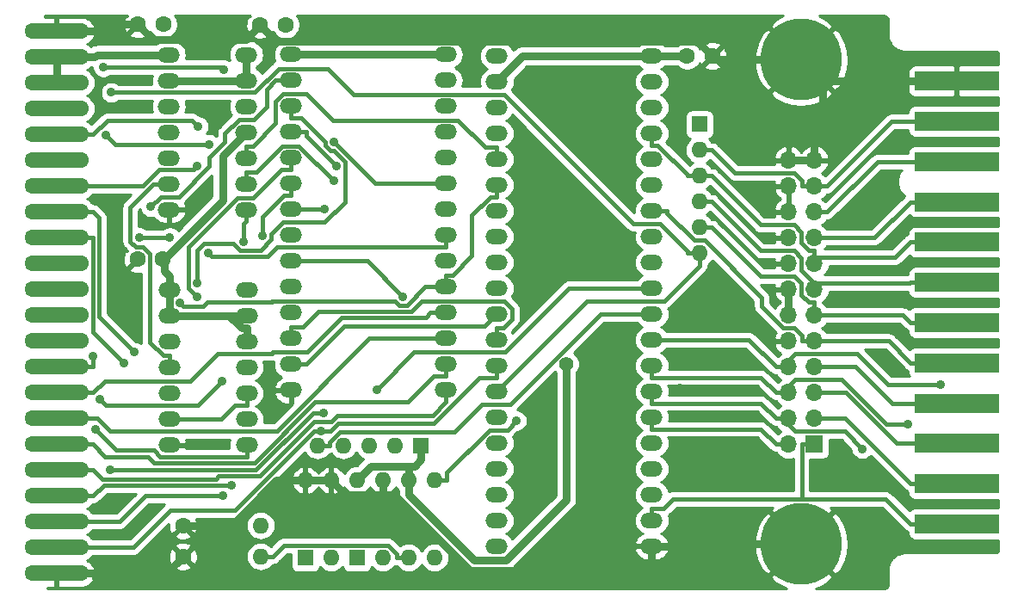
<source format=gtl>
G04 #@! TF.GenerationSoftware,KiCad,Pcbnew,(5.1.2-1)-1*
G04 #@! TF.CreationDate,2019-05-25T08:59:50+02:00*
G04 #@! TF.ProjectId,IEC64,49454336-342e-46b6-9963-61645f706362,1.2*
G04 #@! TF.SameCoordinates,Original*
G04 #@! TF.FileFunction,Copper,L1,Top*
G04 #@! TF.FilePolarity,Positive*
%FSLAX46Y46*%
G04 Gerber Fmt 4.6, Leading zero omitted, Abs format (unit mm)*
G04 Created by KiCad (PCBNEW (5.1.2-1)-1) date 2019-05-25 08:59:50*
%MOMM*%
%LPD*%
G04 APERTURE LIST*
%ADD10O,6.350000X1.524000*%
%ADD11C,1.600000*%
%ADD12R,8.255000X1.905000*%
%ADD13O,1.700000X1.700000*%
%ADD14R,1.700000X1.700000*%
%ADD15R,1.600000X1.600000*%
%ADD16O,1.600000X1.600000*%
%ADD17O,2.200000X1.500000*%
%ADD18C,8.000000*%
%ADD19C,1.400000*%
%ADD20C,0.900000*%
%ADD21C,0.800000*%
%ADD22C,0.400000*%
%ADD23C,0.254000*%
G04 APERTURE END LIST*
D10*
X101346400Y-67691000D03*
X101346400Y-70231000D03*
X101346400Y-72771000D03*
X101346400Y-75311000D03*
X101346400Y-77851000D03*
X101346400Y-80391000D03*
X101346400Y-82931000D03*
X101346400Y-85471000D03*
X101346400Y-88011000D03*
X101346400Y-90551000D03*
X101346400Y-121031000D03*
X101346400Y-118491000D03*
X101346400Y-115951000D03*
X101346400Y-113411000D03*
X101346400Y-110871000D03*
X101346400Y-108331000D03*
X101346400Y-105791000D03*
X101346400Y-103251000D03*
X101346400Y-100711000D03*
X101346400Y-98171000D03*
X101346400Y-95631000D03*
X101346400Y-93091000D03*
D11*
X123875000Y-67050000D03*
X121375000Y-67050000D03*
X165875000Y-70125000D03*
X163375000Y-70125000D03*
X111800000Y-90125000D03*
X109300000Y-90125000D03*
X109325000Y-67025000D03*
X111825000Y-67025000D03*
D12*
X189890000Y-116179600D03*
X189890000Y-112217200D03*
X189890000Y-108254800D03*
X189890000Y-104292400D03*
X189890000Y-100330000D03*
X189890000Y-96367600D03*
X189890000Y-92405200D03*
X189890000Y-88442800D03*
X189890000Y-84480400D03*
X189890000Y-80520540D03*
X189890000Y-76555600D03*
X189890000Y-72593200D03*
D13*
X173355000Y-80391000D03*
X175895000Y-80391000D03*
X173355000Y-82931000D03*
X175895000Y-82931000D03*
X173355000Y-85471000D03*
X175895000Y-85471000D03*
X173355000Y-88011000D03*
X175895000Y-88011000D03*
X173355000Y-90551000D03*
X175895000Y-90551000D03*
X173355000Y-93091000D03*
X175895000Y-93091000D03*
X173355000Y-95631000D03*
X175895000Y-95631000D03*
X173355000Y-98171000D03*
X175895000Y-98171000D03*
X173355000Y-100711000D03*
X175895000Y-100711000D03*
X173355000Y-103251000D03*
X175895000Y-103251000D03*
X173355000Y-105791000D03*
X175895000Y-105791000D03*
X173355000Y-108331000D03*
D14*
X175895000Y-108331000D03*
D15*
X125822000Y-119498000D03*
D16*
X128362000Y-111878000D03*
X128362000Y-119498000D03*
X125822000Y-111878000D03*
D15*
X130902000Y-119498000D03*
D16*
X138522000Y-111878000D03*
X133442000Y-119498000D03*
X135982000Y-111878000D03*
X135982000Y-119498000D03*
X133442000Y-111878000D03*
X138522000Y-119498000D03*
X130902000Y-111878000D03*
D17*
X112412000Y-93154000D03*
X112412000Y-95694000D03*
X112412000Y-98234000D03*
X112412000Y-100774000D03*
X112412000Y-103314000D03*
X112412000Y-105854000D03*
X112412000Y-108394000D03*
X120032000Y-108394000D03*
X120032000Y-105854000D03*
X120032000Y-103314000D03*
X120032000Y-100774000D03*
X120032000Y-98234000D03*
X120032000Y-95694000D03*
X120032000Y-93154000D03*
X120002000Y-70002000D03*
X120002000Y-72542000D03*
X120002000Y-75082000D03*
X120002000Y-77622000D03*
X120002000Y-80162000D03*
X120002000Y-82702000D03*
X120002000Y-85242000D03*
X112382000Y-85242000D03*
X112382000Y-82702000D03*
X112382000Y-80162000D03*
X112382000Y-77622000D03*
X112382000Y-75082000D03*
X112382000Y-72542000D03*
X112382000Y-70002000D03*
X159886000Y-118380000D03*
X159886000Y-115840000D03*
X159886000Y-113300000D03*
X159886000Y-110760000D03*
X159886000Y-108220000D03*
X159886000Y-105680000D03*
X159886000Y-103140000D03*
X159886000Y-100600000D03*
X159886000Y-98060000D03*
X159886000Y-95520000D03*
X159886000Y-92980000D03*
X159886000Y-90440000D03*
X159886000Y-87900000D03*
X159886000Y-85360000D03*
X159886000Y-82820000D03*
X159886000Y-80280000D03*
X159886000Y-77740000D03*
X159886000Y-75200000D03*
X159886000Y-72660000D03*
X159886000Y-70120000D03*
X144646000Y-70120000D03*
X144646000Y-72660000D03*
X144646000Y-75200000D03*
X144646000Y-77740000D03*
X144646000Y-80280000D03*
X144646000Y-82820000D03*
X144646000Y-85360000D03*
X144646000Y-87900000D03*
X144646000Y-90440000D03*
X144646000Y-92980000D03*
X144646000Y-95520000D03*
X144646000Y-98060000D03*
X144646000Y-100600000D03*
X144646000Y-103140000D03*
X144646000Y-105680000D03*
X144646000Y-108220000D03*
X144646000Y-110760000D03*
X144646000Y-113300000D03*
X144646000Y-115840000D03*
X144646000Y-118380000D03*
X124396000Y-69996000D03*
X124396000Y-72536000D03*
X124396000Y-75076000D03*
X124396000Y-77616000D03*
X124396000Y-80156000D03*
X124396000Y-82696000D03*
X124396000Y-85236000D03*
X124396000Y-87776000D03*
X124396000Y-90316000D03*
X124396000Y-92856000D03*
X124396000Y-95396000D03*
X124396000Y-97936000D03*
X124396000Y-100476000D03*
X124396000Y-103016000D03*
X139636000Y-103016000D03*
X139636000Y-100476000D03*
X139636000Y-97936000D03*
X139636000Y-95396000D03*
X139636000Y-92856000D03*
X139636000Y-90316000D03*
X139636000Y-87776000D03*
X139636000Y-85236000D03*
X139636000Y-82696000D03*
X139636000Y-80156000D03*
X139636000Y-77616000D03*
X139636000Y-75076000D03*
X139636000Y-72536000D03*
X139636000Y-69996000D03*
D18*
X174625000Y-70485000D03*
X174625000Y-118110000D03*
D15*
X137160000Y-108458000D03*
D16*
X134620000Y-108458000D03*
X132080000Y-108458000D03*
X129540000Y-108458000D03*
X127000000Y-108458000D03*
D15*
X164600000Y-76850000D03*
D16*
X164600000Y-79390000D03*
X164600000Y-81930000D03*
X164600000Y-84470000D03*
X164600000Y-87010000D03*
X164600000Y-89550000D03*
D11*
X113792000Y-119380000D03*
D16*
X121412000Y-119380000D03*
X121412000Y-116332000D03*
D11*
X113792000Y-116332000D03*
D19*
X105505200Y-121387600D03*
D20*
X150975000Y-77050000D03*
X148550000Y-114075000D03*
X148025000Y-94975000D03*
X154500000Y-89950000D03*
X148525000Y-109075000D03*
X118825000Y-117275000D03*
X142100000Y-72100000D03*
X164300000Y-99825000D03*
X169050000Y-111325000D03*
X178750000Y-111625000D03*
X184125000Y-78650000D03*
X183250000Y-83350000D03*
X183850000Y-88100000D03*
X183900000Y-91325000D03*
X183625000Y-94250000D03*
X183625000Y-97050000D03*
X183425000Y-100675000D03*
X162625000Y-102775000D03*
X169050000Y-103225000D03*
X164075000Y-105650000D03*
X116550000Y-75100000D03*
X107900000Y-75100000D03*
X107150000Y-86400000D03*
X110425000Y-115275000D03*
X107925000Y-113600000D03*
X185350000Y-118500000D03*
X106650500Y-110881200D03*
X127567300Y-105233100D03*
X127708000Y-85236000D03*
X135420000Y-93791800D03*
X106728500Y-73721100D03*
X180580000Y-108776400D03*
X185081400Y-106393300D03*
X188275200Y-102467100D03*
X106193800Y-77905500D03*
X116339000Y-78828400D03*
X105926700Y-71236000D03*
X117797000Y-71489500D03*
X146591800Y-106020200D03*
X116260200Y-89478200D03*
X109492000Y-88015800D03*
X112491500Y-88015800D03*
X128632300Y-78603500D03*
X115192600Y-92452700D03*
X105557600Y-103886900D03*
X117650700Y-102112100D03*
X128879400Y-80965600D03*
X121598500Y-87806700D03*
X110617200Y-84981600D03*
X115192400Y-93871300D03*
X115284000Y-77081400D03*
X115200100Y-80945400D03*
X109013700Y-99287100D03*
X107973800Y-100372300D03*
X105165700Y-106884100D03*
X127391100Y-107001100D03*
X117683900Y-113399500D03*
X118534200Y-112338600D03*
X104921700Y-99655600D03*
X113491700Y-94413300D03*
X128658000Y-82437900D03*
X119760300Y-88407100D03*
X132821000Y-102983800D03*
D19*
X151498200Y-100433600D03*
D21*
X176733200Y-72593200D02*
X185162200Y-72593200D01*
X174625000Y-70485000D02*
X176733200Y-72593200D01*
X176733200Y-72593200D02*
X176733200Y-78102500D01*
X176733200Y-78102500D02*
X175895000Y-78940700D01*
X175895000Y-80391000D02*
X175895000Y-78940700D01*
X175895000Y-80391000D02*
X174805300Y-80391000D01*
X173355000Y-80391000D02*
X174805300Y-80391000D01*
X174625000Y-70485000D02*
X166235000Y-70485000D01*
X166235000Y-70485000D02*
X165875000Y-70125000D01*
X189890000Y-72593200D02*
X185162200Y-72593200D01*
X165875000Y-70125000D02*
X164393800Y-68643800D01*
X164393800Y-68643800D02*
X122968800Y-68643800D01*
X122968800Y-68643800D02*
X121375000Y-67050000D01*
X121375000Y-67050000D02*
X119950000Y-68475000D01*
X119950000Y-68475000D02*
X110775000Y-68475000D01*
X110775000Y-68475000D02*
X109325000Y-67025000D01*
X159886000Y-118380000D02*
X159886000Y-119730300D01*
X133442000Y-113278300D02*
X129762300Y-113278300D01*
X129762300Y-113278300D02*
X128362000Y-111878000D01*
X159886000Y-119730300D02*
X158883400Y-120732900D01*
X158883400Y-120732900D02*
X142021900Y-120732900D01*
X142021900Y-120732900D02*
X134567300Y-113278300D01*
X134567300Y-113278300D02*
X133442000Y-113278300D01*
X160736200Y-118380000D02*
X159886000Y-118380000D01*
X133442000Y-111878000D02*
X133442000Y-113278300D01*
X128362000Y-111878000D02*
X125822000Y-111878000D01*
X113792000Y-116332000D02*
X118505100Y-116332000D01*
X118505100Y-116332000D02*
X122959100Y-111878000D01*
X122959100Y-111878000D02*
X125822000Y-111878000D01*
X105505200Y-121387600D02*
X105478300Y-121387600D01*
X105478300Y-121387600D02*
X105121700Y-121031000D01*
X113792000Y-119380000D02*
X111784400Y-121387600D01*
X111784400Y-121387600D02*
X105505200Y-121387600D01*
X101346400Y-121031000D02*
X105121700Y-121031000D01*
X160736200Y-118380000D02*
X161586300Y-118380000D01*
X174625000Y-118110000D02*
X161856300Y-118110000D01*
X161856300Y-118110000D02*
X161586300Y-118380000D01*
X101346400Y-67691000D02*
X105121700Y-67691000D01*
X109325000Y-67025000D02*
X105787700Y-67025000D01*
X105787700Y-67025000D02*
X105121700Y-67691000D01*
X173355000Y-95631000D02*
X173355000Y-93091000D01*
D22*
X127567300Y-105233100D02*
X126605400Y-105233100D01*
X126605400Y-105233100D02*
X120957300Y-110881200D01*
X120957300Y-110881200D02*
X106650500Y-110881200D01*
X124396000Y-85236000D02*
X127708000Y-85236000D01*
X124396000Y-90316000D02*
X131944200Y-90316000D01*
X131944200Y-90316000D02*
X135420000Y-93791800D01*
X159886000Y-115840000D02*
X159886000Y-114689700D01*
X174644700Y-113709600D02*
X182892200Y-113709600D01*
X182892200Y-113709600D02*
X185362200Y-116179600D01*
X159886000Y-114689700D02*
X161036300Y-114689700D01*
X161036300Y-114689700D02*
X162016400Y-113709600D01*
X162016400Y-113709600D02*
X174644700Y-113709600D01*
X174644700Y-113709600D02*
X174644700Y-108331000D01*
X189890000Y-116179600D02*
X185362200Y-116179600D01*
X175895000Y-108331000D02*
X174644700Y-108331000D01*
X189890000Y-112217200D02*
X185362200Y-112217200D01*
X185362200Y-112217200D02*
X178936000Y-105791000D01*
X178936000Y-105791000D02*
X177145300Y-105791000D01*
X175895000Y-105791000D02*
X177145300Y-105791000D01*
X175895000Y-103251000D02*
X178979200Y-103251000D01*
X178979200Y-103251000D02*
X183983000Y-108254800D01*
X183983000Y-108254800D02*
X189890000Y-108254800D01*
X177145300Y-100711000D02*
X179969400Y-100711000D01*
X179969400Y-100711000D02*
X183550800Y-104292400D01*
X183550800Y-104292400D02*
X189890000Y-104292400D01*
X175895000Y-100711000D02*
X177145300Y-100711000D01*
X175895000Y-98171000D02*
X174644700Y-98171000D01*
X159886000Y-85360000D02*
X161386300Y-85360000D01*
X161386300Y-85360000D02*
X161386300Y-85594500D01*
X161386300Y-85594500D02*
X164071800Y-88280000D01*
X164071800Y-88280000D02*
X165076700Y-88280000D01*
X165076700Y-88280000D02*
X170725700Y-93929000D01*
X170725700Y-93929000D02*
X170725700Y-94785900D01*
X170725700Y-94785900D02*
X172840800Y-96901000D01*
X172840800Y-96901000D02*
X173892800Y-96901000D01*
X173892800Y-96901000D02*
X174644700Y-97652900D01*
X174644700Y-97652900D02*
X174644700Y-98171000D01*
X189890000Y-100330000D02*
X185362200Y-100330000D01*
X175895000Y-98171000D02*
X183203200Y-98171000D01*
X183203200Y-98171000D02*
X185362200Y-100330000D01*
X164600000Y-87010000D02*
X165800300Y-87010000D01*
X175895000Y-95631000D02*
X175895000Y-94380700D01*
X165800300Y-87010000D02*
X170611300Y-91821000D01*
X170611300Y-91821000D02*
X173941200Y-91821000D01*
X173941200Y-91821000D02*
X174625000Y-92504800D01*
X174625000Y-92504800D02*
X174625000Y-93628800D01*
X174625000Y-93628800D02*
X175376900Y-94380700D01*
X175376900Y-94380700D02*
X175895000Y-94380700D01*
X189890000Y-96367600D02*
X185362200Y-96367600D01*
X175895000Y-95631000D02*
X184625600Y-95631000D01*
X184625600Y-95631000D02*
X185362200Y-96367600D01*
X164600000Y-84470000D02*
X165800300Y-84470000D01*
X165800300Y-84470000D02*
X170630900Y-89300600D01*
X170630900Y-89300600D02*
X173880300Y-89300600D01*
X173880300Y-89300600D02*
X174605400Y-90025700D01*
X174605400Y-90025700D02*
X174605400Y-91203200D01*
X174605400Y-91203200D02*
X175895000Y-92492800D01*
X189890000Y-92405200D02*
X185362200Y-92405200D01*
X175895000Y-92492800D02*
X185274600Y-92492800D01*
X185274600Y-92492800D02*
X185362200Y-92405200D01*
X175895000Y-93091000D02*
X175895000Y-92492800D01*
X164600000Y-81930000D02*
X163399700Y-81930000D01*
X159886000Y-77740000D02*
X159886000Y-78890300D01*
X159886000Y-78890300D02*
X160484300Y-78890300D01*
X160484300Y-78890300D02*
X163399700Y-81805700D01*
X163399700Y-81805700D02*
X163399700Y-81930000D01*
X164600000Y-81930000D02*
X165800300Y-81930000D01*
X165800300Y-81930000D02*
X170630900Y-86760600D01*
X170630900Y-86760600D02*
X173880300Y-86760600D01*
X173880300Y-86760600D02*
X174605400Y-87485700D01*
X174605400Y-87485700D02*
X174605400Y-88529200D01*
X174605400Y-88529200D02*
X175376900Y-89300700D01*
X175376900Y-89300700D02*
X175895000Y-89300700D01*
X189890000Y-88442800D02*
X185362200Y-88442800D01*
X175895000Y-89952800D02*
X183852200Y-89952800D01*
X183852200Y-89952800D02*
X185362200Y-88442800D01*
X175895000Y-89952800D02*
X175895000Y-89300700D01*
X175895000Y-90551000D02*
X175895000Y-89952800D01*
X164600000Y-89550000D02*
X164600000Y-90750300D01*
X164600000Y-89550000D02*
X163399700Y-89550000D01*
X163399700Y-89550000D02*
X163399700Y-89358500D01*
X163399700Y-89358500D02*
X160671200Y-86630000D01*
X160671200Y-86630000D02*
X158067700Y-86630000D01*
X158067700Y-86630000D02*
X145363300Y-73925600D01*
X145363300Y-73925600D02*
X130585500Y-73925600D01*
X130585500Y-73925600D02*
X128020500Y-71360600D01*
X128020500Y-71360600D02*
X123191300Y-71360600D01*
X123191300Y-71360600D02*
X120830800Y-73721100D01*
X120830800Y-73721100D02*
X106728500Y-73721100D01*
X164600000Y-90750300D02*
X161100300Y-94250000D01*
X161100300Y-94250000D02*
X153536000Y-94250000D01*
X153536000Y-94250000D02*
X144646000Y-103140000D01*
X175895000Y-88011000D02*
X181831600Y-88011000D01*
X181831600Y-88011000D02*
X185362200Y-84480400D01*
X189890000Y-84480400D02*
X185362200Y-84480400D01*
X175895000Y-85471000D02*
X177145300Y-85471000D01*
X177145300Y-85471000D02*
X182095800Y-80520500D01*
X182095800Y-80520500D02*
X189890000Y-80520500D01*
X173355000Y-108331000D02*
X172104700Y-108331000D01*
X159886000Y-105680000D02*
X159886000Y-106830300D01*
X159886000Y-106830300D02*
X170604000Y-106830300D01*
X170604000Y-106830300D02*
X172104700Y-108331000D01*
X172729900Y-105791000D02*
X174019500Y-107080600D01*
X174019500Y-107080600D02*
X178884200Y-107080600D01*
X178884200Y-107080600D02*
X180580000Y-108776400D01*
X172729900Y-105791000D02*
X172104700Y-105791000D01*
X173355000Y-105791000D02*
X172729900Y-105791000D01*
X159886000Y-103140000D02*
X159886000Y-104290300D01*
X159886000Y-104290300D02*
X170604000Y-104290300D01*
X170604000Y-104290300D02*
X172104700Y-105791000D01*
X172729900Y-103251000D02*
X173999900Y-101981000D01*
X173999900Y-101981000D02*
X178558300Y-101981000D01*
X178558300Y-101981000D02*
X182970600Y-106393300D01*
X182970600Y-106393300D02*
X185081400Y-106393300D01*
X172729900Y-103251000D02*
X172104700Y-103251000D01*
X173355000Y-103251000D02*
X172729900Y-103251000D01*
X159886000Y-100600000D02*
X159886000Y-101750300D01*
X159886000Y-101750300D02*
X170604000Y-101750300D01*
X170604000Y-101750300D02*
X172104700Y-103251000D01*
X172729900Y-100711000D02*
X173999900Y-99441000D01*
X173999900Y-99441000D02*
X180122900Y-99441000D01*
X180122900Y-99441000D02*
X183149000Y-102467100D01*
X183149000Y-102467100D02*
X188275200Y-102467100D01*
X172729900Y-100711000D02*
X172104700Y-100711000D01*
X173355000Y-100711000D02*
X172729900Y-100711000D01*
X159886000Y-98060000D02*
X169453700Y-98060000D01*
X169453700Y-98060000D02*
X172104700Y-100711000D01*
X120002000Y-80162000D02*
X120002000Y-79011700D01*
X144646000Y-80280000D02*
X144646000Y-79129700D01*
X144646000Y-79129700D02*
X143495700Y-79129700D01*
X143495700Y-79129700D02*
X140831600Y-76465600D01*
X140831600Y-76465600D02*
X128498000Y-76465600D01*
X128498000Y-76465600D02*
X125909900Y-73877500D01*
X125909900Y-73877500D02*
X123617500Y-73877500D01*
X123617500Y-73877500D02*
X122895600Y-74599400D01*
X122895600Y-74599400D02*
X122895600Y-76738100D01*
X122895600Y-76738100D02*
X120622000Y-79011700D01*
X120622000Y-79011700D02*
X120002000Y-79011700D01*
X116339000Y-78828400D02*
X107116700Y-78828400D01*
X107116700Y-78828400D02*
X106193800Y-77905500D01*
X117797000Y-71489500D02*
X117543500Y-71236000D01*
X117543500Y-71236000D02*
X105926700Y-71236000D01*
X138522000Y-111878000D02*
X139722300Y-111878000D01*
X139722300Y-111878000D02*
X139722300Y-111127800D01*
X139722300Y-111127800D02*
X143925800Y-106924300D01*
X143925800Y-106924300D02*
X145687700Y-106924300D01*
X145687700Y-106924300D02*
X146591800Y-106020200D01*
X139636000Y-87776000D02*
X139636000Y-88926300D01*
X139636000Y-88926300D02*
X123015300Y-88926300D01*
X123015300Y-88926300D02*
X122083800Y-89857800D01*
X122083800Y-89857800D02*
X116639800Y-89857800D01*
X116639800Y-89857800D02*
X116260200Y-89478200D01*
X109492000Y-88015800D02*
X112491500Y-88015800D01*
X139636000Y-82696000D02*
X132724800Y-82696000D01*
X132724800Y-82696000D02*
X128632300Y-78603500D01*
X124396000Y-76226300D02*
X125402500Y-76226300D01*
X125402500Y-76226300D02*
X127753600Y-78577400D01*
X127753600Y-78577400D02*
X127753600Y-78927200D01*
X127753600Y-78927200D02*
X128280200Y-79453800D01*
X128280200Y-79453800D02*
X128630000Y-79453800D01*
X128630000Y-79453800D02*
X129738500Y-80562300D01*
X129738500Y-80562300D02*
X129738500Y-84489700D01*
X129738500Y-84489700D02*
X127722200Y-86506000D01*
X127722200Y-86506000D02*
X123622000Y-86506000D01*
X123622000Y-86506000D02*
X122448800Y-87679200D01*
X122448800Y-87679200D02*
X122448800Y-88193800D01*
X122448800Y-88193800D02*
X121385200Y-89257400D01*
X121385200Y-89257400D02*
X119408200Y-89257400D01*
X119408200Y-89257400D02*
X118757700Y-88606900D01*
X118757700Y-88606900D02*
X115870100Y-88606900D01*
X115870100Y-88606900D02*
X115192600Y-89284400D01*
X115192600Y-89284400D02*
X115192600Y-92452700D01*
X124396000Y-75076000D02*
X124396000Y-76226300D01*
X105557600Y-103886900D02*
X106174700Y-104504000D01*
X106174700Y-104504000D02*
X115258800Y-104504000D01*
X115258800Y-104504000D02*
X117650700Y-102112100D01*
X125896300Y-77616000D02*
X125896300Y-77982500D01*
X125896300Y-77982500D02*
X128879400Y-80965600D01*
X124396000Y-77616000D02*
X125896300Y-77616000D01*
X124396000Y-83846300D02*
X123749000Y-83846300D01*
X123749000Y-83846300D02*
X121598500Y-85996800D01*
X121598500Y-85996800D02*
X121598500Y-87806700D01*
X124396000Y-82696000D02*
X124396000Y-83846300D01*
X110617200Y-84981600D02*
X111626800Y-83972000D01*
X111626800Y-83972000D02*
X113376000Y-83972000D01*
X113376000Y-83972000D02*
X116369600Y-80978400D01*
X116369600Y-80978400D02*
X116369600Y-80122500D01*
X116369600Y-80122500D02*
X117902100Y-78590000D01*
X117902100Y-78590000D02*
X117902100Y-77740900D01*
X117902100Y-77740900D02*
X119291000Y-76352000D01*
X119291000Y-76352000D02*
X120718400Y-76352000D01*
X120718400Y-76352000D02*
X121991600Y-75078800D01*
X121991600Y-75078800D02*
X121991600Y-73440100D01*
X121991600Y-73440100D02*
X122895700Y-72536000D01*
X124396000Y-72536000D02*
X122895700Y-72536000D01*
X124396000Y-81306300D02*
X123431400Y-81306300D01*
X123431400Y-81306300D02*
X120652100Y-84085600D01*
X120652100Y-84085600D02*
X119181400Y-84085600D01*
X119181400Y-84085600D02*
X114342300Y-88924700D01*
X114342300Y-88924700D02*
X114342300Y-93021200D01*
X114342300Y-93021200D02*
X115192400Y-93871300D01*
X124396000Y-80156000D02*
X124396000Y-81306300D01*
X101346400Y-77851000D02*
X104921700Y-77851000D01*
X115284000Y-77081400D02*
X114657400Y-76454800D01*
X114657400Y-76454800D02*
X106317900Y-76454800D01*
X106317900Y-76454800D02*
X104921700Y-77851000D01*
X115200100Y-80945400D02*
X114833100Y-81312400D01*
X114833100Y-81312400D02*
X111422200Y-81312400D01*
X111422200Y-81312400D02*
X109803600Y-82931000D01*
X109803600Y-82931000D02*
X101346400Y-82931000D01*
X109013700Y-99287100D02*
X105522100Y-95795500D01*
X105522100Y-95795500D02*
X105522100Y-86071300D01*
X105522100Y-86071300D02*
X105522000Y-86071300D01*
X105522000Y-86071300D02*
X104921700Y-85471000D01*
X101346400Y-85471000D02*
X104921700Y-85471000D01*
X120032000Y-103346000D02*
X120032000Y-103314000D01*
X120032000Y-103346000D02*
X120032000Y-104464300D01*
X112412000Y-105854000D02*
X113912300Y-105854000D01*
X120032000Y-104464300D02*
X118881700Y-104464300D01*
X118881700Y-104464300D02*
X117492000Y-105854000D01*
X117492000Y-105854000D02*
X113912300Y-105854000D01*
X120032000Y-108394000D02*
X120032000Y-109544300D01*
X120032000Y-109544300D02*
X111512000Y-109544300D01*
X111512000Y-109544300D02*
X110911600Y-108943900D01*
X110911600Y-108943900D02*
X107225500Y-108943900D01*
X107225500Y-108943900D02*
X105165700Y-106884100D01*
X101346400Y-88011000D02*
X104921700Y-88011000D01*
X107973800Y-100372300D02*
X104921700Y-97320200D01*
X104921700Y-97320200D02*
X104921700Y-88011000D01*
X101346400Y-118491000D02*
X108902700Y-118491000D01*
X108902700Y-118491000D02*
X112562000Y-114831700D01*
X112562000Y-114831700D02*
X118873500Y-114831700D01*
X118873500Y-114831700D02*
X126704100Y-107001100D01*
X126704100Y-107001100D02*
X127391100Y-107001100D01*
X127391100Y-107001100D02*
X128324400Y-107001100D01*
X128324400Y-107001100D02*
X129030000Y-106295500D01*
X129030000Y-106295500D02*
X138415900Y-106295500D01*
X138415900Y-106295500D02*
X142961100Y-101750300D01*
X142961100Y-101750300D02*
X144646000Y-101750300D01*
X144646000Y-100600000D02*
X144646000Y-101750300D01*
X101346400Y-115951000D02*
X107544300Y-115951000D01*
X107544300Y-115951000D02*
X110095700Y-113399600D01*
X110095700Y-113399600D02*
X117683900Y-113399600D01*
X117683900Y-113399600D02*
X117683900Y-113399500D01*
X124396000Y-96785700D02*
X125546300Y-96785700D01*
X125546300Y-96785700D02*
X127089600Y-95242400D01*
X127089600Y-95242400D02*
X136273300Y-95242400D01*
X136273300Y-95242400D02*
X137272800Y-94242900D01*
X137272800Y-94242900D02*
X145360000Y-94242900D01*
X145360000Y-94242900D02*
X146150000Y-95032900D01*
X146150000Y-95032900D02*
X146150000Y-96025700D01*
X146150000Y-96025700D02*
X145266000Y-96909700D01*
X145266000Y-96909700D02*
X144646000Y-96909700D01*
X124396000Y-97936000D02*
X124396000Y-96785700D01*
X144646000Y-98060000D02*
X144646000Y-96909700D01*
X101346400Y-113411000D02*
X104921700Y-113411000D01*
X118534200Y-112338600D02*
X118515700Y-112357100D01*
X118515700Y-112357100D02*
X105975600Y-112357100D01*
X105975600Y-112357100D02*
X104921700Y-113411000D01*
X125896300Y-100476000D02*
X129633700Y-96738600D01*
X129633700Y-96738600D02*
X143427500Y-96738600D01*
X143427500Y-96738600D02*
X143427500Y-96738500D01*
X143427500Y-96738500D02*
X144646000Y-95520000D01*
X124396000Y-100476000D02*
X125896300Y-100476000D01*
X139636000Y-104166300D02*
X138319200Y-105483100D01*
X138319200Y-105483100D02*
X128993500Y-105483100D01*
X128993500Y-105483100D02*
X128332300Y-106144300D01*
X128332300Y-106144300D02*
X126712000Y-106144300D01*
X126712000Y-106144300D02*
X121374800Y-111481500D01*
X121374800Y-111481500D02*
X117278700Y-111481500D01*
X117278700Y-111481500D02*
X117003500Y-111756700D01*
X117003500Y-111756700D02*
X105807400Y-111756700D01*
X105807400Y-111756700D02*
X104921700Y-110871000D01*
X101346400Y-110871000D02*
X104921700Y-110871000D01*
X139636000Y-103016000D02*
X139636000Y-104166300D01*
X104921700Y-108331000D02*
X106135000Y-109544300D01*
X106135000Y-109544300D02*
X110362800Y-109544300D01*
X110362800Y-109544300D02*
X110963100Y-110144600D01*
X110963100Y-110144600D02*
X120799000Y-110144600D01*
X120799000Y-110144600D02*
X126769000Y-104174600D01*
X126769000Y-104174600D02*
X135937400Y-104174600D01*
X135937400Y-104174600D02*
X138485700Y-101626300D01*
X138485700Y-101626300D02*
X139636000Y-101626300D01*
X139636000Y-100476000D02*
X139636000Y-101626300D01*
X101346400Y-108331000D02*
X104921700Y-108331000D01*
X139636000Y-97936000D02*
X132106100Y-97936000D01*
X132106100Y-97936000D02*
X123028700Y-107013400D01*
X123028700Y-107013400D02*
X106588000Y-107013400D01*
X106588000Y-107013400D02*
X105365600Y-105791000D01*
X105365600Y-105791000D02*
X104921700Y-105791000D01*
X101346400Y-105791000D02*
X104921700Y-105791000D01*
X104921700Y-103251000D02*
X106084000Y-102088700D01*
X106084000Y-102088700D02*
X114453900Y-102088700D01*
X114453900Y-102088700D02*
X117158200Y-99384400D01*
X117158200Y-99384400D02*
X122484900Y-99384400D01*
X122484900Y-99384400D02*
X122649800Y-99219500D01*
X122649800Y-99219500D02*
X125996900Y-99219500D01*
X125996900Y-99219500D02*
X129373700Y-95842700D01*
X129373700Y-95842700D02*
X137689000Y-95842700D01*
X137689000Y-95842700D02*
X138135700Y-95396000D01*
X101346400Y-103251000D02*
X104921700Y-103251000D01*
X139636000Y-95396000D02*
X138135700Y-95396000D01*
X139636000Y-92856000D02*
X137585800Y-92856000D01*
X137585800Y-92856000D02*
X135799700Y-94642100D01*
X135799700Y-94642100D02*
X135067900Y-94642100D01*
X135067900Y-94642100D02*
X134647700Y-94221900D01*
X134647700Y-94221900D02*
X122567400Y-94221900D01*
X122567400Y-94221900D02*
X122484900Y-94304400D01*
X122484900Y-94304400D02*
X116137200Y-94304400D01*
X116137200Y-94304400D02*
X115720000Y-94721600D01*
X115720000Y-94721600D02*
X113800000Y-94721600D01*
X113800000Y-94721600D02*
X113491700Y-94413300D01*
X139636000Y-92856000D02*
X139636000Y-91705700D01*
X139636000Y-91705700D02*
X140283000Y-91705700D01*
X140283000Y-91705700D02*
X142203000Y-89785700D01*
X142203000Y-89785700D02*
X142203000Y-85793300D01*
X142203000Y-85793300D02*
X144026000Y-83970300D01*
X144026000Y-83970300D02*
X144646000Y-83970300D01*
X144646000Y-82820000D02*
X144646000Y-83970300D01*
X104921700Y-99655600D02*
X104921700Y-100711000D01*
X101346400Y-100711000D02*
X104921700Y-100711000D01*
X128658000Y-82437900D02*
X125192800Y-78972700D01*
X125192800Y-78972700D02*
X123570700Y-78972700D01*
X123570700Y-78972700D02*
X120991700Y-81551700D01*
X120991700Y-81551700D02*
X120002000Y-81551700D01*
X120002000Y-82702000D02*
X120002000Y-81551700D01*
X135982000Y-119498000D02*
X134781700Y-119498000D01*
X121412000Y-119380000D02*
X122612300Y-119380000D01*
X122612300Y-119380000D02*
X123694900Y-118297400D01*
X123694900Y-118297400D02*
X133954100Y-118297400D01*
X133954100Y-118297400D02*
X134781700Y-119125000D01*
X134781700Y-119125000D02*
X134781700Y-119498000D01*
X110881700Y-82702000D02*
X108582200Y-85001500D01*
X108582200Y-85001500D02*
X108582200Y-88376600D01*
X108582200Y-88376600D02*
X109124500Y-88918900D01*
X109124500Y-88918900D02*
X109812400Y-88918900D01*
X109812400Y-88918900D02*
X110505900Y-89612400D01*
X110505900Y-89612400D02*
X110505900Y-98312200D01*
X110505900Y-98312200D02*
X111817400Y-99623700D01*
X111817400Y-99623700D02*
X112412000Y-99623700D01*
X112412000Y-100774000D02*
X112412000Y-99623700D01*
X112382000Y-82702000D02*
X110881700Y-82702000D01*
X120002000Y-85242000D02*
X120002000Y-86392300D01*
X120002000Y-86392300D02*
X119760300Y-86634000D01*
X119760300Y-86634000D02*
X119760300Y-88407100D01*
X175895000Y-82931000D02*
X174644700Y-82931000D01*
X164600000Y-79390000D02*
X165800300Y-79390000D01*
X165800300Y-79390000D02*
X168071300Y-81661000D01*
X168071300Y-81661000D02*
X173892800Y-81661000D01*
X173892800Y-81661000D02*
X174644700Y-82412900D01*
X174644700Y-82412900D02*
X174644700Y-82931000D01*
X177145300Y-82931000D02*
X183520700Y-76555600D01*
X183520700Y-76555600D02*
X189890000Y-76555600D01*
X175895000Y-82931000D02*
X177145300Y-82931000D01*
X132821000Y-102983800D02*
X136534500Y-99270300D01*
X136534500Y-99270300D02*
X145447700Y-99270300D01*
X145447700Y-99270300D02*
X151738000Y-92980000D01*
X151738000Y-92980000D02*
X159886000Y-92980000D01*
X128200300Y-108458000D02*
X128200300Y-108100000D01*
X128200300Y-108100000D02*
X129190600Y-107109700D01*
X129190600Y-107109700D02*
X140445900Y-107109700D01*
X140445900Y-107109700D02*
X143145600Y-104410000D01*
X143145600Y-104410000D02*
X145965700Y-104410000D01*
X145965700Y-104410000D02*
X154855700Y-95520000D01*
X154855700Y-95520000D02*
X159886000Y-95520000D01*
X127000000Y-108458000D02*
X128200300Y-108458000D01*
D21*
X112412000Y-93154000D02*
X112412000Y-91803700D01*
X112412000Y-91803700D02*
X111901200Y-91292900D01*
X111901200Y-91292900D02*
X111901200Y-90125000D01*
X112412000Y-95694000D02*
X112412000Y-93154000D01*
X111901200Y-90125000D02*
X111800000Y-90125000D01*
X120002000Y-77622000D02*
X117673900Y-79950100D01*
X117673900Y-79950100D02*
X117673900Y-84352300D01*
X117673900Y-84352300D02*
X111901200Y-90125000D01*
X101346400Y-70231000D02*
X105121700Y-70231000D01*
X112382000Y-70002000D02*
X105350700Y-70002000D01*
X105350700Y-70002000D02*
X105121700Y-70231000D01*
X118301700Y-72542000D02*
X114082300Y-72542000D01*
X135982000Y-113278300D02*
X142434100Y-119730400D01*
X142434100Y-119730400D02*
X145559200Y-119730400D01*
X145559200Y-119730400D02*
X151498100Y-113791500D01*
X151498100Y-113791500D02*
X151498100Y-100433600D01*
X151498100Y-100433600D02*
X151498200Y-100433600D01*
X135982000Y-111878000D02*
X135982000Y-113278300D01*
X118331700Y-95694000D02*
X119521400Y-96883700D01*
X119521400Y-96883700D02*
X120032000Y-96883700D01*
X120032000Y-98234000D02*
X120032000Y-96883700D01*
X112412000Y-95694000D02*
X114112300Y-95694000D01*
X114112300Y-95694000D02*
X118331700Y-95694000D01*
X120032000Y-95694000D02*
X118331700Y-95694000D01*
X159886000Y-70120000D02*
X161586300Y-70120000D01*
X163375000Y-70125000D02*
X161591300Y-70125000D01*
X161591300Y-70125000D02*
X161586300Y-70120000D01*
X112382000Y-72542000D02*
X114082300Y-72542000D01*
X137935700Y-69996000D02*
X126096300Y-69996000D01*
X139636000Y-69996000D02*
X137935700Y-69996000D01*
X124396000Y-69996000D02*
X126096300Y-69996000D01*
X120002000Y-72542000D02*
X118301700Y-72542000D01*
X101346400Y-72771000D02*
X101346400Y-70231000D01*
X159886000Y-70120000D02*
X147186000Y-70120000D01*
X147186000Y-70120000D02*
X144646000Y-72660000D01*
X130902000Y-111878000D02*
X132302300Y-110477700D01*
X132302300Y-110477700D02*
X135982000Y-110477700D01*
X120002000Y-72542000D02*
X120002000Y-70002000D01*
X135982000Y-111878000D02*
X135982000Y-110477700D01*
X137160000Y-108458000D02*
X137160000Y-109858300D01*
X137160000Y-109858300D02*
X136540600Y-110477700D01*
X136540600Y-110477700D02*
X135982000Y-110477700D01*
D23*
G36*
X158551919Y-96504081D02*
G01*
X158762812Y-96677157D01*
X158973927Y-96790000D01*
X158762812Y-96902843D01*
X158551919Y-97075919D01*
X158378843Y-97286812D01*
X158250236Y-97527419D01*
X158171040Y-97788493D01*
X158144299Y-98060000D01*
X158171040Y-98331507D01*
X158250236Y-98592581D01*
X158378843Y-98833188D01*
X158551919Y-99044081D01*
X158762812Y-99217157D01*
X158973927Y-99330000D01*
X158762812Y-99442843D01*
X158551919Y-99615919D01*
X158378843Y-99826812D01*
X158250236Y-100067419D01*
X158171040Y-100328493D01*
X158144299Y-100600000D01*
X158171040Y-100871507D01*
X158250236Y-101132581D01*
X158378843Y-101373188D01*
X158551919Y-101584081D01*
X158762812Y-101757157D01*
X158973927Y-101870000D01*
X158762812Y-101982843D01*
X158551919Y-102155919D01*
X158378843Y-102366812D01*
X158250236Y-102607419D01*
X158171040Y-102868493D01*
X158144299Y-103140000D01*
X158171040Y-103411507D01*
X158250236Y-103672581D01*
X158378843Y-103913188D01*
X158551919Y-104124081D01*
X158762812Y-104297157D01*
X158973927Y-104410000D01*
X158762812Y-104522843D01*
X158551919Y-104695919D01*
X158378843Y-104906812D01*
X158250236Y-105147419D01*
X158171040Y-105408493D01*
X158144299Y-105680000D01*
X158171040Y-105951507D01*
X158250236Y-106212581D01*
X158378843Y-106453188D01*
X158551919Y-106664081D01*
X158762812Y-106837157D01*
X158973927Y-106950000D01*
X158762812Y-107062843D01*
X158551919Y-107235919D01*
X158378843Y-107446812D01*
X158250236Y-107687419D01*
X158171040Y-107948493D01*
X158144299Y-108220000D01*
X158171040Y-108491507D01*
X158250236Y-108752581D01*
X158378843Y-108993188D01*
X158551919Y-109204081D01*
X158762812Y-109377157D01*
X158973927Y-109490000D01*
X158762812Y-109602843D01*
X158551919Y-109775919D01*
X158378843Y-109986812D01*
X158250236Y-110227419D01*
X158171040Y-110488493D01*
X158144299Y-110760000D01*
X158171040Y-111031507D01*
X158250236Y-111292581D01*
X158378843Y-111533188D01*
X158551919Y-111744081D01*
X158762812Y-111917157D01*
X158973927Y-112030000D01*
X158762812Y-112142843D01*
X158551919Y-112315919D01*
X158378843Y-112526812D01*
X158250236Y-112767419D01*
X158171040Y-113028493D01*
X158144299Y-113300000D01*
X158171040Y-113571507D01*
X158250236Y-113832581D01*
X158378843Y-114073188D01*
X158551919Y-114284081D01*
X158762812Y-114457157D01*
X158973927Y-114570000D01*
X158762812Y-114682843D01*
X158551919Y-114855919D01*
X158378843Y-115066812D01*
X158250236Y-115307419D01*
X158171040Y-115568493D01*
X158144299Y-115840000D01*
X158171040Y-116111507D01*
X158250236Y-116372581D01*
X158378843Y-116613188D01*
X158551919Y-116824081D01*
X158762812Y-116997157D01*
X158978578Y-117112486D01*
X158888651Y-117149028D01*
X158660939Y-117298972D01*
X158466855Y-117490460D01*
X158313858Y-117716132D01*
X158207827Y-117967316D01*
X158193682Y-118038815D01*
X158316344Y-118253000D01*
X159759000Y-118253000D01*
X159759000Y-118233000D01*
X160013000Y-118233000D01*
X160013000Y-118253000D01*
X161455656Y-118253000D01*
X161569552Y-118054121D01*
X169967909Y-118054121D01*
X170046492Y-118963748D01*
X170301025Y-119840566D01*
X170721725Y-120650879D01*
X170783815Y-120743803D01*
X171355420Y-121199975D01*
X174445395Y-118110000D01*
X174804605Y-118110000D01*
X177894580Y-121199975D01*
X178466185Y-120743803D01*
X178906207Y-119943817D01*
X179181704Y-119073359D01*
X179282091Y-118165879D01*
X179203508Y-117256252D01*
X178948975Y-116379434D01*
X178528275Y-115569121D01*
X178466185Y-115476197D01*
X177894580Y-115020025D01*
X174804605Y-118110000D01*
X174445395Y-118110000D01*
X171355420Y-115020025D01*
X170783815Y-115476197D01*
X170343793Y-116276183D01*
X170068296Y-117146641D01*
X169967909Y-118054121D01*
X161569552Y-118054121D01*
X161578318Y-118038815D01*
X161564173Y-117967316D01*
X161458142Y-117716132D01*
X161305145Y-117490460D01*
X161111061Y-117298972D01*
X160883349Y-117149028D01*
X160793422Y-117112486D01*
X161009188Y-116997157D01*
X161220081Y-116824081D01*
X161393157Y-116613188D01*
X161521764Y-116372581D01*
X161600960Y-116111507D01*
X161627701Y-115840000D01*
X161600960Y-115568493D01*
X161537324Y-115358713D01*
X161629591Y-115282991D01*
X161655745Y-115251122D01*
X162362268Y-114544600D01*
X171771106Y-114544600D01*
X171535025Y-114840420D01*
X174625000Y-117930395D01*
X177714975Y-114840420D01*
X177478894Y-114544600D01*
X182546333Y-114544600D01*
X184742759Y-116741027D01*
X184768909Y-116772891D01*
X184896054Y-116877236D01*
X185041113Y-116954772D01*
X185124428Y-116980045D01*
X185124428Y-117132100D01*
X185136688Y-117256582D01*
X185172998Y-117376280D01*
X185231963Y-117486594D01*
X185311315Y-117583285D01*
X185408006Y-117662637D01*
X185518320Y-117721602D01*
X185638018Y-117757912D01*
X185762500Y-117770172D01*
X194015001Y-117770172D01*
X194015001Y-118666485D01*
X194005778Y-118760546D01*
X193988194Y-118818787D01*
X193959635Y-118872500D01*
X193921183Y-118919646D01*
X193874310Y-118958423D01*
X193820796Y-118987358D01*
X193762677Y-119005349D01*
X193670855Y-119015000D01*
X184766353Y-119015000D01*
X184737045Y-119017887D01*
X184730933Y-119017844D01*
X184721415Y-119018777D01*
X184527318Y-119039178D01*
X184466504Y-119051661D01*
X184405519Y-119063295D01*
X184396363Y-119066059D01*
X184209925Y-119123771D01*
X184152692Y-119147830D01*
X184095127Y-119171087D01*
X184086682Y-119175577D01*
X183915006Y-119268402D01*
X183863532Y-119303122D01*
X183811582Y-119337117D01*
X183804170Y-119343162D01*
X183653793Y-119467565D01*
X183610027Y-119511638D01*
X183565689Y-119555057D01*
X183559592Y-119562426D01*
X183436242Y-119713668D01*
X183401881Y-119765386D01*
X183366809Y-119816607D01*
X183362260Y-119825020D01*
X183270635Y-119997343D01*
X183246978Y-120054739D01*
X183222519Y-120111807D01*
X183219690Y-120120943D01*
X183163281Y-120307780D01*
X183151219Y-120368698D01*
X183138314Y-120429410D01*
X183137314Y-120438922D01*
X183118269Y-120633155D01*
X183118269Y-120633164D01*
X183115000Y-120666354D01*
X183115001Y-122166486D01*
X183105778Y-122260546D01*
X183088194Y-122318787D01*
X183059635Y-122372500D01*
X183021183Y-122419646D01*
X182974310Y-122458423D01*
X182920796Y-122487358D01*
X182862677Y-122505349D01*
X182770855Y-122515000D01*
X176076450Y-122515000D01*
X176355566Y-122433975D01*
X177165879Y-122013275D01*
X177258803Y-121951185D01*
X177714975Y-121379580D01*
X174625000Y-118289605D01*
X171535025Y-121379580D01*
X171991197Y-121951185D01*
X172791183Y-122391207D01*
X173182318Y-122515000D01*
X100449806Y-122515000D01*
X100449435Y-122428000D01*
X101219400Y-122428000D01*
X101219400Y-121158000D01*
X101473400Y-121158000D01*
X101473400Y-122428000D01*
X103886400Y-122428000D01*
X104156501Y-122376381D01*
X104411342Y-122273059D01*
X104641129Y-122122006D01*
X104837032Y-121929026D01*
X104991522Y-121701535D01*
X105098662Y-121448276D01*
X105113620Y-121374070D01*
X104991120Y-121158000D01*
X101473400Y-121158000D01*
X101219400Y-121158000D01*
X101199400Y-121158000D01*
X101199400Y-120904000D01*
X101219400Y-120904000D01*
X101219400Y-120884000D01*
X101473400Y-120884000D01*
X101473400Y-120904000D01*
X104991120Y-120904000D01*
X105113620Y-120687930D01*
X105098662Y-120613724D01*
X104996699Y-120372702D01*
X112978903Y-120372702D01*
X113050486Y-120616671D01*
X113305996Y-120737571D01*
X113580184Y-120806300D01*
X113862512Y-120820217D01*
X114142130Y-120778787D01*
X114408292Y-120683603D01*
X114533514Y-120616671D01*
X114605097Y-120372702D01*
X113792000Y-119559605D01*
X112978903Y-120372702D01*
X104996699Y-120372702D01*
X104991522Y-120360465D01*
X104837032Y-120132974D01*
X104641129Y-119939994D01*
X104411342Y-119788941D01*
X104344987Y-119762038D01*
X104539287Y-119658183D01*
X104752008Y-119483608D01*
X104779169Y-119450512D01*
X112351783Y-119450512D01*
X112393213Y-119730130D01*
X112488397Y-119996292D01*
X112555329Y-120121514D01*
X112799298Y-120193097D01*
X113612395Y-119380000D01*
X113971605Y-119380000D01*
X114784702Y-120193097D01*
X115028671Y-120121514D01*
X115149571Y-119866004D01*
X115218300Y-119591816D01*
X115228741Y-119380000D01*
X119970057Y-119380000D01*
X119997764Y-119661309D01*
X120079818Y-119931808D01*
X120213068Y-120181101D01*
X120392392Y-120399608D01*
X120610899Y-120578932D01*
X120860192Y-120712182D01*
X121130691Y-120794236D01*
X121341508Y-120815000D01*
X121482492Y-120815000D01*
X121693309Y-120794236D01*
X121963808Y-120712182D01*
X122213101Y-120578932D01*
X122431608Y-120399608D01*
X122582227Y-120216078D01*
X122612300Y-120219040D01*
X122653318Y-120215000D01*
X122653319Y-120215000D01*
X122775989Y-120202918D01*
X122933387Y-120155172D01*
X123078446Y-120077636D01*
X123205591Y-119973291D01*
X123231745Y-119941422D01*
X124040769Y-119132400D01*
X124383928Y-119132400D01*
X124383928Y-120298000D01*
X124396188Y-120422482D01*
X124432498Y-120542180D01*
X124491463Y-120652494D01*
X124570815Y-120749185D01*
X124667506Y-120828537D01*
X124777820Y-120887502D01*
X124897518Y-120923812D01*
X125022000Y-120936072D01*
X126622000Y-120936072D01*
X126746482Y-120923812D01*
X126866180Y-120887502D01*
X126976494Y-120828537D01*
X127073185Y-120749185D01*
X127152537Y-120652494D01*
X127211502Y-120542180D01*
X127247812Y-120422482D01*
X127249581Y-120404518D01*
X127342392Y-120517608D01*
X127560899Y-120696932D01*
X127810192Y-120830182D01*
X128080691Y-120912236D01*
X128291508Y-120933000D01*
X128432492Y-120933000D01*
X128643309Y-120912236D01*
X128913808Y-120830182D01*
X129163101Y-120696932D01*
X129381608Y-120517608D01*
X129474419Y-120404518D01*
X129476188Y-120422482D01*
X129512498Y-120542180D01*
X129571463Y-120652494D01*
X129650815Y-120749185D01*
X129747506Y-120828537D01*
X129857820Y-120887502D01*
X129977518Y-120923812D01*
X130102000Y-120936072D01*
X131702000Y-120936072D01*
X131826482Y-120923812D01*
X131946180Y-120887502D01*
X132056494Y-120828537D01*
X132153185Y-120749185D01*
X132232537Y-120652494D01*
X132291502Y-120542180D01*
X132327812Y-120422482D01*
X132329581Y-120404518D01*
X132422392Y-120517608D01*
X132640899Y-120696932D01*
X132890192Y-120830182D01*
X133160691Y-120912236D01*
X133371508Y-120933000D01*
X133512492Y-120933000D01*
X133723309Y-120912236D01*
X133993808Y-120830182D01*
X134243101Y-120696932D01*
X134461608Y-120517608D01*
X134622652Y-120321375D01*
X134740681Y-120333000D01*
X134740682Y-120333000D01*
X134781700Y-120337040D01*
X134811773Y-120334078D01*
X134962392Y-120517608D01*
X135180899Y-120696932D01*
X135430192Y-120830182D01*
X135700691Y-120912236D01*
X135911508Y-120933000D01*
X136052492Y-120933000D01*
X136263309Y-120912236D01*
X136533808Y-120830182D01*
X136783101Y-120696932D01*
X137001608Y-120517608D01*
X137180932Y-120299101D01*
X137252000Y-120166142D01*
X137323068Y-120299101D01*
X137502392Y-120517608D01*
X137720899Y-120696932D01*
X137970192Y-120830182D01*
X138240691Y-120912236D01*
X138451508Y-120933000D01*
X138592492Y-120933000D01*
X138803309Y-120912236D01*
X139073808Y-120830182D01*
X139323101Y-120696932D01*
X139541608Y-120517608D01*
X139720932Y-120299101D01*
X139854182Y-120049808D01*
X139936236Y-119779309D01*
X139963943Y-119498000D01*
X139936236Y-119216691D01*
X139854182Y-118946192D01*
X139720932Y-118696899D01*
X139541608Y-118478392D01*
X139323101Y-118299068D01*
X139073808Y-118165818D01*
X138803309Y-118083764D01*
X138592492Y-118063000D01*
X138451508Y-118063000D01*
X138240691Y-118083764D01*
X137970192Y-118165818D01*
X137720899Y-118299068D01*
X137502392Y-118478392D01*
X137323068Y-118696899D01*
X137252000Y-118829858D01*
X137180932Y-118696899D01*
X137001608Y-118478392D01*
X136783101Y-118299068D01*
X136533808Y-118165818D01*
X136263309Y-118083764D01*
X136052492Y-118063000D01*
X135911508Y-118063000D01*
X135700691Y-118083764D01*
X135430192Y-118165818D01*
X135180899Y-118299068D01*
X135156588Y-118319020D01*
X134573546Y-117735979D01*
X134547391Y-117704109D01*
X134420246Y-117599764D01*
X134275187Y-117522228D01*
X134117789Y-117474482D01*
X133995119Y-117462400D01*
X133995118Y-117462400D01*
X133954100Y-117458360D01*
X133913082Y-117462400D01*
X123735918Y-117462400D01*
X123694900Y-117458360D01*
X123653882Y-117462400D01*
X123653881Y-117462400D01*
X123531211Y-117474482D01*
X123373813Y-117522228D01*
X123228754Y-117599764D01*
X123152143Y-117662637D01*
X123101609Y-117704109D01*
X123075463Y-117735968D01*
X122440367Y-118371065D01*
X122431608Y-118360392D01*
X122213101Y-118181068D01*
X121963808Y-118047818D01*
X121693309Y-117965764D01*
X121482492Y-117945000D01*
X121341508Y-117945000D01*
X121130691Y-117965764D01*
X120860192Y-118047818D01*
X120610899Y-118181068D01*
X120392392Y-118360392D01*
X120213068Y-118578899D01*
X120079818Y-118828192D01*
X119997764Y-119098691D01*
X119970057Y-119380000D01*
X115228741Y-119380000D01*
X115232217Y-119309488D01*
X115190787Y-119029870D01*
X115095603Y-118763708D01*
X115028671Y-118638486D01*
X114784702Y-118566903D01*
X113971605Y-119380000D01*
X113612395Y-119380000D01*
X112799298Y-118566903D01*
X112555329Y-118638486D01*
X112434429Y-118893996D01*
X112365700Y-119168184D01*
X112351783Y-119450512D01*
X104779169Y-119450512D01*
X104881353Y-119326000D01*
X108861682Y-119326000D01*
X108902700Y-119330040D01*
X108943718Y-119326000D01*
X108943719Y-119326000D01*
X109066389Y-119313918D01*
X109223787Y-119266172D01*
X109368846Y-119188636D01*
X109495991Y-119084291D01*
X109522146Y-119052421D01*
X110187269Y-118387298D01*
X112978903Y-118387298D01*
X113792000Y-119200395D01*
X114605097Y-118387298D01*
X114533514Y-118143329D01*
X114278004Y-118022429D01*
X114003816Y-117953700D01*
X113721488Y-117939783D01*
X113441870Y-117981213D01*
X113175708Y-118076397D01*
X113050486Y-118143329D01*
X112978903Y-118387298D01*
X110187269Y-118387298D01*
X111249865Y-117324702D01*
X112978903Y-117324702D01*
X113050486Y-117568671D01*
X113305996Y-117689571D01*
X113580184Y-117758300D01*
X113862512Y-117772217D01*
X114142130Y-117730787D01*
X114408292Y-117635603D01*
X114533514Y-117568671D01*
X114605097Y-117324702D01*
X113792000Y-116511605D01*
X112978903Y-117324702D01*
X111249865Y-117324702D01*
X112361102Y-116213467D01*
X112351783Y-116402512D01*
X112393213Y-116682130D01*
X112488397Y-116948292D01*
X112555329Y-117073514D01*
X112799298Y-117145097D01*
X113612395Y-116332000D01*
X113598253Y-116317858D01*
X113777858Y-116138253D01*
X113792000Y-116152395D01*
X113806143Y-116138253D01*
X113985748Y-116317858D01*
X113971605Y-116332000D01*
X114784702Y-117145097D01*
X115028671Y-117073514D01*
X115149571Y-116818004D01*
X115218300Y-116543816D01*
X115228741Y-116332000D01*
X119970057Y-116332000D01*
X119997764Y-116613309D01*
X120079818Y-116883808D01*
X120213068Y-117133101D01*
X120392392Y-117351608D01*
X120610899Y-117530932D01*
X120860192Y-117664182D01*
X121130691Y-117746236D01*
X121341508Y-117767000D01*
X121482492Y-117767000D01*
X121693309Y-117746236D01*
X121963808Y-117664182D01*
X122213101Y-117530932D01*
X122431608Y-117351608D01*
X122610932Y-117133101D01*
X122744182Y-116883808D01*
X122826236Y-116613309D01*
X122853943Y-116332000D01*
X122826236Y-116050691D01*
X122744182Y-115780192D01*
X122610932Y-115530899D01*
X122431608Y-115312392D01*
X122213101Y-115133068D01*
X121963808Y-114999818D01*
X121693309Y-114917764D01*
X121482492Y-114897000D01*
X121341508Y-114897000D01*
X121130691Y-114917764D01*
X120860192Y-114999818D01*
X120610899Y-115133068D01*
X120392392Y-115312392D01*
X120213068Y-115530899D01*
X120079818Y-115780192D01*
X119997764Y-116050691D01*
X119970057Y-116332000D01*
X115228741Y-116332000D01*
X115232217Y-116261488D01*
X115190787Y-115981870D01*
X115095603Y-115715708D01*
X115069408Y-115666700D01*
X118832482Y-115666700D01*
X118873500Y-115670740D01*
X118914518Y-115666700D01*
X118914519Y-115666700D01*
X119037189Y-115654618D01*
X119194587Y-115606872D01*
X119339646Y-115529336D01*
X119466791Y-115424991D01*
X119492946Y-115393121D01*
X122659027Y-112227040D01*
X124430091Y-112227040D01*
X124524930Y-112491881D01*
X124669615Y-112733131D01*
X124858586Y-112941519D01*
X125084580Y-113109037D01*
X125338913Y-113229246D01*
X125472961Y-113269904D01*
X125695000Y-113147915D01*
X125695000Y-112005000D01*
X125949000Y-112005000D01*
X125949000Y-113147915D01*
X126171039Y-113269904D01*
X126305087Y-113229246D01*
X126559420Y-113109037D01*
X126785414Y-112941519D01*
X126974385Y-112733131D01*
X127092000Y-112537018D01*
X127209615Y-112733131D01*
X127398586Y-112941519D01*
X127624580Y-113109037D01*
X127878913Y-113229246D01*
X128012961Y-113269904D01*
X128235000Y-113147915D01*
X128235000Y-112005000D01*
X125949000Y-112005000D01*
X125695000Y-112005000D01*
X124551376Y-112005000D01*
X124430091Y-112227040D01*
X122659027Y-112227040D01*
X123357107Y-111528960D01*
X124430091Y-111528960D01*
X124551376Y-111751000D01*
X125695000Y-111751000D01*
X125695000Y-110608085D01*
X125949000Y-110608085D01*
X125949000Y-111751000D01*
X128235000Y-111751000D01*
X128235000Y-110608085D01*
X128012961Y-110486096D01*
X127878913Y-110526754D01*
X127624580Y-110646963D01*
X127398586Y-110814481D01*
X127209615Y-111022869D01*
X127092000Y-111218982D01*
X126974385Y-111022869D01*
X126785414Y-110814481D01*
X126559420Y-110646963D01*
X126305087Y-110526754D01*
X126171039Y-110486096D01*
X125949000Y-110608085D01*
X125695000Y-110608085D01*
X125472961Y-110486096D01*
X125338913Y-110526754D01*
X125084580Y-110646963D01*
X124858586Y-110814481D01*
X124669615Y-111022869D01*
X124524930Y-111264119D01*
X124430091Y-111528960D01*
X123357107Y-111528960D01*
X125740424Y-109145644D01*
X125801068Y-109259101D01*
X125980392Y-109477608D01*
X126198899Y-109656932D01*
X126448192Y-109790182D01*
X126718691Y-109872236D01*
X126929508Y-109893000D01*
X127070492Y-109893000D01*
X127281309Y-109872236D01*
X127551808Y-109790182D01*
X127801101Y-109656932D01*
X128019608Y-109477608D01*
X128170227Y-109294078D01*
X128200300Y-109297040D01*
X128241318Y-109293000D01*
X128241319Y-109293000D01*
X128359348Y-109281375D01*
X128520392Y-109477608D01*
X128738899Y-109656932D01*
X128988192Y-109790182D01*
X129258691Y-109872236D01*
X129469508Y-109893000D01*
X129610492Y-109893000D01*
X129821309Y-109872236D01*
X130091808Y-109790182D01*
X130341101Y-109656932D01*
X130559608Y-109477608D01*
X130738932Y-109259101D01*
X130810000Y-109126142D01*
X130881068Y-109259101D01*
X131060392Y-109477608D01*
X131278899Y-109656932D01*
X131526833Y-109789456D01*
X130873289Y-110443000D01*
X130831508Y-110443000D01*
X130620691Y-110463764D01*
X130350192Y-110545818D01*
X130100899Y-110679068D01*
X129882392Y-110858392D01*
X129703068Y-111076899D01*
X129629421Y-111214682D01*
X129514385Y-111022869D01*
X129325414Y-110814481D01*
X129099420Y-110646963D01*
X128845087Y-110526754D01*
X128711039Y-110486096D01*
X128489000Y-110608085D01*
X128489000Y-111751000D01*
X128509000Y-111751000D01*
X128509000Y-112005000D01*
X128489000Y-112005000D01*
X128489000Y-113147915D01*
X128711039Y-113269904D01*
X128845087Y-113229246D01*
X129099420Y-113109037D01*
X129325414Y-112941519D01*
X129514385Y-112733131D01*
X129629421Y-112541318D01*
X129703068Y-112679101D01*
X129882392Y-112897608D01*
X130100899Y-113076932D01*
X130350192Y-113210182D01*
X130620691Y-113292236D01*
X130831508Y-113313000D01*
X130972492Y-113313000D01*
X131183309Y-113292236D01*
X131453808Y-113210182D01*
X131703101Y-113076932D01*
X131921608Y-112897608D01*
X132100932Y-112679101D01*
X132174579Y-112541318D01*
X132289615Y-112733131D01*
X132478586Y-112941519D01*
X132704580Y-113109037D01*
X132958913Y-113229246D01*
X133092961Y-113269904D01*
X133315000Y-113147915D01*
X133315000Y-112005000D01*
X133295000Y-112005000D01*
X133295000Y-111751000D01*
X133315000Y-111751000D01*
X133315000Y-111731000D01*
X133569000Y-111731000D01*
X133569000Y-111751000D01*
X133589000Y-111751000D01*
X133589000Y-112005000D01*
X133569000Y-112005000D01*
X133569000Y-113147915D01*
X133791039Y-113269904D01*
X133925087Y-113229246D01*
X134179420Y-113109037D01*
X134405414Y-112941519D01*
X134594385Y-112733131D01*
X134709421Y-112541318D01*
X134783068Y-112679101D01*
X134947001Y-112878854D01*
X134947001Y-113227463D01*
X134941994Y-113278300D01*
X134961977Y-113481195D01*
X135021160Y-113676293D01*
X135117266Y-113856097D01*
X135203383Y-113961030D01*
X135246605Y-114013696D01*
X135286093Y-114046103D01*
X141666297Y-120426308D01*
X141698704Y-120465796D01*
X141738192Y-120498203D01*
X141856302Y-120595134D01*
X141952409Y-120646504D01*
X142036107Y-120691241D01*
X142231205Y-120750424D01*
X142383262Y-120765400D01*
X142383271Y-120765400D01*
X142434099Y-120770406D01*
X142484927Y-120765400D01*
X145508372Y-120765400D01*
X145559200Y-120770406D01*
X145610028Y-120765400D01*
X145610038Y-120765400D01*
X145762095Y-120750424D01*
X145957193Y-120691241D01*
X146136997Y-120595134D01*
X146294596Y-120465796D01*
X146327007Y-120426303D01*
X148032125Y-118721185D01*
X158193682Y-118721185D01*
X158207827Y-118792684D01*
X158313858Y-119043868D01*
X158466855Y-119269540D01*
X158660939Y-119461028D01*
X158888651Y-119610972D01*
X159141240Y-119713611D01*
X159409000Y-119765000D01*
X159759000Y-119765000D01*
X159759000Y-118507000D01*
X160013000Y-118507000D01*
X160013000Y-119765000D01*
X160363000Y-119765000D01*
X160630760Y-119713611D01*
X160883349Y-119610972D01*
X161111061Y-119461028D01*
X161305145Y-119269540D01*
X161458142Y-119043868D01*
X161564173Y-118792684D01*
X161578318Y-118721185D01*
X161455656Y-118507000D01*
X160013000Y-118507000D01*
X159759000Y-118507000D01*
X158316344Y-118507000D01*
X158193682Y-118721185D01*
X148032125Y-118721185D01*
X152194008Y-114559303D01*
X152233496Y-114526896D01*
X152268066Y-114484772D01*
X152362834Y-114369298D01*
X152428737Y-114246000D01*
X152458941Y-114189493D01*
X152518124Y-113994395D01*
X152533100Y-113842338D01*
X152533100Y-113842336D01*
X152538107Y-113791500D01*
X152533100Y-113740665D01*
X152533100Y-101286675D01*
X152535162Y-101284613D01*
X152681261Y-101065959D01*
X152781896Y-100823005D01*
X152833200Y-100565086D01*
X152833200Y-100302114D01*
X152781896Y-100044195D01*
X152681261Y-99801241D01*
X152535162Y-99582587D01*
X152349213Y-99396638D01*
X152235746Y-99320822D01*
X155201569Y-96355000D01*
X158429571Y-96355000D01*
X158551919Y-96504081D01*
X158551919Y-96504081D01*
G37*
X158551919Y-96504081D02*
X158762812Y-96677157D01*
X158973927Y-96790000D01*
X158762812Y-96902843D01*
X158551919Y-97075919D01*
X158378843Y-97286812D01*
X158250236Y-97527419D01*
X158171040Y-97788493D01*
X158144299Y-98060000D01*
X158171040Y-98331507D01*
X158250236Y-98592581D01*
X158378843Y-98833188D01*
X158551919Y-99044081D01*
X158762812Y-99217157D01*
X158973927Y-99330000D01*
X158762812Y-99442843D01*
X158551919Y-99615919D01*
X158378843Y-99826812D01*
X158250236Y-100067419D01*
X158171040Y-100328493D01*
X158144299Y-100600000D01*
X158171040Y-100871507D01*
X158250236Y-101132581D01*
X158378843Y-101373188D01*
X158551919Y-101584081D01*
X158762812Y-101757157D01*
X158973927Y-101870000D01*
X158762812Y-101982843D01*
X158551919Y-102155919D01*
X158378843Y-102366812D01*
X158250236Y-102607419D01*
X158171040Y-102868493D01*
X158144299Y-103140000D01*
X158171040Y-103411507D01*
X158250236Y-103672581D01*
X158378843Y-103913188D01*
X158551919Y-104124081D01*
X158762812Y-104297157D01*
X158973927Y-104410000D01*
X158762812Y-104522843D01*
X158551919Y-104695919D01*
X158378843Y-104906812D01*
X158250236Y-105147419D01*
X158171040Y-105408493D01*
X158144299Y-105680000D01*
X158171040Y-105951507D01*
X158250236Y-106212581D01*
X158378843Y-106453188D01*
X158551919Y-106664081D01*
X158762812Y-106837157D01*
X158973927Y-106950000D01*
X158762812Y-107062843D01*
X158551919Y-107235919D01*
X158378843Y-107446812D01*
X158250236Y-107687419D01*
X158171040Y-107948493D01*
X158144299Y-108220000D01*
X158171040Y-108491507D01*
X158250236Y-108752581D01*
X158378843Y-108993188D01*
X158551919Y-109204081D01*
X158762812Y-109377157D01*
X158973927Y-109490000D01*
X158762812Y-109602843D01*
X158551919Y-109775919D01*
X158378843Y-109986812D01*
X158250236Y-110227419D01*
X158171040Y-110488493D01*
X158144299Y-110760000D01*
X158171040Y-111031507D01*
X158250236Y-111292581D01*
X158378843Y-111533188D01*
X158551919Y-111744081D01*
X158762812Y-111917157D01*
X158973927Y-112030000D01*
X158762812Y-112142843D01*
X158551919Y-112315919D01*
X158378843Y-112526812D01*
X158250236Y-112767419D01*
X158171040Y-113028493D01*
X158144299Y-113300000D01*
X158171040Y-113571507D01*
X158250236Y-113832581D01*
X158378843Y-114073188D01*
X158551919Y-114284081D01*
X158762812Y-114457157D01*
X158973927Y-114570000D01*
X158762812Y-114682843D01*
X158551919Y-114855919D01*
X158378843Y-115066812D01*
X158250236Y-115307419D01*
X158171040Y-115568493D01*
X158144299Y-115840000D01*
X158171040Y-116111507D01*
X158250236Y-116372581D01*
X158378843Y-116613188D01*
X158551919Y-116824081D01*
X158762812Y-116997157D01*
X158978578Y-117112486D01*
X158888651Y-117149028D01*
X158660939Y-117298972D01*
X158466855Y-117490460D01*
X158313858Y-117716132D01*
X158207827Y-117967316D01*
X158193682Y-118038815D01*
X158316344Y-118253000D01*
X159759000Y-118253000D01*
X159759000Y-118233000D01*
X160013000Y-118233000D01*
X160013000Y-118253000D01*
X161455656Y-118253000D01*
X161569552Y-118054121D01*
X169967909Y-118054121D01*
X170046492Y-118963748D01*
X170301025Y-119840566D01*
X170721725Y-120650879D01*
X170783815Y-120743803D01*
X171355420Y-121199975D01*
X174445395Y-118110000D01*
X174804605Y-118110000D01*
X177894580Y-121199975D01*
X178466185Y-120743803D01*
X178906207Y-119943817D01*
X179181704Y-119073359D01*
X179282091Y-118165879D01*
X179203508Y-117256252D01*
X178948975Y-116379434D01*
X178528275Y-115569121D01*
X178466185Y-115476197D01*
X177894580Y-115020025D01*
X174804605Y-118110000D01*
X174445395Y-118110000D01*
X171355420Y-115020025D01*
X170783815Y-115476197D01*
X170343793Y-116276183D01*
X170068296Y-117146641D01*
X169967909Y-118054121D01*
X161569552Y-118054121D01*
X161578318Y-118038815D01*
X161564173Y-117967316D01*
X161458142Y-117716132D01*
X161305145Y-117490460D01*
X161111061Y-117298972D01*
X160883349Y-117149028D01*
X160793422Y-117112486D01*
X161009188Y-116997157D01*
X161220081Y-116824081D01*
X161393157Y-116613188D01*
X161521764Y-116372581D01*
X161600960Y-116111507D01*
X161627701Y-115840000D01*
X161600960Y-115568493D01*
X161537324Y-115358713D01*
X161629591Y-115282991D01*
X161655745Y-115251122D01*
X162362268Y-114544600D01*
X171771106Y-114544600D01*
X171535025Y-114840420D01*
X174625000Y-117930395D01*
X177714975Y-114840420D01*
X177478894Y-114544600D01*
X182546333Y-114544600D01*
X184742759Y-116741027D01*
X184768909Y-116772891D01*
X184896054Y-116877236D01*
X185041113Y-116954772D01*
X185124428Y-116980045D01*
X185124428Y-117132100D01*
X185136688Y-117256582D01*
X185172998Y-117376280D01*
X185231963Y-117486594D01*
X185311315Y-117583285D01*
X185408006Y-117662637D01*
X185518320Y-117721602D01*
X185638018Y-117757912D01*
X185762500Y-117770172D01*
X194015001Y-117770172D01*
X194015001Y-118666485D01*
X194005778Y-118760546D01*
X193988194Y-118818787D01*
X193959635Y-118872500D01*
X193921183Y-118919646D01*
X193874310Y-118958423D01*
X193820796Y-118987358D01*
X193762677Y-119005349D01*
X193670855Y-119015000D01*
X184766353Y-119015000D01*
X184737045Y-119017887D01*
X184730933Y-119017844D01*
X184721415Y-119018777D01*
X184527318Y-119039178D01*
X184466504Y-119051661D01*
X184405519Y-119063295D01*
X184396363Y-119066059D01*
X184209925Y-119123771D01*
X184152692Y-119147830D01*
X184095127Y-119171087D01*
X184086682Y-119175577D01*
X183915006Y-119268402D01*
X183863532Y-119303122D01*
X183811582Y-119337117D01*
X183804170Y-119343162D01*
X183653793Y-119467565D01*
X183610027Y-119511638D01*
X183565689Y-119555057D01*
X183559592Y-119562426D01*
X183436242Y-119713668D01*
X183401881Y-119765386D01*
X183366809Y-119816607D01*
X183362260Y-119825020D01*
X183270635Y-119997343D01*
X183246978Y-120054739D01*
X183222519Y-120111807D01*
X183219690Y-120120943D01*
X183163281Y-120307780D01*
X183151219Y-120368698D01*
X183138314Y-120429410D01*
X183137314Y-120438922D01*
X183118269Y-120633155D01*
X183118269Y-120633164D01*
X183115000Y-120666354D01*
X183115001Y-122166486D01*
X183105778Y-122260546D01*
X183088194Y-122318787D01*
X183059635Y-122372500D01*
X183021183Y-122419646D01*
X182974310Y-122458423D01*
X182920796Y-122487358D01*
X182862677Y-122505349D01*
X182770855Y-122515000D01*
X176076450Y-122515000D01*
X176355566Y-122433975D01*
X177165879Y-122013275D01*
X177258803Y-121951185D01*
X177714975Y-121379580D01*
X174625000Y-118289605D01*
X171535025Y-121379580D01*
X171991197Y-121951185D01*
X172791183Y-122391207D01*
X173182318Y-122515000D01*
X100449806Y-122515000D01*
X100449435Y-122428000D01*
X101219400Y-122428000D01*
X101219400Y-121158000D01*
X101473400Y-121158000D01*
X101473400Y-122428000D01*
X103886400Y-122428000D01*
X104156501Y-122376381D01*
X104411342Y-122273059D01*
X104641129Y-122122006D01*
X104837032Y-121929026D01*
X104991522Y-121701535D01*
X105098662Y-121448276D01*
X105113620Y-121374070D01*
X104991120Y-121158000D01*
X101473400Y-121158000D01*
X101219400Y-121158000D01*
X101199400Y-121158000D01*
X101199400Y-120904000D01*
X101219400Y-120904000D01*
X101219400Y-120884000D01*
X101473400Y-120884000D01*
X101473400Y-120904000D01*
X104991120Y-120904000D01*
X105113620Y-120687930D01*
X105098662Y-120613724D01*
X104996699Y-120372702D01*
X112978903Y-120372702D01*
X113050486Y-120616671D01*
X113305996Y-120737571D01*
X113580184Y-120806300D01*
X113862512Y-120820217D01*
X114142130Y-120778787D01*
X114408292Y-120683603D01*
X114533514Y-120616671D01*
X114605097Y-120372702D01*
X113792000Y-119559605D01*
X112978903Y-120372702D01*
X104996699Y-120372702D01*
X104991522Y-120360465D01*
X104837032Y-120132974D01*
X104641129Y-119939994D01*
X104411342Y-119788941D01*
X104344987Y-119762038D01*
X104539287Y-119658183D01*
X104752008Y-119483608D01*
X104779169Y-119450512D01*
X112351783Y-119450512D01*
X112393213Y-119730130D01*
X112488397Y-119996292D01*
X112555329Y-120121514D01*
X112799298Y-120193097D01*
X113612395Y-119380000D01*
X113971605Y-119380000D01*
X114784702Y-120193097D01*
X115028671Y-120121514D01*
X115149571Y-119866004D01*
X115218300Y-119591816D01*
X115228741Y-119380000D01*
X119970057Y-119380000D01*
X119997764Y-119661309D01*
X120079818Y-119931808D01*
X120213068Y-120181101D01*
X120392392Y-120399608D01*
X120610899Y-120578932D01*
X120860192Y-120712182D01*
X121130691Y-120794236D01*
X121341508Y-120815000D01*
X121482492Y-120815000D01*
X121693309Y-120794236D01*
X121963808Y-120712182D01*
X122213101Y-120578932D01*
X122431608Y-120399608D01*
X122582227Y-120216078D01*
X122612300Y-120219040D01*
X122653318Y-120215000D01*
X122653319Y-120215000D01*
X122775989Y-120202918D01*
X122933387Y-120155172D01*
X123078446Y-120077636D01*
X123205591Y-119973291D01*
X123231745Y-119941422D01*
X124040769Y-119132400D01*
X124383928Y-119132400D01*
X124383928Y-120298000D01*
X124396188Y-120422482D01*
X124432498Y-120542180D01*
X124491463Y-120652494D01*
X124570815Y-120749185D01*
X124667506Y-120828537D01*
X124777820Y-120887502D01*
X124897518Y-120923812D01*
X125022000Y-120936072D01*
X126622000Y-120936072D01*
X126746482Y-120923812D01*
X126866180Y-120887502D01*
X126976494Y-120828537D01*
X127073185Y-120749185D01*
X127152537Y-120652494D01*
X127211502Y-120542180D01*
X127247812Y-120422482D01*
X127249581Y-120404518D01*
X127342392Y-120517608D01*
X127560899Y-120696932D01*
X127810192Y-120830182D01*
X128080691Y-120912236D01*
X128291508Y-120933000D01*
X128432492Y-120933000D01*
X128643309Y-120912236D01*
X128913808Y-120830182D01*
X129163101Y-120696932D01*
X129381608Y-120517608D01*
X129474419Y-120404518D01*
X129476188Y-120422482D01*
X129512498Y-120542180D01*
X129571463Y-120652494D01*
X129650815Y-120749185D01*
X129747506Y-120828537D01*
X129857820Y-120887502D01*
X129977518Y-120923812D01*
X130102000Y-120936072D01*
X131702000Y-120936072D01*
X131826482Y-120923812D01*
X131946180Y-120887502D01*
X132056494Y-120828537D01*
X132153185Y-120749185D01*
X132232537Y-120652494D01*
X132291502Y-120542180D01*
X132327812Y-120422482D01*
X132329581Y-120404518D01*
X132422392Y-120517608D01*
X132640899Y-120696932D01*
X132890192Y-120830182D01*
X133160691Y-120912236D01*
X133371508Y-120933000D01*
X133512492Y-120933000D01*
X133723309Y-120912236D01*
X133993808Y-120830182D01*
X134243101Y-120696932D01*
X134461608Y-120517608D01*
X134622652Y-120321375D01*
X134740681Y-120333000D01*
X134740682Y-120333000D01*
X134781700Y-120337040D01*
X134811773Y-120334078D01*
X134962392Y-120517608D01*
X135180899Y-120696932D01*
X135430192Y-120830182D01*
X135700691Y-120912236D01*
X135911508Y-120933000D01*
X136052492Y-120933000D01*
X136263309Y-120912236D01*
X136533808Y-120830182D01*
X136783101Y-120696932D01*
X137001608Y-120517608D01*
X137180932Y-120299101D01*
X137252000Y-120166142D01*
X137323068Y-120299101D01*
X137502392Y-120517608D01*
X137720899Y-120696932D01*
X137970192Y-120830182D01*
X138240691Y-120912236D01*
X138451508Y-120933000D01*
X138592492Y-120933000D01*
X138803309Y-120912236D01*
X139073808Y-120830182D01*
X139323101Y-120696932D01*
X139541608Y-120517608D01*
X139720932Y-120299101D01*
X139854182Y-120049808D01*
X139936236Y-119779309D01*
X139963943Y-119498000D01*
X139936236Y-119216691D01*
X139854182Y-118946192D01*
X139720932Y-118696899D01*
X139541608Y-118478392D01*
X139323101Y-118299068D01*
X139073808Y-118165818D01*
X138803309Y-118083764D01*
X138592492Y-118063000D01*
X138451508Y-118063000D01*
X138240691Y-118083764D01*
X137970192Y-118165818D01*
X137720899Y-118299068D01*
X137502392Y-118478392D01*
X137323068Y-118696899D01*
X137252000Y-118829858D01*
X137180932Y-118696899D01*
X137001608Y-118478392D01*
X136783101Y-118299068D01*
X136533808Y-118165818D01*
X136263309Y-118083764D01*
X136052492Y-118063000D01*
X135911508Y-118063000D01*
X135700691Y-118083764D01*
X135430192Y-118165818D01*
X135180899Y-118299068D01*
X135156588Y-118319020D01*
X134573546Y-117735979D01*
X134547391Y-117704109D01*
X134420246Y-117599764D01*
X134275187Y-117522228D01*
X134117789Y-117474482D01*
X133995119Y-117462400D01*
X133995118Y-117462400D01*
X133954100Y-117458360D01*
X133913082Y-117462400D01*
X123735918Y-117462400D01*
X123694900Y-117458360D01*
X123653882Y-117462400D01*
X123653881Y-117462400D01*
X123531211Y-117474482D01*
X123373813Y-117522228D01*
X123228754Y-117599764D01*
X123152143Y-117662637D01*
X123101609Y-117704109D01*
X123075463Y-117735968D01*
X122440367Y-118371065D01*
X122431608Y-118360392D01*
X122213101Y-118181068D01*
X121963808Y-118047818D01*
X121693309Y-117965764D01*
X121482492Y-117945000D01*
X121341508Y-117945000D01*
X121130691Y-117965764D01*
X120860192Y-118047818D01*
X120610899Y-118181068D01*
X120392392Y-118360392D01*
X120213068Y-118578899D01*
X120079818Y-118828192D01*
X119997764Y-119098691D01*
X119970057Y-119380000D01*
X115228741Y-119380000D01*
X115232217Y-119309488D01*
X115190787Y-119029870D01*
X115095603Y-118763708D01*
X115028671Y-118638486D01*
X114784702Y-118566903D01*
X113971605Y-119380000D01*
X113612395Y-119380000D01*
X112799298Y-118566903D01*
X112555329Y-118638486D01*
X112434429Y-118893996D01*
X112365700Y-119168184D01*
X112351783Y-119450512D01*
X104779169Y-119450512D01*
X104881353Y-119326000D01*
X108861682Y-119326000D01*
X108902700Y-119330040D01*
X108943718Y-119326000D01*
X108943719Y-119326000D01*
X109066389Y-119313918D01*
X109223787Y-119266172D01*
X109368846Y-119188636D01*
X109495991Y-119084291D01*
X109522146Y-119052421D01*
X110187269Y-118387298D01*
X112978903Y-118387298D01*
X113792000Y-119200395D01*
X114605097Y-118387298D01*
X114533514Y-118143329D01*
X114278004Y-118022429D01*
X114003816Y-117953700D01*
X113721488Y-117939783D01*
X113441870Y-117981213D01*
X113175708Y-118076397D01*
X113050486Y-118143329D01*
X112978903Y-118387298D01*
X110187269Y-118387298D01*
X111249865Y-117324702D01*
X112978903Y-117324702D01*
X113050486Y-117568671D01*
X113305996Y-117689571D01*
X113580184Y-117758300D01*
X113862512Y-117772217D01*
X114142130Y-117730787D01*
X114408292Y-117635603D01*
X114533514Y-117568671D01*
X114605097Y-117324702D01*
X113792000Y-116511605D01*
X112978903Y-117324702D01*
X111249865Y-117324702D01*
X112361102Y-116213467D01*
X112351783Y-116402512D01*
X112393213Y-116682130D01*
X112488397Y-116948292D01*
X112555329Y-117073514D01*
X112799298Y-117145097D01*
X113612395Y-116332000D01*
X113598253Y-116317858D01*
X113777858Y-116138253D01*
X113792000Y-116152395D01*
X113806143Y-116138253D01*
X113985748Y-116317858D01*
X113971605Y-116332000D01*
X114784702Y-117145097D01*
X115028671Y-117073514D01*
X115149571Y-116818004D01*
X115218300Y-116543816D01*
X115228741Y-116332000D01*
X119970057Y-116332000D01*
X119997764Y-116613309D01*
X120079818Y-116883808D01*
X120213068Y-117133101D01*
X120392392Y-117351608D01*
X120610899Y-117530932D01*
X120860192Y-117664182D01*
X121130691Y-117746236D01*
X121341508Y-117767000D01*
X121482492Y-117767000D01*
X121693309Y-117746236D01*
X121963808Y-117664182D01*
X122213101Y-117530932D01*
X122431608Y-117351608D01*
X122610932Y-117133101D01*
X122744182Y-116883808D01*
X122826236Y-116613309D01*
X122853943Y-116332000D01*
X122826236Y-116050691D01*
X122744182Y-115780192D01*
X122610932Y-115530899D01*
X122431608Y-115312392D01*
X122213101Y-115133068D01*
X121963808Y-114999818D01*
X121693309Y-114917764D01*
X121482492Y-114897000D01*
X121341508Y-114897000D01*
X121130691Y-114917764D01*
X120860192Y-114999818D01*
X120610899Y-115133068D01*
X120392392Y-115312392D01*
X120213068Y-115530899D01*
X120079818Y-115780192D01*
X119997764Y-116050691D01*
X119970057Y-116332000D01*
X115228741Y-116332000D01*
X115232217Y-116261488D01*
X115190787Y-115981870D01*
X115095603Y-115715708D01*
X115069408Y-115666700D01*
X118832482Y-115666700D01*
X118873500Y-115670740D01*
X118914518Y-115666700D01*
X118914519Y-115666700D01*
X119037189Y-115654618D01*
X119194587Y-115606872D01*
X119339646Y-115529336D01*
X119466791Y-115424991D01*
X119492946Y-115393121D01*
X122659027Y-112227040D01*
X124430091Y-112227040D01*
X124524930Y-112491881D01*
X124669615Y-112733131D01*
X124858586Y-112941519D01*
X125084580Y-113109037D01*
X125338913Y-113229246D01*
X125472961Y-113269904D01*
X125695000Y-113147915D01*
X125695000Y-112005000D01*
X125949000Y-112005000D01*
X125949000Y-113147915D01*
X126171039Y-113269904D01*
X126305087Y-113229246D01*
X126559420Y-113109037D01*
X126785414Y-112941519D01*
X126974385Y-112733131D01*
X127092000Y-112537018D01*
X127209615Y-112733131D01*
X127398586Y-112941519D01*
X127624580Y-113109037D01*
X127878913Y-113229246D01*
X128012961Y-113269904D01*
X128235000Y-113147915D01*
X128235000Y-112005000D01*
X125949000Y-112005000D01*
X125695000Y-112005000D01*
X124551376Y-112005000D01*
X124430091Y-112227040D01*
X122659027Y-112227040D01*
X123357107Y-111528960D01*
X124430091Y-111528960D01*
X124551376Y-111751000D01*
X125695000Y-111751000D01*
X125695000Y-110608085D01*
X125949000Y-110608085D01*
X125949000Y-111751000D01*
X128235000Y-111751000D01*
X128235000Y-110608085D01*
X128012961Y-110486096D01*
X127878913Y-110526754D01*
X127624580Y-110646963D01*
X127398586Y-110814481D01*
X127209615Y-111022869D01*
X127092000Y-111218982D01*
X126974385Y-111022869D01*
X126785414Y-110814481D01*
X126559420Y-110646963D01*
X126305087Y-110526754D01*
X126171039Y-110486096D01*
X125949000Y-110608085D01*
X125695000Y-110608085D01*
X125472961Y-110486096D01*
X125338913Y-110526754D01*
X125084580Y-110646963D01*
X124858586Y-110814481D01*
X124669615Y-111022869D01*
X124524930Y-111264119D01*
X124430091Y-111528960D01*
X123357107Y-111528960D01*
X125740424Y-109145644D01*
X125801068Y-109259101D01*
X125980392Y-109477608D01*
X126198899Y-109656932D01*
X126448192Y-109790182D01*
X126718691Y-109872236D01*
X126929508Y-109893000D01*
X127070492Y-109893000D01*
X127281309Y-109872236D01*
X127551808Y-109790182D01*
X127801101Y-109656932D01*
X128019608Y-109477608D01*
X128170227Y-109294078D01*
X128200300Y-109297040D01*
X128241318Y-109293000D01*
X128241319Y-109293000D01*
X128359348Y-109281375D01*
X128520392Y-109477608D01*
X128738899Y-109656932D01*
X128988192Y-109790182D01*
X129258691Y-109872236D01*
X129469508Y-109893000D01*
X129610492Y-109893000D01*
X129821309Y-109872236D01*
X130091808Y-109790182D01*
X130341101Y-109656932D01*
X130559608Y-109477608D01*
X130738932Y-109259101D01*
X130810000Y-109126142D01*
X130881068Y-109259101D01*
X131060392Y-109477608D01*
X131278899Y-109656932D01*
X131526833Y-109789456D01*
X130873289Y-110443000D01*
X130831508Y-110443000D01*
X130620691Y-110463764D01*
X130350192Y-110545818D01*
X130100899Y-110679068D01*
X129882392Y-110858392D01*
X129703068Y-111076899D01*
X129629421Y-111214682D01*
X129514385Y-111022869D01*
X129325414Y-110814481D01*
X129099420Y-110646963D01*
X128845087Y-110526754D01*
X128711039Y-110486096D01*
X128489000Y-110608085D01*
X128489000Y-111751000D01*
X128509000Y-111751000D01*
X128509000Y-112005000D01*
X128489000Y-112005000D01*
X128489000Y-113147915D01*
X128711039Y-113269904D01*
X128845087Y-113229246D01*
X129099420Y-113109037D01*
X129325414Y-112941519D01*
X129514385Y-112733131D01*
X129629421Y-112541318D01*
X129703068Y-112679101D01*
X129882392Y-112897608D01*
X130100899Y-113076932D01*
X130350192Y-113210182D01*
X130620691Y-113292236D01*
X130831508Y-113313000D01*
X130972492Y-113313000D01*
X131183309Y-113292236D01*
X131453808Y-113210182D01*
X131703101Y-113076932D01*
X131921608Y-112897608D01*
X132100932Y-112679101D01*
X132174579Y-112541318D01*
X132289615Y-112733131D01*
X132478586Y-112941519D01*
X132704580Y-113109037D01*
X132958913Y-113229246D01*
X133092961Y-113269904D01*
X133315000Y-113147915D01*
X133315000Y-112005000D01*
X133295000Y-112005000D01*
X133295000Y-111751000D01*
X133315000Y-111751000D01*
X133315000Y-111731000D01*
X133569000Y-111731000D01*
X133569000Y-111751000D01*
X133589000Y-111751000D01*
X133589000Y-112005000D01*
X133569000Y-112005000D01*
X133569000Y-113147915D01*
X133791039Y-113269904D01*
X133925087Y-113229246D01*
X134179420Y-113109037D01*
X134405414Y-112941519D01*
X134594385Y-112733131D01*
X134709421Y-112541318D01*
X134783068Y-112679101D01*
X134947001Y-112878854D01*
X134947001Y-113227463D01*
X134941994Y-113278300D01*
X134961977Y-113481195D01*
X135021160Y-113676293D01*
X135117266Y-113856097D01*
X135203383Y-113961030D01*
X135246605Y-114013696D01*
X135286093Y-114046103D01*
X141666297Y-120426308D01*
X141698704Y-120465796D01*
X141738192Y-120498203D01*
X141856302Y-120595134D01*
X141952409Y-120646504D01*
X142036107Y-120691241D01*
X142231205Y-120750424D01*
X142383262Y-120765400D01*
X142383271Y-120765400D01*
X142434099Y-120770406D01*
X142484927Y-120765400D01*
X145508372Y-120765400D01*
X145559200Y-120770406D01*
X145610028Y-120765400D01*
X145610038Y-120765400D01*
X145762095Y-120750424D01*
X145957193Y-120691241D01*
X146136997Y-120595134D01*
X146294596Y-120465796D01*
X146327007Y-120426303D01*
X148032125Y-118721185D01*
X158193682Y-118721185D01*
X158207827Y-118792684D01*
X158313858Y-119043868D01*
X158466855Y-119269540D01*
X158660939Y-119461028D01*
X158888651Y-119610972D01*
X159141240Y-119713611D01*
X159409000Y-119765000D01*
X159759000Y-119765000D01*
X159759000Y-118507000D01*
X160013000Y-118507000D01*
X160013000Y-119765000D01*
X160363000Y-119765000D01*
X160630760Y-119713611D01*
X160883349Y-119610972D01*
X161111061Y-119461028D01*
X161305145Y-119269540D01*
X161458142Y-119043868D01*
X161564173Y-118792684D01*
X161578318Y-118721185D01*
X161455656Y-118507000D01*
X160013000Y-118507000D01*
X159759000Y-118507000D01*
X158316344Y-118507000D01*
X158193682Y-118721185D01*
X148032125Y-118721185D01*
X152194008Y-114559303D01*
X152233496Y-114526896D01*
X152268066Y-114484772D01*
X152362834Y-114369298D01*
X152428737Y-114246000D01*
X152458941Y-114189493D01*
X152518124Y-113994395D01*
X152533100Y-113842338D01*
X152533100Y-113842336D01*
X152538107Y-113791500D01*
X152533100Y-113740665D01*
X152533100Y-101286675D01*
X152535162Y-101284613D01*
X152681261Y-101065959D01*
X152781896Y-100823005D01*
X152833200Y-100565086D01*
X152833200Y-100302114D01*
X152781896Y-100044195D01*
X152681261Y-99801241D01*
X152535162Y-99582587D01*
X152349213Y-99396638D01*
X152235746Y-99320822D01*
X155201569Y-96355000D01*
X158429571Y-96355000D01*
X158551919Y-96504081D01*
G36*
X111968709Y-114238409D02*
G01*
X111942563Y-114270268D01*
X108556833Y-117656000D01*
X104881353Y-117656000D01*
X104752008Y-117498392D01*
X104539287Y-117323817D01*
X104346929Y-117221000D01*
X104539287Y-117118183D01*
X104752008Y-116943608D01*
X104881353Y-116786000D01*
X107503282Y-116786000D01*
X107544300Y-116790040D01*
X107585318Y-116786000D01*
X107585319Y-116786000D01*
X107707989Y-116773918D01*
X107865387Y-116726172D01*
X108010446Y-116648636D01*
X108137591Y-116544291D01*
X108163746Y-116512421D01*
X110441568Y-114234600D01*
X111973350Y-114234600D01*
X111968709Y-114238409D01*
X111968709Y-114238409D01*
G37*
X111968709Y-114238409D02*
X111942563Y-114270268D01*
X108556833Y-117656000D01*
X104881353Y-117656000D01*
X104752008Y-117498392D01*
X104539287Y-117323817D01*
X104346929Y-117221000D01*
X104539287Y-117118183D01*
X104752008Y-116943608D01*
X104881353Y-116786000D01*
X107503282Y-116786000D01*
X107544300Y-116790040D01*
X107585318Y-116786000D01*
X107585319Y-116786000D01*
X107707989Y-116773918D01*
X107865387Y-116726172D01*
X108010446Y-116648636D01*
X108137591Y-116544291D01*
X108163746Y-116512421D01*
X110441568Y-114234600D01*
X111973350Y-114234600D01*
X111968709Y-114238409D01*
G36*
X150461238Y-101284613D02*
G01*
X150463101Y-101286476D01*
X150463100Y-113362789D01*
X146176119Y-117649771D01*
X146153157Y-117606812D01*
X145980081Y-117395919D01*
X145769188Y-117222843D01*
X145558073Y-117110000D01*
X145769188Y-116997157D01*
X145980081Y-116824081D01*
X146153157Y-116613188D01*
X146281764Y-116372581D01*
X146360960Y-116111507D01*
X146387701Y-115840000D01*
X146360960Y-115568493D01*
X146281764Y-115307419D01*
X146153157Y-115066812D01*
X145980081Y-114855919D01*
X145769188Y-114682843D01*
X145558073Y-114570000D01*
X145769188Y-114457157D01*
X145980081Y-114284081D01*
X146153157Y-114073188D01*
X146281764Y-113832581D01*
X146360960Y-113571507D01*
X146387701Y-113300000D01*
X146360960Y-113028493D01*
X146281764Y-112767419D01*
X146153157Y-112526812D01*
X145980081Y-112315919D01*
X145769188Y-112142843D01*
X145558073Y-112030000D01*
X145769188Y-111917157D01*
X145980081Y-111744081D01*
X146153157Y-111533188D01*
X146281764Y-111292581D01*
X146360960Y-111031507D01*
X146387701Y-110760000D01*
X146360960Y-110488493D01*
X146281764Y-110227419D01*
X146153157Y-109986812D01*
X145980081Y-109775919D01*
X145769188Y-109602843D01*
X145558073Y-109490000D01*
X145769188Y-109377157D01*
X145980081Y-109204081D01*
X146153157Y-108993188D01*
X146281764Y-108752581D01*
X146360960Y-108491507D01*
X146387701Y-108220000D01*
X146360960Y-107948493D01*
X146281764Y-107687419D01*
X146218432Y-107568932D01*
X146280991Y-107517591D01*
X146307146Y-107485721D01*
X146687667Y-107105200D01*
X146698663Y-107105200D01*
X146908283Y-107063504D01*
X147105740Y-106981715D01*
X147283447Y-106862975D01*
X147434575Y-106711847D01*
X147553315Y-106534140D01*
X147635104Y-106336683D01*
X147676800Y-106127063D01*
X147676800Y-105913337D01*
X147635104Y-105703717D01*
X147553315Y-105506260D01*
X147434575Y-105328553D01*
X147283447Y-105177425D01*
X147105740Y-105058685D01*
X146908283Y-104976896D01*
X146698663Y-104935200D01*
X146621367Y-104935200D01*
X150385422Y-101171146D01*
X150461238Y-101284613D01*
X150461238Y-101284613D01*
G37*
X150461238Y-101284613D02*
X150463101Y-101286476D01*
X150463100Y-113362789D01*
X146176119Y-117649771D01*
X146153157Y-117606812D01*
X145980081Y-117395919D01*
X145769188Y-117222843D01*
X145558073Y-117110000D01*
X145769188Y-116997157D01*
X145980081Y-116824081D01*
X146153157Y-116613188D01*
X146281764Y-116372581D01*
X146360960Y-116111507D01*
X146387701Y-115840000D01*
X146360960Y-115568493D01*
X146281764Y-115307419D01*
X146153157Y-115066812D01*
X145980081Y-114855919D01*
X145769188Y-114682843D01*
X145558073Y-114570000D01*
X145769188Y-114457157D01*
X145980081Y-114284081D01*
X146153157Y-114073188D01*
X146281764Y-113832581D01*
X146360960Y-113571507D01*
X146387701Y-113300000D01*
X146360960Y-113028493D01*
X146281764Y-112767419D01*
X146153157Y-112526812D01*
X145980081Y-112315919D01*
X145769188Y-112142843D01*
X145558073Y-112030000D01*
X145769188Y-111917157D01*
X145980081Y-111744081D01*
X146153157Y-111533188D01*
X146281764Y-111292581D01*
X146360960Y-111031507D01*
X146387701Y-110760000D01*
X146360960Y-110488493D01*
X146281764Y-110227419D01*
X146153157Y-109986812D01*
X145980081Y-109775919D01*
X145769188Y-109602843D01*
X145558073Y-109490000D01*
X145769188Y-109377157D01*
X145980081Y-109204081D01*
X146153157Y-108993188D01*
X146281764Y-108752581D01*
X146360960Y-108491507D01*
X146387701Y-108220000D01*
X146360960Y-107948493D01*
X146281764Y-107687419D01*
X146218432Y-107568932D01*
X146280991Y-107517591D01*
X146307146Y-107485721D01*
X146687667Y-107105200D01*
X146698663Y-107105200D01*
X146908283Y-107063504D01*
X147105740Y-106981715D01*
X147283447Y-106862975D01*
X147434575Y-106711847D01*
X147553315Y-106534140D01*
X147635104Y-106336683D01*
X147676800Y-106127063D01*
X147676800Y-105913337D01*
X147635104Y-105703717D01*
X147553315Y-105506260D01*
X147434575Y-105328553D01*
X147283447Y-105177425D01*
X147105740Y-105058685D01*
X146908283Y-104976896D01*
X146698663Y-104935200D01*
X146621367Y-104935200D01*
X150385422Y-101171146D01*
X150461238Y-101284613D01*
G36*
X107198433Y-115116000D02*
G01*
X104881353Y-115116000D01*
X104752008Y-114958392D01*
X104539287Y-114783817D01*
X104346929Y-114681000D01*
X104539287Y-114578183D01*
X104752008Y-114403608D01*
X104881303Y-114246061D01*
X104921700Y-114250040D01*
X104962718Y-114246000D01*
X104962719Y-114246000D01*
X105085389Y-114233918D01*
X105242787Y-114186172D01*
X105387846Y-114108636D01*
X105514991Y-114004291D01*
X105541145Y-113972422D01*
X106321469Y-113192100D01*
X109122332Y-113192100D01*
X107198433Y-115116000D01*
X107198433Y-115116000D01*
G37*
X107198433Y-115116000D02*
X104881353Y-115116000D01*
X104752008Y-114958392D01*
X104539287Y-114783817D01*
X104346929Y-114681000D01*
X104539287Y-114578183D01*
X104752008Y-114403608D01*
X104881303Y-114246061D01*
X104921700Y-114250040D01*
X104962718Y-114246000D01*
X104962719Y-114246000D01*
X105085389Y-114233918D01*
X105242787Y-114186172D01*
X105387846Y-114108636D01*
X105514991Y-114004291D01*
X105541145Y-113972422D01*
X106321469Y-113192100D01*
X109122332Y-113192100D01*
X107198433Y-115116000D01*
G36*
X179495000Y-108872268D02*
G01*
X179495000Y-108883263D01*
X179536696Y-109092883D01*
X179618485Y-109290340D01*
X179737225Y-109468047D01*
X179888353Y-109619175D01*
X180066060Y-109737915D01*
X180263517Y-109819704D01*
X180473137Y-109861400D01*
X180686863Y-109861400D01*
X180896483Y-109819704D01*
X181093940Y-109737915D01*
X181271647Y-109619175D01*
X181422775Y-109468047D01*
X181426542Y-109462409D01*
X184742759Y-112778627D01*
X184768909Y-112810491D01*
X184878012Y-112900029D01*
X184896054Y-112914836D01*
X185041113Y-112992372D01*
X185124428Y-113017645D01*
X185124428Y-113169700D01*
X185136688Y-113294182D01*
X185172998Y-113413880D01*
X185231963Y-113524194D01*
X185311315Y-113620885D01*
X185408006Y-113700237D01*
X185518320Y-113759202D01*
X185638018Y-113795512D01*
X185762500Y-113807772D01*
X194015000Y-113807772D01*
X194015000Y-114589028D01*
X185762500Y-114589028D01*
X185638018Y-114601288D01*
X185518320Y-114637598D01*
X185408006Y-114696563D01*
X185311315Y-114775915D01*
X185233816Y-114870348D01*
X183511646Y-113148179D01*
X183485491Y-113116309D01*
X183358346Y-113011964D01*
X183213287Y-112934428D01*
X183055889Y-112886682D01*
X182933219Y-112874600D01*
X182933218Y-112874600D01*
X182892200Y-112870560D01*
X182851182Y-112874600D01*
X175479700Y-112874600D01*
X175479700Y-109819072D01*
X176745000Y-109819072D01*
X176869482Y-109806812D01*
X176989180Y-109770502D01*
X177099494Y-109711537D01*
X177196185Y-109632185D01*
X177275537Y-109535494D01*
X177334502Y-109425180D01*
X177370812Y-109305482D01*
X177383072Y-109181000D01*
X177383072Y-107915600D01*
X178538333Y-107915600D01*
X179495000Y-108872268D01*
X179495000Y-108872268D01*
G37*
X179495000Y-108872268D02*
X179495000Y-108883263D01*
X179536696Y-109092883D01*
X179618485Y-109290340D01*
X179737225Y-109468047D01*
X179888353Y-109619175D01*
X180066060Y-109737915D01*
X180263517Y-109819704D01*
X180473137Y-109861400D01*
X180686863Y-109861400D01*
X180896483Y-109819704D01*
X181093940Y-109737915D01*
X181271647Y-109619175D01*
X181422775Y-109468047D01*
X181426542Y-109462409D01*
X184742759Y-112778627D01*
X184768909Y-112810491D01*
X184878012Y-112900029D01*
X184896054Y-112914836D01*
X185041113Y-112992372D01*
X185124428Y-113017645D01*
X185124428Y-113169700D01*
X185136688Y-113294182D01*
X185172998Y-113413880D01*
X185231963Y-113524194D01*
X185311315Y-113620885D01*
X185408006Y-113700237D01*
X185518320Y-113759202D01*
X185638018Y-113795512D01*
X185762500Y-113807772D01*
X194015000Y-113807772D01*
X194015000Y-114589028D01*
X185762500Y-114589028D01*
X185638018Y-114601288D01*
X185518320Y-114637598D01*
X185408006Y-114696563D01*
X185311315Y-114775915D01*
X185233816Y-114870348D01*
X183511646Y-113148179D01*
X183485491Y-113116309D01*
X183358346Y-113011964D01*
X183213287Y-112934428D01*
X183055889Y-112886682D01*
X182933219Y-112874600D01*
X182933218Y-112874600D01*
X182892200Y-112870560D01*
X182851182Y-112874600D01*
X175479700Y-112874600D01*
X175479700Y-109819072D01*
X176745000Y-109819072D01*
X176869482Y-109806812D01*
X176989180Y-109770502D01*
X177099494Y-109711537D01*
X177196185Y-109632185D01*
X177275537Y-109535494D01*
X177334502Y-109425180D01*
X177370812Y-109305482D01*
X177383072Y-109181000D01*
X177383072Y-107915600D01*
X178538333Y-107915600D01*
X179495000Y-108872268D01*
G36*
X171485259Y-108892426D02*
G01*
X171511409Y-108924291D01*
X171638554Y-109028636D01*
X171783613Y-109106172D01*
X171941011Y-109153918D01*
X172063681Y-109166000D01*
X172063691Y-109166000D01*
X172104699Y-109170039D01*
X172121188Y-109168415D01*
X172299866Y-109386134D01*
X172525986Y-109571706D01*
X172783966Y-109709599D01*
X173063889Y-109794513D01*
X173282050Y-109816000D01*
X173427950Y-109816000D01*
X173646111Y-109794513D01*
X173809701Y-109744888D01*
X173809700Y-112874600D01*
X162057418Y-112874600D01*
X162016400Y-112870560D01*
X161975382Y-112874600D01*
X161975381Y-112874600D01*
X161852711Y-112886682D01*
X161749446Y-112918007D01*
X161695313Y-112934428D01*
X161589571Y-112990949D01*
X161521764Y-112767419D01*
X161393157Y-112526812D01*
X161220081Y-112315919D01*
X161009188Y-112142843D01*
X160798073Y-112030000D01*
X161009188Y-111917157D01*
X161220081Y-111744081D01*
X161393157Y-111533188D01*
X161521764Y-111292581D01*
X161600960Y-111031507D01*
X161627701Y-110760000D01*
X161600960Y-110488493D01*
X161521764Y-110227419D01*
X161393157Y-109986812D01*
X161220081Y-109775919D01*
X161009188Y-109602843D01*
X160798073Y-109490000D01*
X161009188Y-109377157D01*
X161220081Y-109204081D01*
X161393157Y-108993188D01*
X161521764Y-108752581D01*
X161600960Y-108491507D01*
X161627701Y-108220000D01*
X161600960Y-107948493D01*
X161521764Y-107687419D01*
X161509941Y-107665300D01*
X170258133Y-107665300D01*
X171485259Y-108892426D01*
X171485259Y-108892426D01*
G37*
X171485259Y-108892426D02*
X171511409Y-108924291D01*
X171638554Y-109028636D01*
X171783613Y-109106172D01*
X171941011Y-109153918D01*
X172063681Y-109166000D01*
X172063691Y-109166000D01*
X172104699Y-109170039D01*
X172121188Y-109168415D01*
X172299866Y-109386134D01*
X172525986Y-109571706D01*
X172783966Y-109709599D01*
X173063889Y-109794513D01*
X173282050Y-109816000D01*
X173427950Y-109816000D01*
X173646111Y-109794513D01*
X173809701Y-109744888D01*
X173809700Y-112874600D01*
X162057418Y-112874600D01*
X162016400Y-112870560D01*
X161975382Y-112874600D01*
X161975381Y-112874600D01*
X161852711Y-112886682D01*
X161749446Y-112918007D01*
X161695313Y-112934428D01*
X161589571Y-112990949D01*
X161521764Y-112767419D01*
X161393157Y-112526812D01*
X161220081Y-112315919D01*
X161009188Y-112142843D01*
X160798073Y-112030000D01*
X161009188Y-111917157D01*
X161220081Y-111744081D01*
X161393157Y-111533188D01*
X161521764Y-111292581D01*
X161600960Y-111031507D01*
X161627701Y-110760000D01*
X161600960Y-110488493D01*
X161521764Y-110227419D01*
X161393157Y-109986812D01*
X161220081Y-109775919D01*
X161009188Y-109602843D01*
X160798073Y-109490000D01*
X161009188Y-109377157D01*
X161220081Y-109204081D01*
X161393157Y-108993188D01*
X161521764Y-108752581D01*
X161600960Y-108491507D01*
X161627701Y-108220000D01*
X161600960Y-107948493D01*
X161521764Y-107687419D01*
X161509941Y-107665300D01*
X170258133Y-107665300D01*
X171485259Y-108892426D01*
G36*
X118396236Y-107861419D02*
G01*
X118317040Y-108122493D01*
X118290299Y-108394000D01*
X118317040Y-108665507D01*
X118330324Y-108709300D01*
X114089494Y-108709300D01*
X113981656Y-108521000D01*
X112539000Y-108521000D01*
X112539000Y-108541000D01*
X112285000Y-108541000D01*
X112285000Y-108521000D01*
X112265000Y-108521000D01*
X112265000Y-108267000D01*
X112285000Y-108267000D01*
X112285000Y-108247000D01*
X112539000Y-108247000D01*
X112539000Y-108267000D01*
X113981656Y-108267000D01*
X114104318Y-108052815D01*
X114090173Y-107981316D01*
X114034066Y-107848400D01*
X118403195Y-107848400D01*
X118396236Y-107861419D01*
X118396236Y-107861419D01*
G37*
X118396236Y-107861419D02*
X118317040Y-108122493D01*
X118290299Y-108394000D01*
X118317040Y-108665507D01*
X118330324Y-108709300D01*
X114089494Y-108709300D01*
X113981656Y-108521000D01*
X112539000Y-108521000D01*
X112539000Y-108541000D01*
X112285000Y-108541000D01*
X112285000Y-108521000D01*
X112265000Y-108521000D01*
X112265000Y-108267000D01*
X112285000Y-108267000D01*
X112285000Y-108247000D01*
X112539000Y-108247000D01*
X112539000Y-108267000D01*
X113981656Y-108267000D01*
X114104318Y-108052815D01*
X114090173Y-107981316D01*
X114034066Y-107848400D01*
X118403195Y-107848400D01*
X118396236Y-107861419D01*
G36*
X171485259Y-106352426D02*
G01*
X171511409Y-106384291D01*
X171638554Y-106488636D01*
X171783613Y-106566172D01*
X171941011Y-106613918D01*
X172063681Y-106626000D01*
X172063691Y-106626000D01*
X172104699Y-106630039D01*
X172121188Y-106628415D01*
X172299866Y-106846134D01*
X172525986Y-107031706D01*
X172580791Y-107061000D01*
X172525986Y-107090294D01*
X172299866Y-107275866D01*
X172268569Y-107314001D01*
X171223446Y-106268879D01*
X171197291Y-106237009D01*
X171070146Y-106132664D01*
X170925087Y-106055128D01*
X170767689Y-106007382D01*
X170645019Y-105995300D01*
X170645018Y-105995300D01*
X170604000Y-105991260D01*
X170562982Y-105995300D01*
X161587676Y-105995300D01*
X161600960Y-105951507D01*
X161627701Y-105680000D01*
X161600960Y-105408493D01*
X161521764Y-105147419D01*
X161509941Y-105125300D01*
X170258133Y-105125300D01*
X171485259Y-106352426D01*
X171485259Y-106352426D01*
G37*
X171485259Y-106352426D02*
X171511409Y-106384291D01*
X171638554Y-106488636D01*
X171783613Y-106566172D01*
X171941011Y-106613918D01*
X172063681Y-106626000D01*
X172063691Y-106626000D01*
X172104699Y-106630039D01*
X172121188Y-106628415D01*
X172299866Y-106846134D01*
X172525986Y-107031706D01*
X172580791Y-107061000D01*
X172525986Y-107090294D01*
X172299866Y-107275866D01*
X172268569Y-107314001D01*
X171223446Y-106268879D01*
X171197291Y-106237009D01*
X171070146Y-106132664D01*
X170925087Y-106055128D01*
X170767689Y-106007382D01*
X170645019Y-105995300D01*
X170645018Y-105995300D01*
X170604000Y-105991260D01*
X170562982Y-105995300D01*
X161587676Y-105995300D01*
X161600960Y-105951507D01*
X161627701Y-105680000D01*
X161600960Y-105408493D01*
X161521764Y-105147419D01*
X161509941Y-105125300D01*
X170258133Y-105125300D01*
X171485259Y-106352426D01*
G36*
X122681040Y-100204493D02*
G01*
X122654299Y-100476000D01*
X122681040Y-100747507D01*
X122760236Y-101008581D01*
X122888843Y-101249188D01*
X123061919Y-101460081D01*
X123272812Y-101633157D01*
X123488578Y-101748486D01*
X123398651Y-101785028D01*
X123170939Y-101934972D01*
X122976855Y-102126460D01*
X122823858Y-102352132D01*
X122717827Y-102603316D01*
X122703682Y-102674815D01*
X122826344Y-102889000D01*
X124269000Y-102889000D01*
X124269000Y-102869000D01*
X124523000Y-102869000D01*
X124523000Y-102889000D01*
X124543000Y-102889000D01*
X124543000Y-103143000D01*
X124523000Y-103143000D01*
X124523000Y-104338233D01*
X122682833Y-106178400D01*
X121730915Y-106178400D01*
X121746960Y-106125507D01*
X121773701Y-105854000D01*
X121746960Y-105582493D01*
X121667764Y-105321419D01*
X121539157Y-105080812D01*
X121366081Y-104869919D01*
X121155188Y-104696843D01*
X120944073Y-104584000D01*
X121155188Y-104471157D01*
X121366081Y-104298081D01*
X121539157Y-104087188D01*
X121667764Y-103846581D01*
X121746960Y-103585507D01*
X121769447Y-103357185D01*
X122703682Y-103357185D01*
X122717827Y-103428684D01*
X122823858Y-103679868D01*
X122976855Y-103905540D01*
X123170939Y-104097028D01*
X123398651Y-104246972D01*
X123651240Y-104349611D01*
X123919000Y-104401000D01*
X124269000Y-104401000D01*
X124269000Y-103143000D01*
X122826344Y-103143000D01*
X122703682Y-103357185D01*
X121769447Y-103357185D01*
X121773701Y-103314000D01*
X121746960Y-103042493D01*
X121667764Y-102781419D01*
X121539157Y-102540812D01*
X121366081Y-102329919D01*
X121155188Y-102156843D01*
X120944073Y-102044000D01*
X121155188Y-101931157D01*
X121366081Y-101758081D01*
X121539157Y-101547188D01*
X121667764Y-101306581D01*
X121746960Y-101045507D01*
X121773701Y-100774000D01*
X121746960Y-100502493D01*
X121667764Y-100241419D01*
X121655995Y-100219400D01*
X122443882Y-100219400D01*
X122484900Y-100223440D01*
X122525918Y-100219400D01*
X122525919Y-100219400D01*
X122648589Y-100207318D01*
X122683385Y-100196763D01*
X122681040Y-100204493D01*
X122681040Y-100204493D01*
G37*
X122681040Y-100204493D02*
X122654299Y-100476000D01*
X122681040Y-100747507D01*
X122760236Y-101008581D01*
X122888843Y-101249188D01*
X123061919Y-101460081D01*
X123272812Y-101633157D01*
X123488578Y-101748486D01*
X123398651Y-101785028D01*
X123170939Y-101934972D01*
X122976855Y-102126460D01*
X122823858Y-102352132D01*
X122717827Y-102603316D01*
X122703682Y-102674815D01*
X122826344Y-102889000D01*
X124269000Y-102889000D01*
X124269000Y-102869000D01*
X124523000Y-102869000D01*
X124523000Y-102889000D01*
X124543000Y-102889000D01*
X124543000Y-103143000D01*
X124523000Y-103143000D01*
X124523000Y-104338233D01*
X122682833Y-106178400D01*
X121730915Y-106178400D01*
X121746960Y-106125507D01*
X121773701Y-105854000D01*
X121746960Y-105582493D01*
X121667764Y-105321419D01*
X121539157Y-105080812D01*
X121366081Y-104869919D01*
X121155188Y-104696843D01*
X120944073Y-104584000D01*
X121155188Y-104471157D01*
X121366081Y-104298081D01*
X121539157Y-104087188D01*
X121667764Y-103846581D01*
X121746960Y-103585507D01*
X121769447Y-103357185D01*
X122703682Y-103357185D01*
X122717827Y-103428684D01*
X122823858Y-103679868D01*
X122976855Y-103905540D01*
X123170939Y-104097028D01*
X123398651Y-104246972D01*
X123651240Y-104349611D01*
X123919000Y-104401000D01*
X124269000Y-104401000D01*
X124269000Y-103143000D01*
X122826344Y-103143000D01*
X122703682Y-103357185D01*
X121769447Y-103357185D01*
X121773701Y-103314000D01*
X121746960Y-103042493D01*
X121667764Y-102781419D01*
X121539157Y-102540812D01*
X121366081Y-102329919D01*
X121155188Y-102156843D01*
X120944073Y-102044000D01*
X121155188Y-101931157D01*
X121366081Y-101758081D01*
X121539157Y-101547188D01*
X121667764Y-101306581D01*
X121746960Y-101045507D01*
X121773701Y-100774000D01*
X121746960Y-100502493D01*
X121667764Y-100241419D01*
X121655995Y-100219400D01*
X122443882Y-100219400D01*
X122484900Y-100223440D01*
X122525918Y-100219400D01*
X122525919Y-100219400D01*
X122648589Y-100207318D01*
X122683385Y-100196763D01*
X122681040Y-100204493D01*
G36*
X171485259Y-103812426D02*
G01*
X171511409Y-103844291D01*
X171638554Y-103948636D01*
X171783613Y-104026172D01*
X171941011Y-104073918D01*
X172063681Y-104086000D01*
X172063691Y-104086000D01*
X172104699Y-104090039D01*
X172121188Y-104088415D01*
X172299866Y-104306134D01*
X172525986Y-104491706D01*
X172580791Y-104521000D01*
X172525986Y-104550294D01*
X172299866Y-104735866D01*
X172268569Y-104774001D01*
X171223446Y-103728879D01*
X171197291Y-103697009D01*
X171070146Y-103592664D01*
X170925087Y-103515128D01*
X170767689Y-103467382D01*
X170645019Y-103455300D01*
X170645018Y-103455300D01*
X170604000Y-103451260D01*
X170562982Y-103455300D01*
X161587676Y-103455300D01*
X161600960Y-103411507D01*
X161627701Y-103140000D01*
X161600960Y-102868493D01*
X161521764Y-102607419D01*
X161509941Y-102585300D01*
X170258133Y-102585300D01*
X171485259Y-103812426D01*
X171485259Y-103812426D01*
G37*
X171485259Y-103812426D02*
X171511409Y-103844291D01*
X171638554Y-103948636D01*
X171783613Y-104026172D01*
X171941011Y-104073918D01*
X172063681Y-104086000D01*
X172063691Y-104086000D01*
X172104699Y-104090039D01*
X172121188Y-104088415D01*
X172299866Y-104306134D01*
X172525986Y-104491706D01*
X172580791Y-104521000D01*
X172525986Y-104550294D01*
X172299866Y-104735866D01*
X172268569Y-104774001D01*
X171223446Y-103728879D01*
X171197291Y-103697009D01*
X171070146Y-103592664D01*
X170925087Y-103515128D01*
X170767689Y-103467382D01*
X170645019Y-103455300D01*
X170645018Y-103455300D01*
X170604000Y-103451260D01*
X170562982Y-103455300D01*
X161587676Y-103455300D01*
X161600960Y-103411507D01*
X161627701Y-103140000D01*
X161600960Y-102868493D01*
X161521764Y-102607419D01*
X161509941Y-102585300D01*
X170258133Y-102585300D01*
X171485259Y-103812426D01*
G36*
X171485259Y-101272427D02*
G01*
X171511409Y-101304291D01*
X171621257Y-101394441D01*
X171638554Y-101408636D01*
X171783613Y-101486172D01*
X171941011Y-101533918D01*
X172104699Y-101550040D01*
X172121189Y-101548416D01*
X172299866Y-101766134D01*
X172525986Y-101951706D01*
X172580791Y-101981000D01*
X172525986Y-102010294D01*
X172299866Y-102195866D01*
X172268569Y-102234001D01*
X171223446Y-101188879D01*
X171197291Y-101157009D01*
X171070146Y-101052664D01*
X170925087Y-100975128D01*
X170767689Y-100927382D01*
X170645019Y-100915300D01*
X170645018Y-100915300D01*
X170604000Y-100911260D01*
X170562982Y-100915300D01*
X161587676Y-100915300D01*
X161600960Y-100871507D01*
X161627701Y-100600000D01*
X161600960Y-100328493D01*
X161521764Y-100067419D01*
X161393157Y-99826812D01*
X161220081Y-99615919D01*
X161009188Y-99442843D01*
X160798073Y-99330000D01*
X161009188Y-99217157D01*
X161220081Y-99044081D01*
X161342429Y-98895000D01*
X169107833Y-98895000D01*
X171485259Y-101272427D01*
X171485259Y-101272427D01*
G37*
X171485259Y-101272427D02*
X171511409Y-101304291D01*
X171621257Y-101394441D01*
X171638554Y-101408636D01*
X171783613Y-101486172D01*
X171941011Y-101533918D01*
X172104699Y-101550040D01*
X172121189Y-101548416D01*
X172299866Y-101766134D01*
X172525986Y-101951706D01*
X172580791Y-101981000D01*
X172525986Y-102010294D01*
X172299866Y-102195866D01*
X172268569Y-102234001D01*
X171223446Y-101188879D01*
X171197291Y-101157009D01*
X171070146Y-101052664D01*
X170925087Y-100975128D01*
X170767689Y-100927382D01*
X170645019Y-100915300D01*
X170645018Y-100915300D01*
X170604000Y-100911260D01*
X170562982Y-100915300D01*
X161587676Y-100915300D01*
X161600960Y-100871507D01*
X161627701Y-100600000D01*
X161600960Y-100328493D01*
X161521764Y-100067419D01*
X161393157Y-99826812D01*
X161220081Y-99615919D01*
X161009188Y-99442843D01*
X160798073Y-99330000D01*
X161009188Y-99217157D01*
X161220081Y-99044081D01*
X161342429Y-98895000D01*
X169107833Y-98895000D01*
X171485259Y-101272427D01*
G36*
X184742759Y-100891427D02*
G01*
X184768909Y-100923291D01*
X184876267Y-101011397D01*
X184896054Y-101027636D01*
X185041113Y-101105172D01*
X185124428Y-101130445D01*
X185124428Y-101282500D01*
X185136688Y-101406982D01*
X185172998Y-101526680D01*
X185229347Y-101632100D01*
X183494869Y-101632100D01*
X180868767Y-99006000D01*
X182857333Y-99006000D01*
X184742759Y-100891427D01*
X184742759Y-100891427D01*
G37*
X184742759Y-100891427D02*
X184768909Y-100923291D01*
X184876267Y-101011397D01*
X184896054Y-101027636D01*
X185041113Y-101105172D01*
X185124428Y-101130445D01*
X185124428Y-101282500D01*
X185136688Y-101406982D01*
X185172998Y-101526680D01*
X185229347Y-101632100D01*
X183494869Y-101632100D01*
X180868767Y-99006000D01*
X182857333Y-99006000D01*
X184742759Y-100891427D01*
G36*
X169890700Y-94274868D02*
G01*
X169890700Y-94744882D01*
X169886660Y-94785900D01*
X169902782Y-94949588D01*
X169950528Y-95106986D01*
X170028064Y-95252045D01*
X170035855Y-95261538D01*
X170132410Y-95379191D01*
X170164274Y-95405341D01*
X172117389Y-97358457D01*
X172083359Y-97404080D01*
X171958175Y-97666901D01*
X171913524Y-97814110D01*
X172034845Y-98044000D01*
X173228000Y-98044000D01*
X173228000Y-98024000D01*
X173482000Y-98024000D01*
X173482000Y-98044000D01*
X173502000Y-98044000D01*
X173502000Y-98298000D01*
X173482000Y-98298000D01*
X173482000Y-98318000D01*
X173228000Y-98318000D01*
X173228000Y-98298000D01*
X172034845Y-98298000D01*
X171913524Y-98527890D01*
X171958175Y-98675099D01*
X172083359Y-98937920D01*
X172257412Y-99171269D01*
X172473645Y-99366178D01*
X172590523Y-99435799D01*
X172525986Y-99470294D01*
X172299866Y-99655866D01*
X172268569Y-99694001D01*
X170073146Y-97498579D01*
X170046991Y-97466709D01*
X169919846Y-97362364D01*
X169774787Y-97284828D01*
X169617389Y-97237082D01*
X169494719Y-97225000D01*
X169494718Y-97225000D01*
X169453700Y-97220960D01*
X169412682Y-97225000D01*
X161342429Y-97225000D01*
X161220081Y-97075919D01*
X161009188Y-96902843D01*
X160798073Y-96790000D01*
X161009188Y-96677157D01*
X161220081Y-96504081D01*
X161393157Y-96293188D01*
X161521764Y-96052581D01*
X161600960Y-95791507D01*
X161627701Y-95520000D01*
X161600960Y-95248493D01*
X161521764Y-94987419D01*
X161515154Y-94975052D01*
X161566446Y-94947636D01*
X161693591Y-94843291D01*
X161719746Y-94811421D01*
X165161427Y-91369741D01*
X165193291Y-91343591D01*
X165297636Y-91216446D01*
X165375172Y-91071387D01*
X165422918Y-90913989D01*
X165435000Y-90791319D01*
X165435000Y-90791317D01*
X165439040Y-90750301D01*
X165436078Y-90720227D01*
X165619608Y-90569608D01*
X165798932Y-90351101D01*
X165857452Y-90241619D01*
X169890700Y-94274868D01*
X169890700Y-94274868D01*
G37*
X169890700Y-94274868D02*
X169890700Y-94744882D01*
X169886660Y-94785900D01*
X169902782Y-94949588D01*
X169950528Y-95106986D01*
X170028064Y-95252045D01*
X170035855Y-95261538D01*
X170132410Y-95379191D01*
X170164274Y-95405341D01*
X172117389Y-97358457D01*
X172083359Y-97404080D01*
X171958175Y-97666901D01*
X171913524Y-97814110D01*
X172034845Y-98044000D01*
X173228000Y-98044000D01*
X173228000Y-98024000D01*
X173482000Y-98024000D01*
X173482000Y-98044000D01*
X173502000Y-98044000D01*
X173502000Y-98298000D01*
X173482000Y-98298000D01*
X173482000Y-98318000D01*
X173228000Y-98318000D01*
X173228000Y-98298000D01*
X172034845Y-98298000D01*
X171913524Y-98527890D01*
X171958175Y-98675099D01*
X172083359Y-98937920D01*
X172257412Y-99171269D01*
X172473645Y-99366178D01*
X172590523Y-99435799D01*
X172525986Y-99470294D01*
X172299866Y-99655866D01*
X172268569Y-99694001D01*
X170073146Y-97498579D01*
X170046991Y-97466709D01*
X169919846Y-97362364D01*
X169774787Y-97284828D01*
X169617389Y-97237082D01*
X169494719Y-97225000D01*
X169494718Y-97225000D01*
X169453700Y-97220960D01*
X169412682Y-97225000D01*
X161342429Y-97225000D01*
X161220081Y-97075919D01*
X161009188Y-96902843D01*
X160798073Y-96790000D01*
X161009188Y-96677157D01*
X161220081Y-96504081D01*
X161393157Y-96293188D01*
X161521764Y-96052581D01*
X161600960Y-95791507D01*
X161627701Y-95520000D01*
X161600960Y-95248493D01*
X161521764Y-94987419D01*
X161515154Y-94975052D01*
X161566446Y-94947636D01*
X161693591Y-94843291D01*
X161719746Y-94811421D01*
X165161427Y-91369741D01*
X165193291Y-91343591D01*
X165297636Y-91216446D01*
X165375172Y-91071387D01*
X165422918Y-90913989D01*
X165435000Y-90791319D01*
X165435000Y-90791317D01*
X165439040Y-90750301D01*
X165436078Y-90720227D01*
X165619608Y-90569608D01*
X165798932Y-90351101D01*
X165857452Y-90241619D01*
X169890700Y-94274868D01*
G36*
X184742763Y-96929031D02*
G01*
X184768909Y-96960891D01*
X184800768Y-96987037D01*
X184800770Y-96987039D01*
X184895386Y-97064688D01*
X184896054Y-97065236D01*
X185041113Y-97142772D01*
X185124428Y-97168045D01*
X185124428Y-97320100D01*
X185136688Y-97444582D01*
X185172998Y-97564280D01*
X185231963Y-97674594D01*
X185311315Y-97771285D01*
X185408006Y-97850637D01*
X185518320Y-97909602D01*
X185638018Y-97945912D01*
X185762500Y-97958172D01*
X194015001Y-97958172D01*
X194015001Y-98739428D01*
X185762500Y-98739428D01*
X185638018Y-98751688D01*
X185518320Y-98787998D01*
X185408006Y-98846963D01*
X185311315Y-98926315D01*
X185233816Y-99020748D01*
X183822646Y-97609579D01*
X183796491Y-97577709D01*
X183669346Y-97473364D01*
X183524287Y-97395828D01*
X183366889Y-97348082D01*
X183244219Y-97336000D01*
X183244218Y-97336000D01*
X183203200Y-97331960D01*
X183162182Y-97336000D01*
X177130793Y-97336000D01*
X176950134Y-97115866D01*
X176724014Y-96930294D01*
X176669209Y-96901000D01*
X176724014Y-96871706D01*
X176950134Y-96686134D01*
X177130793Y-96466000D01*
X184279732Y-96466000D01*
X184742763Y-96929031D01*
X184742763Y-96929031D01*
G37*
X184742763Y-96929031D02*
X184768909Y-96960891D01*
X184800768Y-96987037D01*
X184800770Y-96987039D01*
X184895386Y-97064688D01*
X184896054Y-97065236D01*
X185041113Y-97142772D01*
X185124428Y-97168045D01*
X185124428Y-97320100D01*
X185136688Y-97444582D01*
X185172998Y-97564280D01*
X185231963Y-97674594D01*
X185311315Y-97771285D01*
X185408006Y-97850637D01*
X185518320Y-97909602D01*
X185638018Y-97945912D01*
X185762500Y-97958172D01*
X194015001Y-97958172D01*
X194015001Y-98739428D01*
X185762500Y-98739428D01*
X185638018Y-98751688D01*
X185518320Y-98787998D01*
X185408006Y-98846963D01*
X185311315Y-98926315D01*
X185233816Y-99020748D01*
X183822646Y-97609579D01*
X183796491Y-97577709D01*
X183669346Y-97473364D01*
X183524287Y-97395828D01*
X183366889Y-97348082D01*
X183244219Y-97336000D01*
X183244218Y-97336000D01*
X183203200Y-97331960D01*
X183162182Y-97336000D01*
X177130793Y-97336000D01*
X176950134Y-97115866D01*
X176724014Y-96930294D01*
X176669209Y-96901000D01*
X176724014Y-96871706D01*
X176950134Y-96686134D01*
X177130793Y-96466000D01*
X184279732Y-96466000D01*
X184742763Y-96929031D01*
G36*
X108020779Y-84382054D02*
G01*
X107988909Y-84408209D01*
X107899380Y-84517302D01*
X107884564Y-84535355D01*
X107807028Y-84680414D01*
X107759282Y-84837812D01*
X107743160Y-85001500D01*
X107747200Y-85042519D01*
X107747201Y-88335572D01*
X107743160Y-88376600D01*
X107759282Y-88540288D01*
X107807028Y-88697686D01*
X107883861Y-88841429D01*
X107884565Y-88842746D01*
X107988910Y-88969891D01*
X108020774Y-88996041D01*
X108205693Y-89180960D01*
X108191023Y-89195630D01*
X108307296Y-89311903D01*
X108063329Y-89383486D01*
X107942429Y-89638996D01*
X107873700Y-89913184D01*
X107859783Y-90195512D01*
X107901213Y-90475130D01*
X107996397Y-90741292D01*
X108063329Y-90866514D01*
X108307298Y-90938097D01*
X109120395Y-90125000D01*
X109106253Y-90110858D01*
X109285858Y-89931253D01*
X109300000Y-89945395D01*
X109314143Y-89931253D01*
X109493748Y-90110858D01*
X109479605Y-90125000D01*
X109493748Y-90139143D01*
X109314143Y-90318748D01*
X109300000Y-90304605D01*
X108486903Y-91117702D01*
X108558486Y-91361671D01*
X108813996Y-91482571D01*
X109088184Y-91551300D01*
X109370512Y-91565217D01*
X109650130Y-91523787D01*
X109670900Y-91516359D01*
X109670901Y-98271171D01*
X109666860Y-98312200D01*
X109678079Y-98426105D01*
X109527640Y-98325585D01*
X109330183Y-98243796D01*
X109120563Y-98202100D01*
X109109568Y-98202100D01*
X106357100Y-95449633D01*
X106357100Y-86112319D01*
X106361140Y-86071300D01*
X106355023Y-86009188D01*
X106345018Y-85907611D01*
X106297272Y-85750213D01*
X106219736Y-85605154D01*
X106115391Y-85478009D01*
X106082969Y-85451401D01*
X105541145Y-84909578D01*
X105514991Y-84877709D01*
X105387846Y-84773364D01*
X105242787Y-84695828D01*
X105085389Y-84648082D01*
X104962719Y-84636000D01*
X104962718Y-84636000D01*
X104921700Y-84631960D01*
X104881303Y-84635939D01*
X104752008Y-84478392D01*
X104539287Y-84303817D01*
X104346929Y-84201000D01*
X104539287Y-84098183D01*
X104752008Y-83923608D01*
X104881353Y-83766000D01*
X108636833Y-83766000D01*
X108020779Y-84382054D01*
X108020779Y-84382054D01*
G37*
X108020779Y-84382054D02*
X107988909Y-84408209D01*
X107899380Y-84517302D01*
X107884564Y-84535355D01*
X107807028Y-84680414D01*
X107759282Y-84837812D01*
X107743160Y-85001500D01*
X107747200Y-85042519D01*
X107747201Y-88335572D01*
X107743160Y-88376600D01*
X107759282Y-88540288D01*
X107807028Y-88697686D01*
X107883861Y-88841429D01*
X107884565Y-88842746D01*
X107988910Y-88969891D01*
X108020774Y-88996041D01*
X108205693Y-89180960D01*
X108191023Y-89195630D01*
X108307296Y-89311903D01*
X108063329Y-89383486D01*
X107942429Y-89638996D01*
X107873700Y-89913184D01*
X107859783Y-90195512D01*
X107901213Y-90475130D01*
X107996397Y-90741292D01*
X108063329Y-90866514D01*
X108307298Y-90938097D01*
X109120395Y-90125000D01*
X109106253Y-90110858D01*
X109285858Y-89931253D01*
X109300000Y-89945395D01*
X109314143Y-89931253D01*
X109493748Y-90110858D01*
X109479605Y-90125000D01*
X109493748Y-90139143D01*
X109314143Y-90318748D01*
X109300000Y-90304605D01*
X108486903Y-91117702D01*
X108558486Y-91361671D01*
X108813996Y-91482571D01*
X109088184Y-91551300D01*
X109370512Y-91565217D01*
X109650130Y-91523787D01*
X109670900Y-91516359D01*
X109670901Y-98271171D01*
X109666860Y-98312200D01*
X109678079Y-98426105D01*
X109527640Y-98325585D01*
X109330183Y-98243796D01*
X109120563Y-98202100D01*
X109109568Y-98202100D01*
X106357100Y-95449633D01*
X106357100Y-86112319D01*
X106361140Y-86071300D01*
X106355023Y-86009188D01*
X106345018Y-85907611D01*
X106297272Y-85750213D01*
X106219736Y-85605154D01*
X106115391Y-85478009D01*
X106082969Y-85451401D01*
X105541145Y-84909578D01*
X105514991Y-84877709D01*
X105387846Y-84773364D01*
X105242787Y-84695828D01*
X105085389Y-84648082D01*
X104962719Y-84636000D01*
X104962718Y-84636000D01*
X104921700Y-84631960D01*
X104881303Y-84635939D01*
X104752008Y-84478392D01*
X104539287Y-84303817D01*
X104346929Y-84201000D01*
X104539287Y-84098183D01*
X104752008Y-83923608D01*
X104881353Y-83766000D01*
X108636833Y-83766000D01*
X108020779Y-84382054D01*
G36*
X157448263Y-87191432D02*
G01*
X157474409Y-87223291D01*
X157506268Y-87249437D01*
X157506270Y-87249439D01*
X157579888Y-87309855D01*
X157601554Y-87327636D01*
X157746613Y-87405172D01*
X157904011Y-87452918D01*
X158026681Y-87465000D01*
X158026682Y-87465000D01*
X158067700Y-87469040D01*
X158108718Y-87465000D01*
X158220635Y-87465000D01*
X158171040Y-87628493D01*
X158144299Y-87900000D01*
X158171040Y-88171507D01*
X158250236Y-88432581D01*
X158378843Y-88673188D01*
X158551919Y-88884081D01*
X158762812Y-89057157D01*
X158973927Y-89170000D01*
X158762812Y-89282843D01*
X158551919Y-89455919D01*
X158378843Y-89666812D01*
X158250236Y-89907419D01*
X158171040Y-90168493D01*
X158144299Y-90440000D01*
X158171040Y-90711507D01*
X158250236Y-90972581D01*
X158378843Y-91213188D01*
X158551919Y-91424081D01*
X158762812Y-91597157D01*
X158973927Y-91710000D01*
X158762812Y-91822843D01*
X158551919Y-91995919D01*
X158429571Y-92145000D01*
X151779018Y-92145000D01*
X151738000Y-92140960D01*
X151696982Y-92145000D01*
X151696981Y-92145000D01*
X151574311Y-92157082D01*
X151416913Y-92204828D01*
X151271854Y-92282364D01*
X151144709Y-92386709D01*
X151118563Y-92418568D01*
X146187002Y-97350131D01*
X146153157Y-97286812D01*
X146115563Y-97241004D01*
X146711432Y-96645137D01*
X146743291Y-96618991D01*
X146775362Y-96579913D01*
X146847636Y-96491846D01*
X146925172Y-96346787D01*
X146936681Y-96308846D01*
X146972918Y-96189389D01*
X146985000Y-96066719D01*
X146985000Y-96066718D01*
X146989040Y-96025700D01*
X146985000Y-95984682D01*
X146985000Y-95073918D01*
X146989040Y-95032900D01*
X146985000Y-94991881D01*
X146972918Y-94869211D01*
X146925172Y-94711813D01*
X146847636Y-94566754D01*
X146837590Y-94554513D01*
X146769439Y-94471470D01*
X146769437Y-94471468D01*
X146743291Y-94439609D01*
X146711433Y-94413464D01*
X146107179Y-93809212D01*
X146153157Y-93753188D01*
X146281764Y-93512581D01*
X146360960Y-93251507D01*
X146387701Y-92980000D01*
X146360960Y-92708493D01*
X146281764Y-92447419D01*
X146153157Y-92206812D01*
X145980081Y-91995919D01*
X145769188Y-91822843D01*
X145558073Y-91710000D01*
X145769188Y-91597157D01*
X145980081Y-91424081D01*
X146153157Y-91213188D01*
X146281764Y-90972581D01*
X146360960Y-90711507D01*
X146387701Y-90440000D01*
X146360960Y-90168493D01*
X146281764Y-89907419D01*
X146153157Y-89666812D01*
X145980081Y-89455919D01*
X145769188Y-89282843D01*
X145558073Y-89170000D01*
X145769188Y-89057157D01*
X145980081Y-88884081D01*
X146153157Y-88673188D01*
X146281764Y-88432581D01*
X146360960Y-88171507D01*
X146387701Y-87900000D01*
X146360960Y-87628493D01*
X146281764Y-87367419D01*
X146153157Y-87126812D01*
X145980081Y-86915919D01*
X145769188Y-86742843D01*
X145558073Y-86630000D01*
X145769188Y-86517157D01*
X145980081Y-86344081D01*
X146153157Y-86133188D01*
X146281764Y-85892581D01*
X146360960Y-85631507D01*
X146387701Y-85360000D01*
X146360960Y-85088493D01*
X146281764Y-84827419D01*
X146153157Y-84586812D01*
X145980081Y-84375919D01*
X145769188Y-84202843D01*
X145558073Y-84090000D01*
X145769188Y-83977157D01*
X145980081Y-83804081D01*
X146153157Y-83593188D01*
X146281764Y-83352581D01*
X146360960Y-83091507D01*
X146387701Y-82820000D01*
X146360960Y-82548493D01*
X146281764Y-82287419D01*
X146153157Y-82046812D01*
X145980081Y-81835919D01*
X145769188Y-81662843D01*
X145558073Y-81550000D01*
X145769188Y-81437157D01*
X145980081Y-81264081D01*
X146153157Y-81053188D01*
X146281764Y-80812581D01*
X146360960Y-80551507D01*
X146387701Y-80280000D01*
X146360960Y-80008493D01*
X146281764Y-79747419D01*
X146153157Y-79506812D01*
X145980081Y-79295919D01*
X145769188Y-79122843D01*
X145558073Y-79010000D01*
X145769188Y-78897157D01*
X145980081Y-78724081D01*
X146153157Y-78513188D01*
X146281764Y-78272581D01*
X146360960Y-78011507D01*
X146387701Y-77740000D01*
X146360960Y-77468493D01*
X146281764Y-77207419D01*
X146153157Y-76966812D01*
X145980081Y-76755919D01*
X145769188Y-76582843D01*
X145558073Y-76470000D01*
X145769188Y-76357157D01*
X145980081Y-76184081D01*
X146153157Y-75973188D01*
X146179931Y-75923098D01*
X157448263Y-87191432D01*
X157448263Y-87191432D01*
G37*
X157448263Y-87191432D02*
X157474409Y-87223291D01*
X157506268Y-87249437D01*
X157506270Y-87249439D01*
X157579888Y-87309855D01*
X157601554Y-87327636D01*
X157746613Y-87405172D01*
X157904011Y-87452918D01*
X158026681Y-87465000D01*
X158026682Y-87465000D01*
X158067700Y-87469040D01*
X158108718Y-87465000D01*
X158220635Y-87465000D01*
X158171040Y-87628493D01*
X158144299Y-87900000D01*
X158171040Y-88171507D01*
X158250236Y-88432581D01*
X158378843Y-88673188D01*
X158551919Y-88884081D01*
X158762812Y-89057157D01*
X158973927Y-89170000D01*
X158762812Y-89282843D01*
X158551919Y-89455919D01*
X158378843Y-89666812D01*
X158250236Y-89907419D01*
X158171040Y-90168493D01*
X158144299Y-90440000D01*
X158171040Y-90711507D01*
X158250236Y-90972581D01*
X158378843Y-91213188D01*
X158551919Y-91424081D01*
X158762812Y-91597157D01*
X158973927Y-91710000D01*
X158762812Y-91822843D01*
X158551919Y-91995919D01*
X158429571Y-92145000D01*
X151779018Y-92145000D01*
X151738000Y-92140960D01*
X151696982Y-92145000D01*
X151696981Y-92145000D01*
X151574311Y-92157082D01*
X151416913Y-92204828D01*
X151271854Y-92282364D01*
X151144709Y-92386709D01*
X151118563Y-92418568D01*
X146187002Y-97350131D01*
X146153157Y-97286812D01*
X146115563Y-97241004D01*
X146711432Y-96645137D01*
X146743291Y-96618991D01*
X146775362Y-96579913D01*
X146847636Y-96491846D01*
X146925172Y-96346787D01*
X146936681Y-96308846D01*
X146972918Y-96189389D01*
X146985000Y-96066719D01*
X146985000Y-96066718D01*
X146989040Y-96025700D01*
X146985000Y-95984682D01*
X146985000Y-95073918D01*
X146989040Y-95032900D01*
X146985000Y-94991881D01*
X146972918Y-94869211D01*
X146925172Y-94711813D01*
X146847636Y-94566754D01*
X146837590Y-94554513D01*
X146769439Y-94471470D01*
X146769437Y-94471468D01*
X146743291Y-94439609D01*
X146711433Y-94413464D01*
X146107179Y-93809212D01*
X146153157Y-93753188D01*
X146281764Y-93512581D01*
X146360960Y-93251507D01*
X146387701Y-92980000D01*
X146360960Y-92708493D01*
X146281764Y-92447419D01*
X146153157Y-92206812D01*
X145980081Y-91995919D01*
X145769188Y-91822843D01*
X145558073Y-91710000D01*
X145769188Y-91597157D01*
X145980081Y-91424081D01*
X146153157Y-91213188D01*
X146281764Y-90972581D01*
X146360960Y-90711507D01*
X146387701Y-90440000D01*
X146360960Y-90168493D01*
X146281764Y-89907419D01*
X146153157Y-89666812D01*
X145980081Y-89455919D01*
X145769188Y-89282843D01*
X145558073Y-89170000D01*
X145769188Y-89057157D01*
X145980081Y-88884081D01*
X146153157Y-88673188D01*
X146281764Y-88432581D01*
X146360960Y-88171507D01*
X146387701Y-87900000D01*
X146360960Y-87628493D01*
X146281764Y-87367419D01*
X146153157Y-87126812D01*
X145980081Y-86915919D01*
X145769188Y-86742843D01*
X145558073Y-86630000D01*
X145769188Y-86517157D01*
X145980081Y-86344081D01*
X146153157Y-86133188D01*
X146281764Y-85892581D01*
X146360960Y-85631507D01*
X146387701Y-85360000D01*
X146360960Y-85088493D01*
X146281764Y-84827419D01*
X146153157Y-84586812D01*
X145980081Y-84375919D01*
X145769188Y-84202843D01*
X145558073Y-84090000D01*
X145769188Y-83977157D01*
X145980081Y-83804081D01*
X146153157Y-83593188D01*
X146281764Y-83352581D01*
X146360960Y-83091507D01*
X146387701Y-82820000D01*
X146360960Y-82548493D01*
X146281764Y-82287419D01*
X146153157Y-82046812D01*
X145980081Y-81835919D01*
X145769188Y-81662843D01*
X145558073Y-81550000D01*
X145769188Y-81437157D01*
X145980081Y-81264081D01*
X146153157Y-81053188D01*
X146281764Y-80812581D01*
X146360960Y-80551507D01*
X146387701Y-80280000D01*
X146360960Y-80008493D01*
X146281764Y-79747419D01*
X146153157Y-79506812D01*
X145980081Y-79295919D01*
X145769188Y-79122843D01*
X145558073Y-79010000D01*
X145769188Y-78897157D01*
X145980081Y-78724081D01*
X146153157Y-78513188D01*
X146281764Y-78272581D01*
X146360960Y-78011507D01*
X146387701Y-77740000D01*
X146360960Y-77468493D01*
X146281764Y-77207419D01*
X146153157Y-76966812D01*
X145980081Y-76755919D01*
X145769188Y-76582843D01*
X145558073Y-76470000D01*
X145769188Y-76357157D01*
X145980081Y-76184081D01*
X146153157Y-75973188D01*
X146179931Y-75923098D01*
X157448263Y-87191432D01*
G36*
X171913524Y-92734110D02*
G01*
X172034845Y-92964000D01*
X173228000Y-92964000D01*
X173228000Y-92944000D01*
X173482000Y-92944000D01*
X173482000Y-92964000D01*
X173502000Y-92964000D01*
X173502000Y-93218000D01*
X173482000Y-93218000D01*
X173482000Y-95504000D01*
X173502000Y-95504000D01*
X173502000Y-95758000D01*
X173482000Y-95758000D01*
X173482000Y-95778000D01*
X173228000Y-95778000D01*
X173228000Y-95758000D01*
X173208000Y-95758000D01*
X173208000Y-95504000D01*
X173228000Y-95504000D01*
X173228000Y-93218000D01*
X172034845Y-93218000D01*
X171913524Y-93447890D01*
X171958175Y-93595099D01*
X172083359Y-93857920D01*
X172257412Y-94091269D01*
X172473645Y-94286178D01*
X172599255Y-94361000D01*
X172473645Y-94435822D01*
X172257412Y-94630731D01*
X172083359Y-94864080D01*
X172051543Y-94930876D01*
X171560700Y-94440033D01*
X171560700Y-93970007D01*
X171564739Y-93928999D01*
X171560700Y-93887991D01*
X171560700Y-93887981D01*
X171548618Y-93765311D01*
X171500872Y-93607913D01*
X171423336Y-93462854D01*
X171318991Y-93335709D01*
X171287128Y-93309560D01*
X170635248Y-92657680D01*
X170652307Y-92656000D01*
X171937216Y-92656000D01*
X171913524Y-92734110D01*
X171913524Y-92734110D01*
G37*
X171913524Y-92734110D02*
X172034845Y-92964000D01*
X173228000Y-92964000D01*
X173228000Y-92944000D01*
X173482000Y-92944000D01*
X173482000Y-92964000D01*
X173502000Y-92964000D01*
X173502000Y-93218000D01*
X173482000Y-93218000D01*
X173482000Y-95504000D01*
X173502000Y-95504000D01*
X173502000Y-95758000D01*
X173482000Y-95758000D01*
X173482000Y-95778000D01*
X173228000Y-95778000D01*
X173228000Y-95758000D01*
X173208000Y-95758000D01*
X173208000Y-95504000D01*
X173228000Y-95504000D01*
X173228000Y-93218000D01*
X172034845Y-93218000D01*
X171913524Y-93447890D01*
X171958175Y-93595099D01*
X172083359Y-93857920D01*
X172257412Y-94091269D01*
X172473645Y-94286178D01*
X172599255Y-94361000D01*
X172473645Y-94435822D01*
X172257412Y-94630731D01*
X172083359Y-94864080D01*
X172051543Y-94930876D01*
X171560700Y-94440033D01*
X171560700Y-93970007D01*
X171564739Y-93928999D01*
X171560700Y-93887991D01*
X171560700Y-93887981D01*
X171548618Y-93765311D01*
X171500872Y-93607913D01*
X171423336Y-93462854D01*
X171318991Y-93335709D01*
X171287128Y-93309560D01*
X170635248Y-92657680D01*
X170652307Y-92656000D01*
X171937216Y-92656000D01*
X171913524Y-92734110D01*
G36*
X185124428Y-93357700D02*
G01*
X185136688Y-93482182D01*
X185172998Y-93601880D01*
X185231963Y-93712194D01*
X185311315Y-93808885D01*
X185408006Y-93888237D01*
X185518320Y-93947202D01*
X185638018Y-93983512D01*
X185762500Y-93995772D01*
X194015000Y-93995772D01*
X194015000Y-94777028D01*
X185762500Y-94777028D01*
X185638018Y-94789288D01*
X185518320Y-94825598D01*
X185408006Y-94884563D01*
X185311315Y-94963915D01*
X185234823Y-95057122D01*
X185218891Y-95037709D01*
X185091746Y-94933364D01*
X184946687Y-94855828D01*
X184789289Y-94808082D01*
X184666619Y-94796000D01*
X184666618Y-94796000D01*
X184625600Y-94791960D01*
X184584582Y-94796000D01*
X177130793Y-94796000D01*
X176950134Y-94575866D01*
X176732416Y-94397189D01*
X176734040Y-94380700D01*
X176728826Y-94327757D01*
X176950134Y-94146134D01*
X177135706Y-93920014D01*
X177273599Y-93662034D01*
X177358513Y-93382111D01*
X177363862Y-93327800D01*
X185124428Y-93327800D01*
X185124428Y-93357700D01*
X185124428Y-93357700D01*
G37*
X185124428Y-93357700D02*
X185136688Y-93482182D01*
X185172998Y-93601880D01*
X185231963Y-93712194D01*
X185311315Y-93808885D01*
X185408006Y-93888237D01*
X185518320Y-93947202D01*
X185638018Y-93983512D01*
X185762500Y-93995772D01*
X194015000Y-93995772D01*
X194015000Y-94777028D01*
X185762500Y-94777028D01*
X185638018Y-94789288D01*
X185518320Y-94825598D01*
X185408006Y-94884563D01*
X185311315Y-94963915D01*
X185234823Y-95057122D01*
X185218891Y-95037709D01*
X185091746Y-94933364D01*
X184946687Y-94855828D01*
X184789289Y-94808082D01*
X184666619Y-94796000D01*
X184666618Y-94796000D01*
X184625600Y-94791960D01*
X184584582Y-94796000D01*
X177130793Y-94796000D01*
X176950134Y-94575866D01*
X176732416Y-94397189D01*
X176734040Y-94380700D01*
X176728826Y-94327757D01*
X176950134Y-94146134D01*
X177135706Y-93920014D01*
X177273599Y-93662034D01*
X177358513Y-93382111D01*
X177363862Y-93327800D01*
X185124428Y-93327800D01*
X185124428Y-93357700D01*
G36*
X185311315Y-89846485D02*
G01*
X185408006Y-89925837D01*
X185518320Y-89984802D01*
X185638018Y-90021112D01*
X185762500Y-90033372D01*
X194015000Y-90033372D01*
X194015000Y-90814628D01*
X185762500Y-90814628D01*
X185638018Y-90826888D01*
X185518320Y-90863198D01*
X185408006Y-90922163D01*
X185311315Y-91001515D01*
X185231963Y-91098206D01*
X185172998Y-91208520D01*
X185136688Y-91328218D01*
X185124428Y-91452700D01*
X185124428Y-91604755D01*
X185041113Y-91630028D01*
X184989155Y-91657800D01*
X176887179Y-91657800D01*
X176950134Y-91606134D01*
X177135706Y-91380014D01*
X177273599Y-91122034D01*
X177358513Y-90842111D01*
X177363862Y-90787800D01*
X183811182Y-90787800D01*
X183852200Y-90791840D01*
X183893218Y-90787800D01*
X183893219Y-90787800D01*
X184015889Y-90775718D01*
X184173287Y-90727972D01*
X184318346Y-90650436D01*
X184445491Y-90546091D01*
X184471646Y-90514221D01*
X185233816Y-89752052D01*
X185311315Y-89846485D01*
X185311315Y-89846485D01*
G37*
X185311315Y-89846485D02*
X185408006Y-89925837D01*
X185518320Y-89984802D01*
X185638018Y-90021112D01*
X185762500Y-90033372D01*
X194015000Y-90033372D01*
X194015000Y-90814628D01*
X185762500Y-90814628D01*
X185638018Y-90826888D01*
X185518320Y-90863198D01*
X185408006Y-90922163D01*
X185311315Y-91001515D01*
X185231963Y-91098206D01*
X185172998Y-91208520D01*
X185136688Y-91328218D01*
X185124428Y-91452700D01*
X185124428Y-91604755D01*
X185041113Y-91630028D01*
X184989155Y-91657800D01*
X176887179Y-91657800D01*
X176950134Y-91606134D01*
X177135706Y-91380014D01*
X177273599Y-91122034D01*
X177358513Y-90842111D01*
X177363862Y-90787800D01*
X183811182Y-90787800D01*
X183852200Y-90791840D01*
X183893218Y-90787800D01*
X183893219Y-90787800D01*
X184015889Y-90775718D01*
X184173287Y-90727972D01*
X184318346Y-90650436D01*
X184445491Y-90546091D01*
X184471646Y-90514221D01*
X185233816Y-89752052D01*
X185311315Y-89846485D01*
G36*
X170011459Y-89862027D02*
G01*
X170037609Y-89893891D01*
X170109390Y-89952800D01*
X170164754Y-89998236D01*
X170309813Y-90075772D01*
X170467211Y-90123518D01*
X170630899Y-90139640D01*
X170671918Y-90135600D01*
X171931271Y-90135600D01*
X171913524Y-90194110D01*
X172034845Y-90424000D01*
X173228000Y-90424000D01*
X173228000Y-90404000D01*
X173482000Y-90404000D01*
X173482000Y-90424000D01*
X173502000Y-90424000D01*
X173502000Y-90678000D01*
X173482000Y-90678000D01*
X173482000Y-90698000D01*
X173228000Y-90698000D01*
X173228000Y-90678000D01*
X172034845Y-90678000D01*
X171913524Y-90907890D01*
X171937216Y-90986000D01*
X170957168Y-90986000D01*
X166419746Y-86448579D01*
X166393591Y-86416709D01*
X166266446Y-86312364D01*
X166121387Y-86234828D01*
X165963989Y-86187082D01*
X165841319Y-86175000D01*
X165841318Y-86175000D01*
X165800300Y-86170960D01*
X165770227Y-86173922D01*
X165619608Y-85990392D01*
X165401101Y-85811068D01*
X165268142Y-85740000D01*
X165401101Y-85668932D01*
X165619608Y-85489608D01*
X165628367Y-85478935D01*
X170011459Y-89862027D01*
X170011459Y-89862027D01*
G37*
X170011459Y-89862027D02*
X170037609Y-89893891D01*
X170109390Y-89952800D01*
X170164754Y-89998236D01*
X170309813Y-90075772D01*
X170467211Y-90123518D01*
X170630899Y-90139640D01*
X170671918Y-90135600D01*
X171931271Y-90135600D01*
X171913524Y-90194110D01*
X172034845Y-90424000D01*
X173228000Y-90424000D01*
X173228000Y-90404000D01*
X173482000Y-90404000D01*
X173482000Y-90424000D01*
X173502000Y-90424000D01*
X173502000Y-90678000D01*
X173482000Y-90678000D01*
X173482000Y-90698000D01*
X173228000Y-90698000D01*
X173228000Y-90678000D01*
X172034845Y-90678000D01*
X171913524Y-90907890D01*
X171937216Y-90986000D01*
X170957168Y-90986000D01*
X166419746Y-86448579D01*
X166393591Y-86416709D01*
X166266446Y-86312364D01*
X166121387Y-86234828D01*
X165963989Y-86187082D01*
X165841319Y-86175000D01*
X165841318Y-86175000D01*
X165800300Y-86170960D01*
X165770227Y-86173922D01*
X165619608Y-85990392D01*
X165401101Y-85811068D01*
X165268142Y-85740000D01*
X165401101Y-85668932D01*
X165619608Y-85489608D01*
X165628367Y-85478935D01*
X170011459Y-89862027D01*
G36*
X185311315Y-85884085D02*
G01*
X185408006Y-85963437D01*
X185518320Y-86022402D01*
X185638018Y-86058712D01*
X185762500Y-86070972D01*
X194015000Y-86070972D01*
X194015000Y-86852228D01*
X185762500Y-86852228D01*
X185638018Y-86864488D01*
X185518320Y-86900798D01*
X185408006Y-86959763D01*
X185311315Y-87039115D01*
X185231963Y-87135806D01*
X185172998Y-87246120D01*
X185136688Y-87365818D01*
X185124428Y-87490300D01*
X185124428Y-87642355D01*
X185041113Y-87667628D01*
X184896054Y-87745164D01*
X184768909Y-87849509D01*
X184742759Y-87881374D01*
X183506333Y-89117800D01*
X176887179Y-89117800D01*
X176950134Y-89066134D01*
X177130793Y-88846000D01*
X181790582Y-88846000D01*
X181831600Y-88850040D01*
X181872618Y-88846000D01*
X181872619Y-88846000D01*
X181995289Y-88833918D01*
X182152687Y-88786172D01*
X182297746Y-88708636D01*
X182424891Y-88604291D01*
X182451046Y-88572421D01*
X185233816Y-85789652D01*
X185311315Y-85884085D01*
X185311315Y-85884085D01*
G37*
X185311315Y-85884085D02*
X185408006Y-85963437D01*
X185518320Y-86022402D01*
X185638018Y-86058712D01*
X185762500Y-86070972D01*
X194015000Y-86070972D01*
X194015000Y-86852228D01*
X185762500Y-86852228D01*
X185638018Y-86864488D01*
X185518320Y-86900798D01*
X185408006Y-86959763D01*
X185311315Y-87039115D01*
X185231963Y-87135806D01*
X185172998Y-87246120D01*
X185136688Y-87365818D01*
X185124428Y-87490300D01*
X185124428Y-87642355D01*
X185041113Y-87667628D01*
X184896054Y-87745164D01*
X184768909Y-87849509D01*
X184742759Y-87881374D01*
X183506333Y-89117800D01*
X176887179Y-89117800D01*
X176950134Y-89066134D01*
X177130793Y-88846000D01*
X181790582Y-88846000D01*
X181831600Y-88850040D01*
X181872618Y-88846000D01*
X181872619Y-88846000D01*
X181995289Y-88833918D01*
X182152687Y-88786172D01*
X182297746Y-88708636D01*
X182424891Y-88604291D01*
X182451046Y-88572421D01*
X185233816Y-85789652D01*
X185311315Y-85884085D01*
G36*
X170011459Y-87322027D02*
G01*
X170037609Y-87353891D01*
X170142492Y-87439966D01*
X170164754Y-87458236D01*
X170309813Y-87535772D01*
X170467211Y-87583518D01*
X170630899Y-87599640D01*
X170671918Y-87595600D01*
X171931271Y-87595600D01*
X171913524Y-87654110D01*
X172034845Y-87884000D01*
X173228000Y-87884000D01*
X173228000Y-87864000D01*
X173482000Y-87864000D01*
X173482000Y-87884000D01*
X173502000Y-87884000D01*
X173502000Y-88138000D01*
X173482000Y-88138000D01*
X173482000Y-88158000D01*
X173228000Y-88158000D01*
X173228000Y-88138000D01*
X172034845Y-88138000D01*
X171913524Y-88367890D01*
X171943161Y-88465600D01*
X170976768Y-88465600D01*
X166419746Y-83908579D01*
X166393591Y-83876709D01*
X166266446Y-83772364D01*
X166121387Y-83694828D01*
X165963989Y-83647082D01*
X165841319Y-83635000D01*
X165841318Y-83635000D01*
X165800300Y-83630960D01*
X165770227Y-83633922D01*
X165619608Y-83450392D01*
X165401101Y-83271068D01*
X165268142Y-83200000D01*
X165401101Y-83128932D01*
X165619608Y-82949608D01*
X165628367Y-82938935D01*
X170011459Y-87322027D01*
X170011459Y-87322027D01*
G37*
X170011459Y-87322027D02*
X170037609Y-87353891D01*
X170142492Y-87439966D01*
X170164754Y-87458236D01*
X170309813Y-87535772D01*
X170467211Y-87583518D01*
X170630899Y-87599640D01*
X170671918Y-87595600D01*
X171931271Y-87595600D01*
X171913524Y-87654110D01*
X172034845Y-87884000D01*
X173228000Y-87884000D01*
X173228000Y-87864000D01*
X173482000Y-87864000D01*
X173482000Y-87884000D01*
X173502000Y-87884000D01*
X173502000Y-88138000D01*
X173482000Y-88138000D01*
X173482000Y-88158000D01*
X173228000Y-88158000D01*
X173228000Y-88138000D01*
X172034845Y-88138000D01*
X171913524Y-88367890D01*
X171943161Y-88465600D01*
X170976768Y-88465600D01*
X166419746Y-83908579D01*
X166393591Y-83876709D01*
X166266446Y-83772364D01*
X166121387Y-83694828D01*
X165963989Y-83647082D01*
X165841319Y-83635000D01*
X165841318Y-83635000D01*
X165800300Y-83630960D01*
X165770227Y-83633922D01*
X165619608Y-83450392D01*
X165401101Y-83271068D01*
X165268142Y-83200000D01*
X165401101Y-83128932D01*
X165619608Y-82949608D01*
X165628367Y-82938935D01*
X170011459Y-87322027D01*
G36*
X116638901Y-83923588D02*
G01*
X113286306Y-87276184D01*
X113183147Y-87173025D01*
X113005440Y-87054285D01*
X112807983Y-86972496D01*
X112598363Y-86930800D01*
X112384637Y-86930800D01*
X112175017Y-86972496D01*
X111977560Y-87054285D01*
X111799853Y-87173025D01*
X111792078Y-87180800D01*
X110191422Y-87180800D01*
X110183647Y-87173025D01*
X110005940Y-87054285D01*
X109808483Y-86972496D01*
X109598863Y-86930800D01*
X109417200Y-86930800D01*
X109417200Y-85347367D01*
X109556075Y-85208492D01*
X109573896Y-85298083D01*
X109655685Y-85495540D01*
X109774425Y-85673247D01*
X109925553Y-85824375D01*
X110103260Y-85943115D01*
X110300717Y-86024904D01*
X110510337Y-86066600D01*
X110724063Y-86066600D01*
X110895684Y-86032462D01*
X110962855Y-86131540D01*
X111156939Y-86323028D01*
X111384651Y-86472972D01*
X111637240Y-86575611D01*
X111905000Y-86627000D01*
X112255000Y-86627000D01*
X112255000Y-85369000D01*
X112509000Y-85369000D01*
X112509000Y-86627000D01*
X112859000Y-86627000D01*
X113126760Y-86575611D01*
X113379349Y-86472972D01*
X113607061Y-86323028D01*
X113801145Y-86131540D01*
X113954142Y-85905868D01*
X114060173Y-85654684D01*
X114074318Y-85583185D01*
X113951656Y-85369000D01*
X112509000Y-85369000D01*
X112255000Y-85369000D01*
X112235000Y-85369000D01*
X112235000Y-85115000D01*
X112255000Y-85115000D01*
X112255000Y-85095000D01*
X112509000Y-85095000D01*
X112509000Y-85115000D01*
X113951656Y-85115000D01*
X114074318Y-84900815D01*
X114060173Y-84829316D01*
X113954142Y-84578132D01*
X113953964Y-84577869D01*
X113969291Y-84565291D01*
X113995446Y-84533421D01*
X116638900Y-81889968D01*
X116638901Y-83923588D01*
X116638901Y-83923588D01*
G37*
X116638901Y-83923588D02*
X113286306Y-87276184D01*
X113183147Y-87173025D01*
X113005440Y-87054285D01*
X112807983Y-86972496D01*
X112598363Y-86930800D01*
X112384637Y-86930800D01*
X112175017Y-86972496D01*
X111977560Y-87054285D01*
X111799853Y-87173025D01*
X111792078Y-87180800D01*
X110191422Y-87180800D01*
X110183647Y-87173025D01*
X110005940Y-87054285D01*
X109808483Y-86972496D01*
X109598863Y-86930800D01*
X109417200Y-86930800D01*
X109417200Y-85347367D01*
X109556075Y-85208492D01*
X109573896Y-85298083D01*
X109655685Y-85495540D01*
X109774425Y-85673247D01*
X109925553Y-85824375D01*
X110103260Y-85943115D01*
X110300717Y-86024904D01*
X110510337Y-86066600D01*
X110724063Y-86066600D01*
X110895684Y-86032462D01*
X110962855Y-86131540D01*
X111156939Y-86323028D01*
X111384651Y-86472972D01*
X111637240Y-86575611D01*
X111905000Y-86627000D01*
X112255000Y-86627000D01*
X112255000Y-85369000D01*
X112509000Y-85369000D01*
X112509000Y-86627000D01*
X112859000Y-86627000D01*
X113126760Y-86575611D01*
X113379349Y-86472972D01*
X113607061Y-86323028D01*
X113801145Y-86131540D01*
X113954142Y-85905868D01*
X114060173Y-85654684D01*
X114074318Y-85583185D01*
X113951656Y-85369000D01*
X112509000Y-85369000D01*
X112255000Y-85369000D01*
X112235000Y-85369000D01*
X112235000Y-85115000D01*
X112255000Y-85115000D01*
X112255000Y-85095000D01*
X112509000Y-85095000D01*
X112509000Y-85115000D01*
X113951656Y-85115000D01*
X114074318Y-84900815D01*
X114060173Y-84829316D01*
X113954142Y-84578132D01*
X113953964Y-84577869D01*
X113969291Y-84565291D01*
X113995446Y-84533421D01*
X116638900Y-81889968D01*
X116638901Y-83923588D01*
G36*
X184464818Y-81363949D02*
G01*
X184420478Y-81407370D01*
X184414381Y-81414739D01*
X184352706Y-81490360D01*
X184318368Y-81542041D01*
X184283267Y-81593306D01*
X184278718Y-81601719D01*
X184232906Y-81687880D01*
X184209242Y-81745296D01*
X184184792Y-81802339D01*
X184181964Y-81811475D01*
X184153759Y-81904893D01*
X184141698Y-81965805D01*
X184128791Y-82026529D01*
X184127791Y-82036041D01*
X184118269Y-82133159D01*
X184115000Y-82166353D01*
X184115000Y-82833646D01*
X184117852Y-82862600D01*
X184117831Y-82865573D01*
X184118764Y-82875092D01*
X184123824Y-82923233D01*
X184124912Y-82934282D01*
X184125024Y-82934650D01*
X184128964Y-82972140D01*
X184141455Y-83032990D01*
X184153082Y-83093942D01*
X184155845Y-83103096D01*
X184155847Y-83103102D01*
X184184702Y-83196317D01*
X184208754Y-83253533D01*
X184232020Y-83311119D01*
X184236510Y-83319564D01*
X184282923Y-83405401D01*
X184317638Y-83456867D01*
X184351636Y-83508821D01*
X184357680Y-83516232D01*
X184419882Y-83591421D01*
X184463930Y-83635162D01*
X184507369Y-83679522D01*
X184514739Y-83685618D01*
X184514744Y-83685623D01*
X184514750Y-83685627D01*
X184590360Y-83747294D01*
X184642041Y-83781632D01*
X184693306Y-83816733D01*
X184701719Y-83821282D01*
X184787880Y-83867094D01*
X184791486Y-83868580D01*
X184768909Y-83887109D01*
X184742759Y-83918973D01*
X181485733Y-87176000D01*
X177130793Y-87176000D01*
X176950134Y-86955866D01*
X176724014Y-86770294D01*
X176669209Y-86741000D01*
X176724014Y-86711706D01*
X176950134Y-86526134D01*
X177128811Y-86308416D01*
X177145300Y-86310040D01*
X177186318Y-86306000D01*
X177186319Y-86306000D01*
X177308989Y-86293918D01*
X177466387Y-86246172D01*
X177611446Y-86168636D01*
X177738591Y-86064291D01*
X177764746Y-86032421D01*
X182441668Y-81355500D01*
X184473209Y-81355500D01*
X184464818Y-81363949D01*
X184464818Y-81363949D01*
G37*
X184464818Y-81363949D02*
X184420478Y-81407370D01*
X184414381Y-81414739D01*
X184352706Y-81490360D01*
X184318368Y-81542041D01*
X184283267Y-81593306D01*
X184278718Y-81601719D01*
X184232906Y-81687880D01*
X184209242Y-81745296D01*
X184184792Y-81802339D01*
X184181964Y-81811475D01*
X184153759Y-81904893D01*
X184141698Y-81965805D01*
X184128791Y-82026529D01*
X184127791Y-82036041D01*
X184118269Y-82133159D01*
X184115000Y-82166353D01*
X184115000Y-82833646D01*
X184117852Y-82862600D01*
X184117831Y-82865573D01*
X184118764Y-82875092D01*
X184123824Y-82923233D01*
X184124912Y-82934282D01*
X184125024Y-82934650D01*
X184128964Y-82972140D01*
X184141455Y-83032990D01*
X184153082Y-83093942D01*
X184155845Y-83103096D01*
X184155847Y-83103102D01*
X184184702Y-83196317D01*
X184208754Y-83253533D01*
X184232020Y-83311119D01*
X184236510Y-83319564D01*
X184282923Y-83405401D01*
X184317638Y-83456867D01*
X184351636Y-83508821D01*
X184357680Y-83516232D01*
X184419882Y-83591421D01*
X184463930Y-83635162D01*
X184507369Y-83679522D01*
X184514739Y-83685618D01*
X184514744Y-83685623D01*
X184514750Y-83685627D01*
X184590360Y-83747294D01*
X184642041Y-83781632D01*
X184693306Y-83816733D01*
X184701719Y-83821282D01*
X184787880Y-83867094D01*
X184791486Y-83868580D01*
X184768909Y-83887109D01*
X184742759Y-83918973D01*
X181485733Y-87176000D01*
X177130793Y-87176000D01*
X176950134Y-86955866D01*
X176724014Y-86770294D01*
X176669209Y-86741000D01*
X176724014Y-86711706D01*
X176950134Y-86526134D01*
X177128811Y-86308416D01*
X177145300Y-86310040D01*
X177186318Y-86306000D01*
X177186319Y-86306000D01*
X177308989Y-86293918D01*
X177466387Y-86246172D01*
X177611446Y-86168636D01*
X177738591Y-86064291D01*
X177764746Y-86032421D01*
X182441668Y-81355500D01*
X184473209Y-81355500D01*
X184464818Y-81363949D01*
G36*
X167451859Y-82222427D02*
G01*
X167478009Y-82254291D01*
X167599327Y-82353854D01*
X167605154Y-82358636D01*
X167750213Y-82436172D01*
X167907611Y-82483918D01*
X168071299Y-82500040D01*
X168112318Y-82496000D01*
X171937216Y-82496000D01*
X171913524Y-82574110D01*
X172034845Y-82804000D01*
X173228000Y-82804000D01*
X173228000Y-82784000D01*
X173482000Y-82784000D01*
X173482000Y-82804000D01*
X173502000Y-82804000D01*
X173502000Y-83058000D01*
X173482000Y-83058000D01*
X173482000Y-85344000D01*
X173502000Y-85344000D01*
X173502000Y-85598000D01*
X173482000Y-85598000D01*
X173482000Y-85618000D01*
X173228000Y-85618000D01*
X173228000Y-85598000D01*
X172034845Y-85598000D01*
X171913524Y-85827890D01*
X171943161Y-85925600D01*
X170976768Y-85925600D01*
X168339058Y-83287890D01*
X171913524Y-83287890D01*
X171958175Y-83435099D01*
X172083359Y-83697920D01*
X172257412Y-83931269D01*
X172473645Y-84126178D01*
X172599255Y-84201000D01*
X172473645Y-84275822D01*
X172257412Y-84470731D01*
X172083359Y-84704080D01*
X171958175Y-84966901D01*
X171913524Y-85114110D01*
X172034845Y-85344000D01*
X173228000Y-85344000D01*
X173228000Y-83058000D01*
X172034845Y-83058000D01*
X171913524Y-83287890D01*
X168339058Y-83287890D01*
X166419746Y-81368579D01*
X166393591Y-81336709D01*
X166266446Y-81232364D01*
X166121387Y-81154828D01*
X165963989Y-81107082D01*
X165841319Y-81095000D01*
X165841318Y-81095000D01*
X165800300Y-81090960D01*
X165770227Y-81093922D01*
X165619608Y-80910392D01*
X165401101Y-80731068D01*
X165268142Y-80660000D01*
X165401101Y-80588932D01*
X165619608Y-80409608D01*
X165628367Y-80398935D01*
X167451859Y-82222427D01*
X167451859Y-82222427D01*
G37*
X167451859Y-82222427D02*
X167478009Y-82254291D01*
X167599327Y-82353854D01*
X167605154Y-82358636D01*
X167750213Y-82436172D01*
X167907611Y-82483918D01*
X168071299Y-82500040D01*
X168112318Y-82496000D01*
X171937216Y-82496000D01*
X171913524Y-82574110D01*
X172034845Y-82804000D01*
X173228000Y-82804000D01*
X173228000Y-82784000D01*
X173482000Y-82784000D01*
X173482000Y-82804000D01*
X173502000Y-82804000D01*
X173502000Y-83058000D01*
X173482000Y-83058000D01*
X173482000Y-85344000D01*
X173502000Y-85344000D01*
X173502000Y-85598000D01*
X173482000Y-85598000D01*
X173482000Y-85618000D01*
X173228000Y-85618000D01*
X173228000Y-85598000D01*
X172034845Y-85598000D01*
X171913524Y-85827890D01*
X171943161Y-85925600D01*
X170976768Y-85925600D01*
X168339058Y-83287890D01*
X171913524Y-83287890D01*
X171958175Y-83435099D01*
X172083359Y-83697920D01*
X172257412Y-83931269D01*
X172473645Y-84126178D01*
X172599255Y-84201000D01*
X172473645Y-84275822D01*
X172257412Y-84470731D01*
X172083359Y-84704080D01*
X171958175Y-84966901D01*
X171913524Y-85114110D01*
X172034845Y-85344000D01*
X173228000Y-85344000D01*
X173228000Y-83058000D01*
X172034845Y-83058000D01*
X171913524Y-83287890D01*
X168339058Y-83287890D01*
X166419746Y-81368579D01*
X166393591Y-81336709D01*
X166266446Y-81232364D01*
X166121387Y-81154828D01*
X165963989Y-81107082D01*
X165841319Y-81095000D01*
X165841318Y-81095000D01*
X165800300Y-81090960D01*
X165770227Y-81093922D01*
X165619608Y-80910392D01*
X165401101Y-80731068D01*
X165268142Y-80660000D01*
X165401101Y-80588932D01*
X165619608Y-80409608D01*
X165628367Y-80398935D01*
X167451859Y-82222427D01*
G36*
X158762812Y-71277157D02*
G01*
X158973927Y-71390000D01*
X158762812Y-71502843D01*
X158551919Y-71675919D01*
X158378843Y-71886812D01*
X158250236Y-72127419D01*
X158171040Y-72388493D01*
X158144299Y-72660000D01*
X158171040Y-72931507D01*
X158250236Y-73192581D01*
X158378843Y-73433188D01*
X158551919Y-73644081D01*
X158762812Y-73817157D01*
X158973927Y-73930000D01*
X158762812Y-74042843D01*
X158551919Y-74215919D01*
X158378843Y-74426812D01*
X158250236Y-74667419D01*
X158171040Y-74928493D01*
X158144299Y-75200000D01*
X158171040Y-75471507D01*
X158250236Y-75732581D01*
X158378843Y-75973188D01*
X158551919Y-76184081D01*
X158762812Y-76357157D01*
X158973927Y-76470000D01*
X158762812Y-76582843D01*
X158551919Y-76755919D01*
X158378843Y-76966812D01*
X158250236Y-77207419D01*
X158171040Y-77468493D01*
X158144299Y-77740000D01*
X158171040Y-78011507D01*
X158250236Y-78272581D01*
X158378843Y-78513188D01*
X158551919Y-78724081D01*
X158762812Y-78897157D01*
X158973927Y-79010000D01*
X158762812Y-79122843D01*
X158551919Y-79295919D01*
X158378843Y-79506812D01*
X158250236Y-79747419D01*
X158171040Y-80008493D01*
X158144299Y-80280000D01*
X158171040Y-80551507D01*
X158250236Y-80812581D01*
X158378843Y-81053188D01*
X158551919Y-81264081D01*
X158762812Y-81437157D01*
X158973927Y-81550000D01*
X158762812Y-81662843D01*
X158551919Y-81835919D01*
X158378843Y-82046812D01*
X158250236Y-82287419D01*
X158171040Y-82548493D01*
X158144299Y-82820000D01*
X158171040Y-83091507D01*
X158250236Y-83352581D01*
X158378843Y-83593188D01*
X158551919Y-83804081D01*
X158762812Y-83977157D01*
X158973927Y-84090000D01*
X158762812Y-84202843D01*
X158551919Y-84375919D01*
X158378843Y-84586812D01*
X158250236Y-84827419D01*
X158171040Y-85088493D01*
X158144299Y-85360000D01*
X158162405Y-85543836D01*
X146107450Y-73488883D01*
X146153157Y-73433188D01*
X146281764Y-73192581D01*
X146360960Y-72931507D01*
X146387701Y-72660000D01*
X146362776Y-72406934D01*
X147614711Y-71155000D01*
X158613964Y-71155000D01*
X158762812Y-71277157D01*
X158762812Y-71277157D01*
G37*
X158762812Y-71277157D02*
X158973927Y-71390000D01*
X158762812Y-71502843D01*
X158551919Y-71675919D01*
X158378843Y-71886812D01*
X158250236Y-72127419D01*
X158171040Y-72388493D01*
X158144299Y-72660000D01*
X158171040Y-72931507D01*
X158250236Y-73192581D01*
X158378843Y-73433188D01*
X158551919Y-73644081D01*
X158762812Y-73817157D01*
X158973927Y-73930000D01*
X158762812Y-74042843D01*
X158551919Y-74215919D01*
X158378843Y-74426812D01*
X158250236Y-74667419D01*
X158171040Y-74928493D01*
X158144299Y-75200000D01*
X158171040Y-75471507D01*
X158250236Y-75732581D01*
X158378843Y-75973188D01*
X158551919Y-76184081D01*
X158762812Y-76357157D01*
X158973927Y-76470000D01*
X158762812Y-76582843D01*
X158551919Y-76755919D01*
X158378843Y-76966812D01*
X158250236Y-77207419D01*
X158171040Y-77468493D01*
X158144299Y-77740000D01*
X158171040Y-78011507D01*
X158250236Y-78272581D01*
X158378843Y-78513188D01*
X158551919Y-78724081D01*
X158762812Y-78897157D01*
X158973927Y-79010000D01*
X158762812Y-79122843D01*
X158551919Y-79295919D01*
X158378843Y-79506812D01*
X158250236Y-79747419D01*
X158171040Y-80008493D01*
X158144299Y-80280000D01*
X158171040Y-80551507D01*
X158250236Y-80812581D01*
X158378843Y-81053188D01*
X158551919Y-81264081D01*
X158762812Y-81437157D01*
X158973927Y-81550000D01*
X158762812Y-81662843D01*
X158551919Y-81835919D01*
X158378843Y-82046812D01*
X158250236Y-82287419D01*
X158171040Y-82548493D01*
X158144299Y-82820000D01*
X158171040Y-83091507D01*
X158250236Y-83352581D01*
X158378843Y-83593188D01*
X158551919Y-83804081D01*
X158762812Y-83977157D01*
X158973927Y-84090000D01*
X158762812Y-84202843D01*
X158551919Y-84375919D01*
X158378843Y-84586812D01*
X158250236Y-84827419D01*
X158171040Y-85088493D01*
X158144299Y-85360000D01*
X158162405Y-85543836D01*
X146107450Y-73488883D01*
X146153157Y-73433188D01*
X146281764Y-73192581D01*
X146360960Y-72931507D01*
X146387701Y-72660000D01*
X146362776Y-72406934D01*
X147614711Y-71155000D01*
X158613964Y-71155000D01*
X158762812Y-71277157D01*
G36*
X185124428Y-77508100D02*
G01*
X185136688Y-77632582D01*
X185172998Y-77752280D01*
X185231963Y-77862594D01*
X185311315Y-77959285D01*
X185408006Y-78038637D01*
X185518320Y-78097602D01*
X185638018Y-78133912D01*
X185762500Y-78146172D01*
X194015001Y-78146172D01*
X194015001Y-78929968D01*
X185762500Y-78929968D01*
X185638018Y-78942228D01*
X185518320Y-78978538D01*
X185408006Y-79037503D01*
X185311315Y-79116855D01*
X185231963Y-79213546D01*
X185172998Y-79323860D01*
X185136688Y-79443558D01*
X185124428Y-79568040D01*
X185124428Y-79685500D01*
X182136815Y-79685500D01*
X182095799Y-79681460D01*
X182054783Y-79685500D01*
X182054781Y-79685500D01*
X181932111Y-79697582D01*
X181774713Y-79745328D01*
X181629654Y-79822864D01*
X181502509Y-79927209D01*
X181476359Y-79959073D01*
X176981431Y-84454002D01*
X176950134Y-84415866D01*
X176724014Y-84230294D01*
X176669209Y-84201000D01*
X176724014Y-84171706D01*
X176950134Y-83986134D01*
X177128811Y-83768416D01*
X177145300Y-83770040D01*
X177186318Y-83766000D01*
X177186319Y-83766000D01*
X177308989Y-83753918D01*
X177466387Y-83706172D01*
X177611446Y-83628636D01*
X177738591Y-83524291D01*
X177764746Y-83492421D01*
X183866568Y-77390600D01*
X185124428Y-77390600D01*
X185124428Y-77508100D01*
X185124428Y-77508100D01*
G37*
X185124428Y-77508100D02*
X185136688Y-77632582D01*
X185172998Y-77752280D01*
X185231963Y-77862594D01*
X185311315Y-77959285D01*
X185408006Y-78038637D01*
X185518320Y-78097602D01*
X185638018Y-78133912D01*
X185762500Y-78146172D01*
X194015001Y-78146172D01*
X194015001Y-78929968D01*
X185762500Y-78929968D01*
X185638018Y-78942228D01*
X185518320Y-78978538D01*
X185408006Y-79037503D01*
X185311315Y-79116855D01*
X185231963Y-79213546D01*
X185172998Y-79323860D01*
X185136688Y-79443558D01*
X185124428Y-79568040D01*
X185124428Y-79685500D01*
X182136815Y-79685500D01*
X182095799Y-79681460D01*
X182054783Y-79685500D01*
X182054781Y-79685500D01*
X181932111Y-79697582D01*
X181774713Y-79745328D01*
X181629654Y-79822864D01*
X181502509Y-79927209D01*
X181476359Y-79959073D01*
X176981431Y-84454002D01*
X176950134Y-84415866D01*
X176724014Y-84230294D01*
X176669209Y-84201000D01*
X176724014Y-84171706D01*
X176950134Y-83986134D01*
X177128811Y-83768416D01*
X177145300Y-83770040D01*
X177186318Y-83766000D01*
X177186319Y-83766000D01*
X177308989Y-83753918D01*
X177466387Y-83706172D01*
X177611446Y-83628636D01*
X177738591Y-83524291D01*
X177764746Y-83492421D01*
X183866568Y-77390600D01*
X185124428Y-77390600D01*
X185124428Y-77508100D01*
G36*
X108332296Y-66211903D02*
G01*
X108088329Y-66283486D01*
X107967429Y-66538996D01*
X107898700Y-66813184D01*
X107884783Y-67095512D01*
X107926213Y-67375130D01*
X108021397Y-67641292D01*
X108088329Y-67766514D01*
X108332298Y-67838097D01*
X109145395Y-67025000D01*
X109131253Y-67010858D01*
X109310858Y-66831253D01*
X109325000Y-66845395D01*
X109339143Y-66831253D01*
X109518748Y-67010858D01*
X109504605Y-67025000D01*
X110317702Y-67838097D01*
X110561671Y-67766514D01*
X110575324Y-67737659D01*
X110710363Y-67939759D01*
X110910241Y-68139637D01*
X111145273Y-68296680D01*
X111406426Y-68404853D01*
X111683665Y-68460000D01*
X111966335Y-68460000D01*
X112243574Y-68404853D01*
X112504727Y-68296680D01*
X112739759Y-68139637D01*
X112836694Y-68042702D01*
X120561903Y-68042702D01*
X120633486Y-68286671D01*
X120888996Y-68407571D01*
X121163184Y-68476300D01*
X121445512Y-68490217D01*
X121725130Y-68448787D01*
X121991292Y-68353603D01*
X122116514Y-68286671D01*
X122188097Y-68042702D01*
X121375000Y-67229605D01*
X120561903Y-68042702D01*
X112836694Y-68042702D01*
X112939637Y-67939759D01*
X113096680Y-67704727D01*
X113204853Y-67443574D01*
X113260000Y-67166335D01*
X113260000Y-66883665D01*
X113204853Y-66606426D01*
X113096680Y-66345273D01*
X112989589Y-66185000D01*
X120330393Y-66185000D01*
X120382296Y-66236903D01*
X120138329Y-66308486D01*
X120017429Y-66563996D01*
X119948700Y-66838184D01*
X119934783Y-67120512D01*
X119976213Y-67400130D01*
X120071397Y-67666292D01*
X120138329Y-67791514D01*
X120382298Y-67863097D01*
X121195395Y-67050000D01*
X121181253Y-67035858D01*
X121360858Y-66856253D01*
X121375000Y-66870395D01*
X121389143Y-66856253D01*
X121568748Y-67035858D01*
X121554605Y-67050000D01*
X122367702Y-67863097D01*
X122611671Y-67791514D01*
X122625324Y-67762659D01*
X122760363Y-67964759D01*
X122960241Y-68164637D01*
X123195273Y-68321680D01*
X123456426Y-68429853D01*
X123733665Y-68485000D01*
X124016335Y-68485000D01*
X124293574Y-68429853D01*
X124554727Y-68321680D01*
X124789759Y-68164637D01*
X124989637Y-67964759D01*
X125146680Y-67729727D01*
X125254853Y-67468574D01*
X125310000Y-67191335D01*
X125310000Y-66908665D01*
X125254853Y-66631426D01*
X125146680Y-66370273D01*
X125022885Y-66185000D01*
X172848256Y-66185000D01*
X172084121Y-66581725D01*
X171991197Y-66643815D01*
X171535025Y-67215420D01*
X174625000Y-70305395D01*
X177714975Y-67215420D01*
X177258803Y-66643815D01*
X176458817Y-66203793D01*
X176399439Y-66185000D01*
X182766495Y-66185000D01*
X182860547Y-66194222D01*
X182918786Y-66211805D01*
X182972501Y-66240366D01*
X183019646Y-66278816D01*
X183058424Y-66325691D01*
X183087358Y-66379204D01*
X183105349Y-66437323D01*
X183115000Y-66529145D01*
X183115001Y-68033647D01*
X183117887Y-68062945D01*
X183117844Y-68069066D01*
X183118777Y-68078585D01*
X183139178Y-68272682D01*
X183151661Y-68333496D01*
X183163295Y-68394481D01*
X183166059Y-68403637D01*
X183223771Y-68590075D01*
X183247818Y-68647279D01*
X183271087Y-68704873D01*
X183275577Y-68713317D01*
X183368402Y-68884994D01*
X183403122Y-68936468D01*
X183437117Y-68988418D01*
X183443161Y-68995829D01*
X183567565Y-69146207D01*
X183611638Y-69189973D01*
X183655057Y-69234311D01*
X183662426Y-69240408D01*
X183813668Y-69363758D01*
X183865397Y-69398126D01*
X183916608Y-69433191D01*
X183925016Y-69437737D01*
X183925020Y-69437740D01*
X183925024Y-69437742D01*
X184097343Y-69529366D01*
X184154739Y-69553022D01*
X184211807Y-69577482D01*
X184220944Y-69580310D01*
X184407780Y-69636719D01*
X184468690Y-69648780D01*
X184529409Y-69661686D01*
X184538921Y-69662686D01*
X184733155Y-69681731D01*
X184733163Y-69681731D01*
X184766353Y-69685000D01*
X193666495Y-69685000D01*
X193760547Y-69694222D01*
X193818786Y-69711805D01*
X193872501Y-69740366D01*
X193919646Y-69778816D01*
X193958424Y-69825691D01*
X193987358Y-69879204D01*
X194005349Y-69937323D01*
X194015000Y-70029145D01*
X194015000Y-71002630D01*
X190175750Y-71005700D01*
X190017000Y-71164450D01*
X190017000Y-72466200D01*
X190037000Y-72466200D01*
X190037000Y-72720200D01*
X190017000Y-72720200D01*
X190017000Y-74021950D01*
X190175750Y-74180700D01*
X194015000Y-74183770D01*
X194015000Y-74965028D01*
X185762500Y-74965028D01*
X185638018Y-74977288D01*
X185518320Y-75013598D01*
X185408006Y-75072563D01*
X185311315Y-75151915D01*
X185231963Y-75248606D01*
X185172998Y-75358920D01*
X185136688Y-75478618D01*
X185124428Y-75603100D01*
X185124428Y-75720600D01*
X183561718Y-75720600D01*
X183520699Y-75716560D01*
X183479681Y-75720600D01*
X183357011Y-75732682D01*
X183199613Y-75780428D01*
X183054554Y-75857964D01*
X182927409Y-75962309D01*
X182901259Y-75994173D01*
X176981431Y-81914002D01*
X176950134Y-81875866D01*
X176724014Y-81690294D01*
X176659477Y-81655799D01*
X176776355Y-81586178D01*
X176992588Y-81391269D01*
X177166641Y-81157920D01*
X177291825Y-80895099D01*
X177336476Y-80747890D01*
X177215155Y-80518000D01*
X176022000Y-80518000D01*
X176022000Y-80538000D01*
X175768000Y-80538000D01*
X175768000Y-80518000D01*
X173482000Y-80518000D01*
X173482000Y-80538000D01*
X173228000Y-80538000D01*
X173228000Y-80518000D01*
X172034845Y-80518000D01*
X171913524Y-80747890D01*
X171937216Y-80826000D01*
X168417168Y-80826000D01*
X167625278Y-80034110D01*
X171913524Y-80034110D01*
X172034845Y-80264000D01*
X173228000Y-80264000D01*
X173228000Y-79070186D01*
X173482000Y-79070186D01*
X173482000Y-80264000D01*
X175768000Y-80264000D01*
X175768000Y-79070186D01*
X176022000Y-79070186D01*
X176022000Y-80264000D01*
X177215155Y-80264000D01*
X177336476Y-80034110D01*
X177291825Y-79886901D01*
X177166641Y-79624080D01*
X176992588Y-79390731D01*
X176776355Y-79195822D01*
X176526252Y-79046843D01*
X176251891Y-78949519D01*
X176022000Y-79070186D01*
X175768000Y-79070186D01*
X175538109Y-78949519D01*
X175263748Y-79046843D01*
X175013645Y-79195822D01*
X174797412Y-79390731D01*
X174625000Y-79621880D01*
X174452588Y-79390731D01*
X174236355Y-79195822D01*
X173986252Y-79046843D01*
X173711891Y-78949519D01*
X173482000Y-79070186D01*
X173228000Y-79070186D01*
X172998109Y-78949519D01*
X172723748Y-79046843D01*
X172473645Y-79195822D01*
X172257412Y-79390731D01*
X172083359Y-79624080D01*
X171958175Y-79886901D01*
X171913524Y-80034110D01*
X167625278Y-80034110D01*
X166419746Y-78828579D01*
X166393591Y-78796709D01*
X166266446Y-78692364D01*
X166121387Y-78614828D01*
X165963989Y-78567082D01*
X165841319Y-78555000D01*
X165841318Y-78555000D01*
X165800300Y-78550960D01*
X165770227Y-78553922D01*
X165619608Y-78370392D01*
X165506518Y-78277581D01*
X165524482Y-78275812D01*
X165644180Y-78239502D01*
X165754494Y-78180537D01*
X165851185Y-78101185D01*
X165930537Y-78004494D01*
X165989502Y-77894180D01*
X166025812Y-77774482D01*
X166038072Y-77650000D01*
X166038072Y-76050000D01*
X166025812Y-75925518D01*
X165989502Y-75805820D01*
X165930537Y-75695506D01*
X165851185Y-75598815D01*
X165754494Y-75519463D01*
X165644180Y-75460498D01*
X165524482Y-75424188D01*
X165400000Y-75411928D01*
X163800000Y-75411928D01*
X163675518Y-75424188D01*
X163555820Y-75460498D01*
X163445506Y-75519463D01*
X163348815Y-75598815D01*
X163269463Y-75695506D01*
X163210498Y-75805820D01*
X163174188Y-75925518D01*
X163161928Y-76050000D01*
X163161928Y-77650000D01*
X163174188Y-77774482D01*
X163210498Y-77894180D01*
X163269463Y-78004494D01*
X163348815Y-78101185D01*
X163445506Y-78180537D01*
X163555820Y-78239502D01*
X163675518Y-78275812D01*
X163693482Y-78277581D01*
X163580392Y-78370392D01*
X163401068Y-78588899D01*
X163267818Y-78838192D01*
X163185764Y-79108691D01*
X163158057Y-79390000D01*
X163185764Y-79671309D01*
X163267818Y-79941808D01*
X163401068Y-80191101D01*
X163580392Y-80409608D01*
X163798899Y-80588932D01*
X163931858Y-80660000D01*
X163798899Y-80731068D01*
X163637990Y-80863122D01*
X161345782Y-78570915D01*
X161393157Y-78513188D01*
X161521764Y-78272581D01*
X161600960Y-78011507D01*
X161627701Y-77740000D01*
X161600960Y-77468493D01*
X161521764Y-77207419D01*
X161393157Y-76966812D01*
X161220081Y-76755919D01*
X161009188Y-76582843D01*
X160798073Y-76470000D01*
X161009188Y-76357157D01*
X161220081Y-76184081D01*
X161393157Y-75973188D01*
X161521764Y-75732581D01*
X161600960Y-75471507D01*
X161627701Y-75200000D01*
X161600960Y-74928493D01*
X161521764Y-74667419D01*
X161393157Y-74426812D01*
X161220081Y-74215919D01*
X161009188Y-74042843D01*
X160798073Y-73930000D01*
X161009188Y-73817157D01*
X161085438Y-73754580D01*
X171535025Y-73754580D01*
X171991197Y-74326185D01*
X172791183Y-74766207D01*
X173661641Y-75041704D01*
X174569121Y-75142091D01*
X175478748Y-75063508D01*
X176355566Y-74808975D01*
X177165879Y-74388275D01*
X177258803Y-74326185D01*
X177714975Y-73754580D01*
X174625000Y-70664605D01*
X171535025Y-73754580D01*
X161085438Y-73754580D01*
X161220081Y-73644081D01*
X161393157Y-73433188D01*
X161521764Y-73192581D01*
X161600960Y-72931507D01*
X161627701Y-72660000D01*
X161600960Y-72388493D01*
X161521764Y-72127419D01*
X161393157Y-71886812D01*
X161220081Y-71675919D01*
X161009188Y-71502843D01*
X160798073Y-71390000D01*
X161009188Y-71277157D01*
X161158036Y-71155000D01*
X161489695Y-71155000D01*
X161540462Y-71160000D01*
X161540471Y-71160000D01*
X161591299Y-71165006D01*
X161642127Y-71160000D01*
X162380604Y-71160000D01*
X162460241Y-71239637D01*
X162695273Y-71396680D01*
X162956426Y-71504853D01*
X163233665Y-71560000D01*
X163516335Y-71560000D01*
X163793574Y-71504853D01*
X164054727Y-71396680D01*
X164289759Y-71239637D01*
X164411694Y-71117702D01*
X165061903Y-71117702D01*
X165133486Y-71361671D01*
X165388996Y-71482571D01*
X165663184Y-71551300D01*
X165945512Y-71565217D01*
X166225130Y-71523787D01*
X166491292Y-71428603D01*
X166616514Y-71361671D01*
X166688097Y-71117702D01*
X165875000Y-70304605D01*
X165061903Y-71117702D01*
X164411694Y-71117702D01*
X164489637Y-71039759D01*
X164623692Y-70839131D01*
X164638329Y-70866514D01*
X164882298Y-70938097D01*
X165695395Y-70125000D01*
X166054605Y-70125000D01*
X166867702Y-70938097D01*
X167111671Y-70866514D01*
X167232571Y-70611004D01*
X167278162Y-70429121D01*
X169967909Y-70429121D01*
X170046492Y-71338748D01*
X170301025Y-72215566D01*
X170721725Y-73025879D01*
X170783815Y-73118803D01*
X171355420Y-73574975D01*
X174445395Y-70485000D01*
X174804605Y-70485000D01*
X177894580Y-73574975D01*
X177931262Y-73545700D01*
X185124428Y-73545700D01*
X185136688Y-73670182D01*
X185172998Y-73789880D01*
X185231963Y-73900194D01*
X185311315Y-73996885D01*
X185408006Y-74076237D01*
X185518320Y-74135202D01*
X185638018Y-74171512D01*
X185762500Y-74183772D01*
X189604250Y-74180700D01*
X189763000Y-74021950D01*
X189763000Y-72720200D01*
X185286250Y-72720200D01*
X185127500Y-72878950D01*
X185124428Y-73545700D01*
X177931262Y-73545700D01*
X178466185Y-73118803D01*
X178906207Y-72318817D01*
X179120828Y-71640700D01*
X185124428Y-71640700D01*
X185127500Y-72307450D01*
X185286250Y-72466200D01*
X189763000Y-72466200D01*
X189763000Y-71164450D01*
X189604250Y-71005700D01*
X185762500Y-71002628D01*
X185638018Y-71014888D01*
X185518320Y-71051198D01*
X185408006Y-71110163D01*
X185311315Y-71189515D01*
X185231963Y-71286206D01*
X185172998Y-71396520D01*
X185136688Y-71516218D01*
X185124428Y-71640700D01*
X179120828Y-71640700D01*
X179181704Y-71448359D01*
X179282091Y-70540879D01*
X179203508Y-69631252D01*
X178948975Y-68754434D01*
X178528275Y-67944121D01*
X178466185Y-67851197D01*
X177894580Y-67395025D01*
X174804605Y-70485000D01*
X174445395Y-70485000D01*
X171355420Y-67395025D01*
X170783815Y-67851197D01*
X170343793Y-68651183D01*
X170068296Y-69521641D01*
X169967909Y-70429121D01*
X167278162Y-70429121D01*
X167301300Y-70336816D01*
X167315217Y-70054488D01*
X167273787Y-69774870D01*
X167178603Y-69508708D01*
X167111671Y-69383486D01*
X166867702Y-69311903D01*
X166054605Y-70125000D01*
X165695395Y-70125000D01*
X164882298Y-69311903D01*
X164638329Y-69383486D01*
X164624676Y-69412341D01*
X164489637Y-69210241D01*
X164411694Y-69132298D01*
X165061903Y-69132298D01*
X165875000Y-69945395D01*
X166688097Y-69132298D01*
X166616514Y-68888329D01*
X166361004Y-68767429D01*
X166086816Y-68698700D01*
X165804488Y-68684783D01*
X165524870Y-68726213D01*
X165258708Y-68821397D01*
X165133486Y-68888329D01*
X165061903Y-69132298D01*
X164411694Y-69132298D01*
X164289759Y-69010363D01*
X164054727Y-68853320D01*
X163793574Y-68745147D01*
X163516335Y-68690000D01*
X163233665Y-68690000D01*
X162956426Y-68745147D01*
X162695273Y-68853320D01*
X162460241Y-69010363D01*
X162380604Y-69090000D01*
X161687905Y-69090000D01*
X161637138Y-69085000D01*
X161637128Y-69085000D01*
X161586300Y-69079994D01*
X161535472Y-69085000D01*
X161158036Y-69085000D01*
X161009188Y-68962843D01*
X160768581Y-68834236D01*
X160507507Y-68755040D01*
X160304037Y-68735000D01*
X159467963Y-68735000D01*
X159264493Y-68755040D01*
X159003419Y-68834236D01*
X158762812Y-68962843D01*
X158613964Y-69085000D01*
X147236827Y-69085000D01*
X147185999Y-69079994D01*
X147135171Y-69085000D01*
X147135162Y-69085000D01*
X146983105Y-69099976D01*
X146788007Y-69159159D01*
X146719082Y-69196000D01*
X146608202Y-69255266D01*
X146523339Y-69324912D01*
X146450604Y-69384604D01*
X146418197Y-69424092D01*
X146272396Y-69569893D01*
X146153157Y-69346812D01*
X145980081Y-69135919D01*
X145769188Y-68962843D01*
X145528581Y-68834236D01*
X145267507Y-68755040D01*
X145064037Y-68735000D01*
X144227963Y-68735000D01*
X144024493Y-68755040D01*
X143763419Y-68834236D01*
X143522812Y-68962843D01*
X143311919Y-69135919D01*
X143138843Y-69346812D01*
X143010236Y-69587419D01*
X142931040Y-69848493D01*
X142904299Y-70120000D01*
X142931040Y-70391507D01*
X143010236Y-70652581D01*
X143138843Y-70893188D01*
X143311919Y-71104081D01*
X143522812Y-71277157D01*
X143733927Y-71390000D01*
X143522812Y-71502843D01*
X143311919Y-71675919D01*
X143138843Y-71886812D01*
X143010236Y-72127419D01*
X142931040Y-72388493D01*
X142904299Y-72660000D01*
X142931040Y-72931507D01*
X142979300Y-73090600D01*
X141259995Y-73090600D01*
X141271764Y-73068581D01*
X141350960Y-72807507D01*
X141377701Y-72536000D01*
X141350960Y-72264493D01*
X141271764Y-72003419D01*
X141143157Y-71762812D01*
X140970081Y-71551919D01*
X140759188Y-71378843D01*
X140548073Y-71266000D01*
X140759188Y-71153157D01*
X140970081Y-70980081D01*
X141143157Y-70769188D01*
X141271764Y-70528581D01*
X141350960Y-70267507D01*
X141377701Y-69996000D01*
X141350960Y-69724493D01*
X141271764Y-69463419D01*
X141143157Y-69222812D01*
X140970081Y-69011919D01*
X140759188Y-68838843D01*
X140518581Y-68710236D01*
X140257507Y-68631040D01*
X140054037Y-68611000D01*
X139217963Y-68611000D01*
X139014493Y-68631040D01*
X138753419Y-68710236D01*
X138512812Y-68838843D01*
X138363964Y-68961000D01*
X125668036Y-68961000D01*
X125519188Y-68838843D01*
X125278581Y-68710236D01*
X125017507Y-68631040D01*
X124814037Y-68611000D01*
X123977963Y-68611000D01*
X123774493Y-68631040D01*
X123513419Y-68710236D01*
X123272812Y-68838843D01*
X123061919Y-69011919D01*
X122888843Y-69222812D01*
X122760236Y-69463419D01*
X122681040Y-69724493D01*
X122654299Y-69996000D01*
X122681040Y-70267507D01*
X122760236Y-70528581D01*
X122808308Y-70618517D01*
X122725154Y-70662964D01*
X122598009Y-70767309D01*
X122571859Y-70799173D01*
X121541573Y-71829459D01*
X121509157Y-71768812D01*
X121336081Y-71557919D01*
X121125188Y-71384843D01*
X121037000Y-71337706D01*
X121037000Y-71206294D01*
X121125188Y-71159157D01*
X121336081Y-70986081D01*
X121509157Y-70775188D01*
X121637764Y-70534581D01*
X121716960Y-70273507D01*
X121743701Y-70002000D01*
X121716960Y-69730493D01*
X121637764Y-69469419D01*
X121509157Y-69228812D01*
X121336081Y-69017919D01*
X121125188Y-68844843D01*
X120884581Y-68716236D01*
X120623507Y-68637040D01*
X120420037Y-68617000D01*
X119583963Y-68617000D01*
X119380493Y-68637040D01*
X119119419Y-68716236D01*
X118878812Y-68844843D01*
X118667919Y-69017919D01*
X118494843Y-69228812D01*
X118366236Y-69469419D01*
X118287040Y-69730493D01*
X118260299Y-70002000D01*
X118287040Y-70273507D01*
X118366236Y-70534581D01*
X118391472Y-70581795D01*
X118310940Y-70527985D01*
X118113483Y-70446196D01*
X117903863Y-70404500D01*
X117690137Y-70404500D01*
X117666928Y-70409117D01*
X117584519Y-70401000D01*
X117584518Y-70401000D01*
X117543500Y-70396960D01*
X117502482Y-70401000D01*
X114058285Y-70401000D01*
X114096960Y-70273507D01*
X114123701Y-70002000D01*
X114096960Y-69730493D01*
X114017764Y-69469419D01*
X113889157Y-69228812D01*
X113716081Y-69017919D01*
X113505188Y-68844843D01*
X113264581Y-68716236D01*
X113003507Y-68637040D01*
X112800037Y-68617000D01*
X111963963Y-68617000D01*
X111760493Y-68637040D01*
X111499419Y-68716236D01*
X111258812Y-68844843D01*
X111109964Y-68967000D01*
X105401535Y-68967000D01*
X105350700Y-68961993D01*
X105299864Y-68967000D01*
X105299862Y-68967000D01*
X105147805Y-68981976D01*
X104952707Y-69041159D01*
X104772903Y-69137266D01*
X104701335Y-69196000D01*
X104700353Y-69196000D01*
X104539287Y-69063817D01*
X104344987Y-68959962D01*
X104411342Y-68933059D01*
X104641129Y-68782006D01*
X104837032Y-68589026D01*
X104991522Y-68361535D01*
X105098662Y-68108276D01*
X105113620Y-68034070D01*
X105104341Y-68017702D01*
X108511903Y-68017702D01*
X108583486Y-68261671D01*
X108838996Y-68382571D01*
X109113184Y-68451300D01*
X109395512Y-68465217D01*
X109675130Y-68423787D01*
X109941292Y-68328603D01*
X110066514Y-68261671D01*
X110138097Y-68017702D01*
X109325000Y-67204605D01*
X108511903Y-68017702D01*
X105104341Y-68017702D01*
X104991120Y-67818000D01*
X101473400Y-67818000D01*
X101473400Y-67838000D01*
X101219400Y-67838000D01*
X101219400Y-67818000D01*
X101199400Y-67818000D01*
X101199400Y-67564000D01*
X101219400Y-67564000D01*
X101219400Y-66294000D01*
X101473400Y-66294000D01*
X101473400Y-67564000D01*
X104991120Y-67564000D01*
X105113620Y-67347930D01*
X105098662Y-67273724D01*
X104991522Y-67020465D01*
X104837032Y-66792974D01*
X104641129Y-66599994D01*
X104411342Y-66448941D01*
X104156501Y-66345619D01*
X103886400Y-66294000D01*
X101473400Y-66294000D01*
X101219400Y-66294000D01*
X100210567Y-66294000D01*
X100210103Y-66185000D01*
X108305393Y-66185000D01*
X108332296Y-66211903D01*
X108332296Y-66211903D01*
G37*
X108332296Y-66211903D02*
X108088329Y-66283486D01*
X107967429Y-66538996D01*
X107898700Y-66813184D01*
X107884783Y-67095512D01*
X107926213Y-67375130D01*
X108021397Y-67641292D01*
X108088329Y-67766514D01*
X108332298Y-67838097D01*
X109145395Y-67025000D01*
X109131253Y-67010858D01*
X109310858Y-66831253D01*
X109325000Y-66845395D01*
X109339143Y-66831253D01*
X109518748Y-67010858D01*
X109504605Y-67025000D01*
X110317702Y-67838097D01*
X110561671Y-67766514D01*
X110575324Y-67737659D01*
X110710363Y-67939759D01*
X110910241Y-68139637D01*
X111145273Y-68296680D01*
X111406426Y-68404853D01*
X111683665Y-68460000D01*
X111966335Y-68460000D01*
X112243574Y-68404853D01*
X112504727Y-68296680D01*
X112739759Y-68139637D01*
X112836694Y-68042702D01*
X120561903Y-68042702D01*
X120633486Y-68286671D01*
X120888996Y-68407571D01*
X121163184Y-68476300D01*
X121445512Y-68490217D01*
X121725130Y-68448787D01*
X121991292Y-68353603D01*
X122116514Y-68286671D01*
X122188097Y-68042702D01*
X121375000Y-67229605D01*
X120561903Y-68042702D01*
X112836694Y-68042702D01*
X112939637Y-67939759D01*
X113096680Y-67704727D01*
X113204853Y-67443574D01*
X113260000Y-67166335D01*
X113260000Y-66883665D01*
X113204853Y-66606426D01*
X113096680Y-66345273D01*
X112989589Y-66185000D01*
X120330393Y-66185000D01*
X120382296Y-66236903D01*
X120138329Y-66308486D01*
X120017429Y-66563996D01*
X119948700Y-66838184D01*
X119934783Y-67120512D01*
X119976213Y-67400130D01*
X120071397Y-67666292D01*
X120138329Y-67791514D01*
X120382298Y-67863097D01*
X121195395Y-67050000D01*
X121181253Y-67035858D01*
X121360858Y-66856253D01*
X121375000Y-66870395D01*
X121389143Y-66856253D01*
X121568748Y-67035858D01*
X121554605Y-67050000D01*
X122367702Y-67863097D01*
X122611671Y-67791514D01*
X122625324Y-67762659D01*
X122760363Y-67964759D01*
X122960241Y-68164637D01*
X123195273Y-68321680D01*
X123456426Y-68429853D01*
X123733665Y-68485000D01*
X124016335Y-68485000D01*
X124293574Y-68429853D01*
X124554727Y-68321680D01*
X124789759Y-68164637D01*
X124989637Y-67964759D01*
X125146680Y-67729727D01*
X125254853Y-67468574D01*
X125310000Y-67191335D01*
X125310000Y-66908665D01*
X125254853Y-66631426D01*
X125146680Y-66370273D01*
X125022885Y-66185000D01*
X172848256Y-66185000D01*
X172084121Y-66581725D01*
X171991197Y-66643815D01*
X171535025Y-67215420D01*
X174625000Y-70305395D01*
X177714975Y-67215420D01*
X177258803Y-66643815D01*
X176458817Y-66203793D01*
X176399439Y-66185000D01*
X182766495Y-66185000D01*
X182860547Y-66194222D01*
X182918786Y-66211805D01*
X182972501Y-66240366D01*
X183019646Y-66278816D01*
X183058424Y-66325691D01*
X183087358Y-66379204D01*
X183105349Y-66437323D01*
X183115000Y-66529145D01*
X183115001Y-68033647D01*
X183117887Y-68062945D01*
X183117844Y-68069066D01*
X183118777Y-68078585D01*
X183139178Y-68272682D01*
X183151661Y-68333496D01*
X183163295Y-68394481D01*
X183166059Y-68403637D01*
X183223771Y-68590075D01*
X183247818Y-68647279D01*
X183271087Y-68704873D01*
X183275577Y-68713317D01*
X183368402Y-68884994D01*
X183403122Y-68936468D01*
X183437117Y-68988418D01*
X183443161Y-68995829D01*
X183567565Y-69146207D01*
X183611638Y-69189973D01*
X183655057Y-69234311D01*
X183662426Y-69240408D01*
X183813668Y-69363758D01*
X183865397Y-69398126D01*
X183916608Y-69433191D01*
X183925016Y-69437737D01*
X183925020Y-69437740D01*
X183925024Y-69437742D01*
X184097343Y-69529366D01*
X184154739Y-69553022D01*
X184211807Y-69577482D01*
X184220944Y-69580310D01*
X184407780Y-69636719D01*
X184468690Y-69648780D01*
X184529409Y-69661686D01*
X184538921Y-69662686D01*
X184733155Y-69681731D01*
X184733163Y-69681731D01*
X184766353Y-69685000D01*
X193666495Y-69685000D01*
X193760547Y-69694222D01*
X193818786Y-69711805D01*
X193872501Y-69740366D01*
X193919646Y-69778816D01*
X193958424Y-69825691D01*
X193987358Y-69879204D01*
X194005349Y-69937323D01*
X194015000Y-70029145D01*
X194015000Y-71002630D01*
X190175750Y-71005700D01*
X190017000Y-71164450D01*
X190017000Y-72466200D01*
X190037000Y-72466200D01*
X190037000Y-72720200D01*
X190017000Y-72720200D01*
X190017000Y-74021950D01*
X190175750Y-74180700D01*
X194015000Y-74183770D01*
X194015000Y-74965028D01*
X185762500Y-74965028D01*
X185638018Y-74977288D01*
X185518320Y-75013598D01*
X185408006Y-75072563D01*
X185311315Y-75151915D01*
X185231963Y-75248606D01*
X185172998Y-75358920D01*
X185136688Y-75478618D01*
X185124428Y-75603100D01*
X185124428Y-75720600D01*
X183561718Y-75720600D01*
X183520699Y-75716560D01*
X183479681Y-75720600D01*
X183357011Y-75732682D01*
X183199613Y-75780428D01*
X183054554Y-75857964D01*
X182927409Y-75962309D01*
X182901259Y-75994173D01*
X176981431Y-81914002D01*
X176950134Y-81875866D01*
X176724014Y-81690294D01*
X176659477Y-81655799D01*
X176776355Y-81586178D01*
X176992588Y-81391269D01*
X177166641Y-81157920D01*
X177291825Y-80895099D01*
X177336476Y-80747890D01*
X177215155Y-80518000D01*
X176022000Y-80518000D01*
X176022000Y-80538000D01*
X175768000Y-80538000D01*
X175768000Y-80518000D01*
X173482000Y-80518000D01*
X173482000Y-80538000D01*
X173228000Y-80538000D01*
X173228000Y-80518000D01*
X172034845Y-80518000D01*
X171913524Y-80747890D01*
X171937216Y-80826000D01*
X168417168Y-80826000D01*
X167625278Y-80034110D01*
X171913524Y-80034110D01*
X172034845Y-80264000D01*
X173228000Y-80264000D01*
X173228000Y-79070186D01*
X173482000Y-79070186D01*
X173482000Y-80264000D01*
X175768000Y-80264000D01*
X175768000Y-79070186D01*
X176022000Y-79070186D01*
X176022000Y-80264000D01*
X177215155Y-80264000D01*
X177336476Y-80034110D01*
X177291825Y-79886901D01*
X177166641Y-79624080D01*
X176992588Y-79390731D01*
X176776355Y-79195822D01*
X176526252Y-79046843D01*
X176251891Y-78949519D01*
X176022000Y-79070186D01*
X175768000Y-79070186D01*
X175538109Y-78949519D01*
X175263748Y-79046843D01*
X175013645Y-79195822D01*
X174797412Y-79390731D01*
X174625000Y-79621880D01*
X174452588Y-79390731D01*
X174236355Y-79195822D01*
X173986252Y-79046843D01*
X173711891Y-78949519D01*
X173482000Y-79070186D01*
X173228000Y-79070186D01*
X172998109Y-78949519D01*
X172723748Y-79046843D01*
X172473645Y-79195822D01*
X172257412Y-79390731D01*
X172083359Y-79624080D01*
X171958175Y-79886901D01*
X171913524Y-80034110D01*
X167625278Y-80034110D01*
X166419746Y-78828579D01*
X166393591Y-78796709D01*
X166266446Y-78692364D01*
X166121387Y-78614828D01*
X165963989Y-78567082D01*
X165841319Y-78555000D01*
X165841318Y-78555000D01*
X165800300Y-78550960D01*
X165770227Y-78553922D01*
X165619608Y-78370392D01*
X165506518Y-78277581D01*
X165524482Y-78275812D01*
X165644180Y-78239502D01*
X165754494Y-78180537D01*
X165851185Y-78101185D01*
X165930537Y-78004494D01*
X165989502Y-77894180D01*
X166025812Y-77774482D01*
X166038072Y-77650000D01*
X166038072Y-76050000D01*
X166025812Y-75925518D01*
X165989502Y-75805820D01*
X165930537Y-75695506D01*
X165851185Y-75598815D01*
X165754494Y-75519463D01*
X165644180Y-75460498D01*
X165524482Y-75424188D01*
X165400000Y-75411928D01*
X163800000Y-75411928D01*
X163675518Y-75424188D01*
X163555820Y-75460498D01*
X163445506Y-75519463D01*
X163348815Y-75598815D01*
X163269463Y-75695506D01*
X163210498Y-75805820D01*
X163174188Y-75925518D01*
X163161928Y-76050000D01*
X163161928Y-77650000D01*
X163174188Y-77774482D01*
X163210498Y-77894180D01*
X163269463Y-78004494D01*
X163348815Y-78101185D01*
X163445506Y-78180537D01*
X163555820Y-78239502D01*
X163675518Y-78275812D01*
X163693482Y-78277581D01*
X163580392Y-78370392D01*
X163401068Y-78588899D01*
X163267818Y-78838192D01*
X163185764Y-79108691D01*
X163158057Y-79390000D01*
X163185764Y-79671309D01*
X163267818Y-79941808D01*
X163401068Y-80191101D01*
X163580392Y-80409608D01*
X163798899Y-80588932D01*
X163931858Y-80660000D01*
X163798899Y-80731068D01*
X163637990Y-80863122D01*
X161345782Y-78570915D01*
X161393157Y-78513188D01*
X161521764Y-78272581D01*
X161600960Y-78011507D01*
X161627701Y-77740000D01*
X161600960Y-77468493D01*
X161521764Y-77207419D01*
X161393157Y-76966812D01*
X161220081Y-76755919D01*
X161009188Y-76582843D01*
X160798073Y-76470000D01*
X161009188Y-76357157D01*
X161220081Y-76184081D01*
X161393157Y-75973188D01*
X161521764Y-75732581D01*
X161600960Y-75471507D01*
X161627701Y-75200000D01*
X161600960Y-74928493D01*
X161521764Y-74667419D01*
X161393157Y-74426812D01*
X161220081Y-74215919D01*
X161009188Y-74042843D01*
X160798073Y-73930000D01*
X161009188Y-73817157D01*
X161085438Y-73754580D01*
X171535025Y-73754580D01*
X171991197Y-74326185D01*
X172791183Y-74766207D01*
X173661641Y-75041704D01*
X174569121Y-75142091D01*
X175478748Y-75063508D01*
X176355566Y-74808975D01*
X177165879Y-74388275D01*
X177258803Y-74326185D01*
X177714975Y-73754580D01*
X174625000Y-70664605D01*
X171535025Y-73754580D01*
X161085438Y-73754580D01*
X161220081Y-73644081D01*
X161393157Y-73433188D01*
X161521764Y-73192581D01*
X161600960Y-72931507D01*
X161627701Y-72660000D01*
X161600960Y-72388493D01*
X161521764Y-72127419D01*
X161393157Y-71886812D01*
X161220081Y-71675919D01*
X161009188Y-71502843D01*
X160798073Y-71390000D01*
X161009188Y-71277157D01*
X161158036Y-71155000D01*
X161489695Y-71155000D01*
X161540462Y-71160000D01*
X161540471Y-71160000D01*
X161591299Y-71165006D01*
X161642127Y-71160000D01*
X162380604Y-71160000D01*
X162460241Y-71239637D01*
X162695273Y-71396680D01*
X162956426Y-71504853D01*
X163233665Y-71560000D01*
X163516335Y-71560000D01*
X163793574Y-71504853D01*
X164054727Y-71396680D01*
X164289759Y-71239637D01*
X164411694Y-71117702D01*
X165061903Y-71117702D01*
X165133486Y-71361671D01*
X165388996Y-71482571D01*
X165663184Y-71551300D01*
X165945512Y-71565217D01*
X166225130Y-71523787D01*
X166491292Y-71428603D01*
X166616514Y-71361671D01*
X166688097Y-71117702D01*
X165875000Y-70304605D01*
X165061903Y-71117702D01*
X164411694Y-71117702D01*
X164489637Y-71039759D01*
X164623692Y-70839131D01*
X164638329Y-70866514D01*
X164882298Y-70938097D01*
X165695395Y-70125000D01*
X166054605Y-70125000D01*
X166867702Y-70938097D01*
X167111671Y-70866514D01*
X167232571Y-70611004D01*
X167278162Y-70429121D01*
X169967909Y-70429121D01*
X170046492Y-71338748D01*
X170301025Y-72215566D01*
X170721725Y-73025879D01*
X170783815Y-73118803D01*
X171355420Y-73574975D01*
X174445395Y-70485000D01*
X174804605Y-70485000D01*
X177894580Y-73574975D01*
X177931262Y-73545700D01*
X185124428Y-73545700D01*
X185136688Y-73670182D01*
X185172998Y-73789880D01*
X185231963Y-73900194D01*
X185311315Y-73996885D01*
X185408006Y-74076237D01*
X185518320Y-74135202D01*
X185638018Y-74171512D01*
X185762500Y-74183772D01*
X189604250Y-74180700D01*
X189763000Y-74021950D01*
X189763000Y-72720200D01*
X185286250Y-72720200D01*
X185127500Y-72878950D01*
X185124428Y-73545700D01*
X177931262Y-73545700D01*
X178466185Y-73118803D01*
X178906207Y-72318817D01*
X179120828Y-71640700D01*
X185124428Y-71640700D01*
X185127500Y-72307450D01*
X185286250Y-72466200D01*
X189763000Y-72466200D01*
X189763000Y-71164450D01*
X189604250Y-71005700D01*
X185762500Y-71002628D01*
X185638018Y-71014888D01*
X185518320Y-71051198D01*
X185408006Y-71110163D01*
X185311315Y-71189515D01*
X185231963Y-71286206D01*
X185172998Y-71396520D01*
X185136688Y-71516218D01*
X185124428Y-71640700D01*
X179120828Y-71640700D01*
X179181704Y-71448359D01*
X179282091Y-70540879D01*
X179203508Y-69631252D01*
X178948975Y-68754434D01*
X178528275Y-67944121D01*
X178466185Y-67851197D01*
X177894580Y-67395025D01*
X174804605Y-70485000D01*
X174445395Y-70485000D01*
X171355420Y-67395025D01*
X170783815Y-67851197D01*
X170343793Y-68651183D01*
X170068296Y-69521641D01*
X169967909Y-70429121D01*
X167278162Y-70429121D01*
X167301300Y-70336816D01*
X167315217Y-70054488D01*
X167273787Y-69774870D01*
X167178603Y-69508708D01*
X167111671Y-69383486D01*
X166867702Y-69311903D01*
X166054605Y-70125000D01*
X165695395Y-70125000D01*
X164882298Y-69311903D01*
X164638329Y-69383486D01*
X164624676Y-69412341D01*
X164489637Y-69210241D01*
X164411694Y-69132298D01*
X165061903Y-69132298D01*
X165875000Y-69945395D01*
X166688097Y-69132298D01*
X166616514Y-68888329D01*
X166361004Y-68767429D01*
X166086816Y-68698700D01*
X165804488Y-68684783D01*
X165524870Y-68726213D01*
X165258708Y-68821397D01*
X165133486Y-68888329D01*
X165061903Y-69132298D01*
X164411694Y-69132298D01*
X164289759Y-69010363D01*
X164054727Y-68853320D01*
X163793574Y-68745147D01*
X163516335Y-68690000D01*
X163233665Y-68690000D01*
X162956426Y-68745147D01*
X162695273Y-68853320D01*
X162460241Y-69010363D01*
X162380604Y-69090000D01*
X161687905Y-69090000D01*
X161637138Y-69085000D01*
X161637128Y-69085000D01*
X161586300Y-69079994D01*
X161535472Y-69085000D01*
X161158036Y-69085000D01*
X161009188Y-68962843D01*
X160768581Y-68834236D01*
X160507507Y-68755040D01*
X160304037Y-68735000D01*
X159467963Y-68735000D01*
X159264493Y-68755040D01*
X159003419Y-68834236D01*
X158762812Y-68962843D01*
X158613964Y-69085000D01*
X147236827Y-69085000D01*
X147185999Y-69079994D01*
X147135171Y-69085000D01*
X147135162Y-69085000D01*
X146983105Y-69099976D01*
X146788007Y-69159159D01*
X146719082Y-69196000D01*
X146608202Y-69255266D01*
X146523339Y-69324912D01*
X146450604Y-69384604D01*
X146418197Y-69424092D01*
X146272396Y-69569893D01*
X146153157Y-69346812D01*
X145980081Y-69135919D01*
X145769188Y-68962843D01*
X145528581Y-68834236D01*
X145267507Y-68755040D01*
X145064037Y-68735000D01*
X144227963Y-68735000D01*
X144024493Y-68755040D01*
X143763419Y-68834236D01*
X143522812Y-68962843D01*
X143311919Y-69135919D01*
X143138843Y-69346812D01*
X143010236Y-69587419D01*
X142931040Y-69848493D01*
X142904299Y-70120000D01*
X142931040Y-70391507D01*
X143010236Y-70652581D01*
X143138843Y-70893188D01*
X143311919Y-71104081D01*
X143522812Y-71277157D01*
X143733927Y-71390000D01*
X143522812Y-71502843D01*
X143311919Y-71675919D01*
X143138843Y-71886812D01*
X143010236Y-72127419D01*
X142931040Y-72388493D01*
X142904299Y-72660000D01*
X142931040Y-72931507D01*
X142979300Y-73090600D01*
X141259995Y-73090600D01*
X141271764Y-73068581D01*
X141350960Y-72807507D01*
X141377701Y-72536000D01*
X141350960Y-72264493D01*
X141271764Y-72003419D01*
X141143157Y-71762812D01*
X140970081Y-71551919D01*
X140759188Y-71378843D01*
X140548073Y-71266000D01*
X140759188Y-71153157D01*
X140970081Y-70980081D01*
X141143157Y-70769188D01*
X141271764Y-70528581D01*
X141350960Y-70267507D01*
X141377701Y-69996000D01*
X141350960Y-69724493D01*
X141271764Y-69463419D01*
X141143157Y-69222812D01*
X140970081Y-69011919D01*
X140759188Y-68838843D01*
X140518581Y-68710236D01*
X140257507Y-68631040D01*
X140054037Y-68611000D01*
X139217963Y-68611000D01*
X139014493Y-68631040D01*
X138753419Y-68710236D01*
X138512812Y-68838843D01*
X138363964Y-68961000D01*
X125668036Y-68961000D01*
X125519188Y-68838843D01*
X125278581Y-68710236D01*
X125017507Y-68631040D01*
X124814037Y-68611000D01*
X123977963Y-68611000D01*
X123774493Y-68631040D01*
X123513419Y-68710236D01*
X123272812Y-68838843D01*
X123061919Y-69011919D01*
X122888843Y-69222812D01*
X122760236Y-69463419D01*
X122681040Y-69724493D01*
X122654299Y-69996000D01*
X122681040Y-70267507D01*
X122760236Y-70528581D01*
X122808308Y-70618517D01*
X122725154Y-70662964D01*
X122598009Y-70767309D01*
X122571859Y-70799173D01*
X121541573Y-71829459D01*
X121509157Y-71768812D01*
X121336081Y-71557919D01*
X121125188Y-71384843D01*
X121037000Y-71337706D01*
X121037000Y-71206294D01*
X121125188Y-71159157D01*
X121336081Y-70986081D01*
X121509157Y-70775188D01*
X121637764Y-70534581D01*
X121716960Y-70273507D01*
X121743701Y-70002000D01*
X121716960Y-69730493D01*
X121637764Y-69469419D01*
X121509157Y-69228812D01*
X121336081Y-69017919D01*
X121125188Y-68844843D01*
X120884581Y-68716236D01*
X120623507Y-68637040D01*
X120420037Y-68617000D01*
X119583963Y-68617000D01*
X119380493Y-68637040D01*
X119119419Y-68716236D01*
X118878812Y-68844843D01*
X118667919Y-69017919D01*
X118494843Y-69228812D01*
X118366236Y-69469419D01*
X118287040Y-69730493D01*
X118260299Y-70002000D01*
X118287040Y-70273507D01*
X118366236Y-70534581D01*
X118391472Y-70581795D01*
X118310940Y-70527985D01*
X118113483Y-70446196D01*
X117903863Y-70404500D01*
X117690137Y-70404500D01*
X117666928Y-70409117D01*
X117584519Y-70401000D01*
X117584518Y-70401000D01*
X117543500Y-70396960D01*
X117502482Y-70401000D01*
X114058285Y-70401000D01*
X114096960Y-70273507D01*
X114123701Y-70002000D01*
X114096960Y-69730493D01*
X114017764Y-69469419D01*
X113889157Y-69228812D01*
X113716081Y-69017919D01*
X113505188Y-68844843D01*
X113264581Y-68716236D01*
X113003507Y-68637040D01*
X112800037Y-68617000D01*
X111963963Y-68617000D01*
X111760493Y-68637040D01*
X111499419Y-68716236D01*
X111258812Y-68844843D01*
X111109964Y-68967000D01*
X105401535Y-68967000D01*
X105350700Y-68961993D01*
X105299864Y-68967000D01*
X105299862Y-68967000D01*
X105147805Y-68981976D01*
X104952707Y-69041159D01*
X104772903Y-69137266D01*
X104701335Y-69196000D01*
X104700353Y-69196000D01*
X104539287Y-69063817D01*
X104344987Y-68959962D01*
X104411342Y-68933059D01*
X104641129Y-68782006D01*
X104837032Y-68589026D01*
X104991522Y-68361535D01*
X105098662Y-68108276D01*
X105113620Y-68034070D01*
X105104341Y-68017702D01*
X108511903Y-68017702D01*
X108583486Y-68261671D01*
X108838996Y-68382571D01*
X109113184Y-68451300D01*
X109395512Y-68465217D01*
X109675130Y-68423787D01*
X109941292Y-68328603D01*
X110066514Y-68261671D01*
X110138097Y-68017702D01*
X109325000Y-67204605D01*
X108511903Y-68017702D01*
X105104341Y-68017702D01*
X104991120Y-67818000D01*
X101473400Y-67818000D01*
X101473400Y-67838000D01*
X101219400Y-67838000D01*
X101219400Y-67818000D01*
X101199400Y-67818000D01*
X101199400Y-67564000D01*
X101219400Y-67564000D01*
X101219400Y-66294000D01*
X101473400Y-66294000D01*
X101473400Y-67564000D01*
X104991120Y-67564000D01*
X105113620Y-67347930D01*
X105098662Y-67273724D01*
X104991522Y-67020465D01*
X104837032Y-66792974D01*
X104641129Y-66599994D01*
X104411342Y-66448941D01*
X104156501Y-66345619D01*
X103886400Y-66294000D01*
X101473400Y-66294000D01*
X101219400Y-66294000D01*
X100210567Y-66294000D01*
X100210103Y-66185000D01*
X108305393Y-66185000D01*
X108332296Y-66211903D01*
G36*
X118287040Y-74810493D02*
G01*
X118260299Y-75082000D01*
X118287040Y-75353507D01*
X118366236Y-75614581D01*
X118494843Y-75855188D01*
X118545373Y-75916759D01*
X117340674Y-77121459D01*
X117308810Y-77147609D01*
X117259360Y-77207864D01*
X117204464Y-77274755D01*
X117126928Y-77419814D01*
X117079182Y-77577212D01*
X117063060Y-77740900D01*
X117067100Y-77781918D01*
X117067100Y-78022078D01*
X117030647Y-77985625D01*
X116852940Y-77866885D01*
X116655483Y-77785096D01*
X116445863Y-77743400D01*
X116232137Y-77743400D01*
X116133471Y-77763026D01*
X116245515Y-77595340D01*
X116327304Y-77397883D01*
X116369000Y-77188263D01*
X116369000Y-76974537D01*
X116327304Y-76764917D01*
X116245515Y-76567460D01*
X116126775Y-76389753D01*
X115975647Y-76238625D01*
X115797940Y-76119885D01*
X115600483Y-76038096D01*
X115390863Y-75996400D01*
X115379867Y-75996400D01*
X115276846Y-75893378D01*
X115250691Y-75861509D01*
X115123546Y-75757164D01*
X114978487Y-75679628D01*
X114821089Y-75631882D01*
X114698419Y-75619800D01*
X114698418Y-75619800D01*
X114657400Y-75615760D01*
X114616382Y-75619800D01*
X114014974Y-75619800D01*
X114017764Y-75614581D01*
X114096960Y-75353507D01*
X114123701Y-75082000D01*
X114096960Y-74810493D01*
X114019791Y-74556100D01*
X118364209Y-74556100D01*
X118287040Y-74810493D01*
X118287040Y-74810493D01*
G37*
X118287040Y-74810493D02*
X118260299Y-75082000D01*
X118287040Y-75353507D01*
X118366236Y-75614581D01*
X118494843Y-75855188D01*
X118545373Y-75916759D01*
X117340674Y-77121459D01*
X117308810Y-77147609D01*
X117259360Y-77207864D01*
X117204464Y-77274755D01*
X117126928Y-77419814D01*
X117079182Y-77577212D01*
X117063060Y-77740900D01*
X117067100Y-77781918D01*
X117067100Y-78022078D01*
X117030647Y-77985625D01*
X116852940Y-77866885D01*
X116655483Y-77785096D01*
X116445863Y-77743400D01*
X116232137Y-77743400D01*
X116133471Y-77763026D01*
X116245515Y-77595340D01*
X116327304Y-77397883D01*
X116369000Y-77188263D01*
X116369000Y-76974537D01*
X116327304Y-76764917D01*
X116245515Y-76567460D01*
X116126775Y-76389753D01*
X115975647Y-76238625D01*
X115797940Y-76119885D01*
X115600483Y-76038096D01*
X115390863Y-75996400D01*
X115379867Y-75996400D01*
X115276846Y-75893378D01*
X115250691Y-75861509D01*
X115123546Y-75757164D01*
X114978487Y-75679628D01*
X114821089Y-75631882D01*
X114698419Y-75619800D01*
X114698418Y-75619800D01*
X114657400Y-75615760D01*
X114616382Y-75619800D01*
X114014974Y-75619800D01*
X114017764Y-75614581D01*
X114096960Y-75353507D01*
X114123701Y-75082000D01*
X114096960Y-74810493D01*
X114019791Y-74556100D01*
X118364209Y-74556100D01*
X118287040Y-74810493D01*
G36*
X104841700Y-71342863D02*
G01*
X104883396Y-71552483D01*
X104965185Y-71749940D01*
X105083925Y-71927647D01*
X105235053Y-72078775D01*
X105412760Y-72197515D01*
X105610217Y-72279304D01*
X105819837Y-72321000D01*
X106033563Y-72321000D01*
X106243183Y-72279304D01*
X106440640Y-72197515D01*
X106618347Y-72078775D01*
X106626122Y-72071000D01*
X110727556Y-72071000D01*
X110667040Y-72270493D01*
X110640299Y-72542000D01*
X110667040Y-72813507D01*
X110689061Y-72886100D01*
X107427922Y-72886100D01*
X107420147Y-72878325D01*
X107242440Y-72759585D01*
X107044983Y-72677796D01*
X106835363Y-72636100D01*
X106621637Y-72636100D01*
X106412017Y-72677796D01*
X106214560Y-72759585D01*
X106036853Y-72878325D01*
X105885725Y-73029453D01*
X105766985Y-73207160D01*
X105685196Y-73404617D01*
X105643500Y-73614237D01*
X105643500Y-73827963D01*
X105685196Y-74037583D01*
X105766985Y-74235040D01*
X105885725Y-74412747D01*
X106036853Y-74563875D01*
X106214560Y-74682615D01*
X106412017Y-74764404D01*
X106621637Y-74806100D01*
X106835363Y-74806100D01*
X107044983Y-74764404D01*
X107242440Y-74682615D01*
X107420147Y-74563875D01*
X107427922Y-74556100D01*
X110744209Y-74556100D01*
X110667040Y-74810493D01*
X110640299Y-75082000D01*
X110667040Y-75353507D01*
X110746236Y-75614581D01*
X110749026Y-75619800D01*
X106358918Y-75619800D01*
X106317900Y-75615760D01*
X106276881Y-75619800D01*
X106154211Y-75631882D01*
X105996813Y-75679628D01*
X105851754Y-75757164D01*
X105724609Y-75861509D01*
X105698458Y-75893374D01*
X104741810Y-76850023D01*
X104539287Y-76683817D01*
X104346929Y-76581000D01*
X104539287Y-76478183D01*
X104752008Y-76303608D01*
X104926583Y-76090887D01*
X105056304Y-75848195D01*
X105136186Y-75584860D01*
X105163159Y-75311000D01*
X105136186Y-75037140D01*
X105056304Y-74773805D01*
X104926583Y-74531113D01*
X104752008Y-74318392D01*
X104539287Y-74143817D01*
X104346929Y-74041000D01*
X104539287Y-73938183D01*
X104752008Y-73763608D01*
X104926583Y-73550887D01*
X105056304Y-73308195D01*
X105136186Y-73044860D01*
X105163159Y-72771000D01*
X105136186Y-72497140D01*
X105056304Y-72233805D01*
X104926583Y-71991113D01*
X104752008Y-71778392D01*
X104539287Y-71603817D01*
X104346929Y-71501000D01*
X104539287Y-71398183D01*
X104700353Y-71266000D01*
X104841700Y-71266000D01*
X104841700Y-71342863D01*
X104841700Y-71342863D01*
G37*
X104841700Y-71342863D02*
X104883396Y-71552483D01*
X104965185Y-71749940D01*
X105083925Y-71927647D01*
X105235053Y-72078775D01*
X105412760Y-72197515D01*
X105610217Y-72279304D01*
X105819837Y-72321000D01*
X106033563Y-72321000D01*
X106243183Y-72279304D01*
X106440640Y-72197515D01*
X106618347Y-72078775D01*
X106626122Y-72071000D01*
X110727556Y-72071000D01*
X110667040Y-72270493D01*
X110640299Y-72542000D01*
X110667040Y-72813507D01*
X110689061Y-72886100D01*
X107427922Y-72886100D01*
X107420147Y-72878325D01*
X107242440Y-72759585D01*
X107044983Y-72677796D01*
X106835363Y-72636100D01*
X106621637Y-72636100D01*
X106412017Y-72677796D01*
X106214560Y-72759585D01*
X106036853Y-72878325D01*
X105885725Y-73029453D01*
X105766985Y-73207160D01*
X105685196Y-73404617D01*
X105643500Y-73614237D01*
X105643500Y-73827963D01*
X105685196Y-74037583D01*
X105766985Y-74235040D01*
X105885725Y-74412747D01*
X106036853Y-74563875D01*
X106214560Y-74682615D01*
X106412017Y-74764404D01*
X106621637Y-74806100D01*
X106835363Y-74806100D01*
X107044983Y-74764404D01*
X107242440Y-74682615D01*
X107420147Y-74563875D01*
X107427922Y-74556100D01*
X110744209Y-74556100D01*
X110667040Y-74810493D01*
X110640299Y-75082000D01*
X110667040Y-75353507D01*
X110746236Y-75614581D01*
X110749026Y-75619800D01*
X106358918Y-75619800D01*
X106317900Y-75615760D01*
X106276881Y-75619800D01*
X106154211Y-75631882D01*
X105996813Y-75679628D01*
X105851754Y-75757164D01*
X105724609Y-75861509D01*
X105698458Y-75893374D01*
X104741810Y-76850023D01*
X104539287Y-76683817D01*
X104346929Y-76581000D01*
X104539287Y-76478183D01*
X104752008Y-76303608D01*
X104926583Y-76090887D01*
X105056304Y-75848195D01*
X105136186Y-75584860D01*
X105163159Y-75311000D01*
X105136186Y-75037140D01*
X105056304Y-74773805D01*
X104926583Y-74531113D01*
X104752008Y-74318392D01*
X104539287Y-74143817D01*
X104346929Y-74041000D01*
X104539287Y-73938183D01*
X104752008Y-73763608D01*
X104926583Y-73550887D01*
X105056304Y-73308195D01*
X105136186Y-73044860D01*
X105163159Y-72771000D01*
X105136186Y-72497140D01*
X105056304Y-72233805D01*
X104926583Y-71991113D01*
X104752008Y-71778392D01*
X104539287Y-71603817D01*
X104346929Y-71501000D01*
X104539287Y-71398183D01*
X104700353Y-71266000D01*
X104841700Y-71266000D01*
X104841700Y-71342863D01*
M02*

</source>
